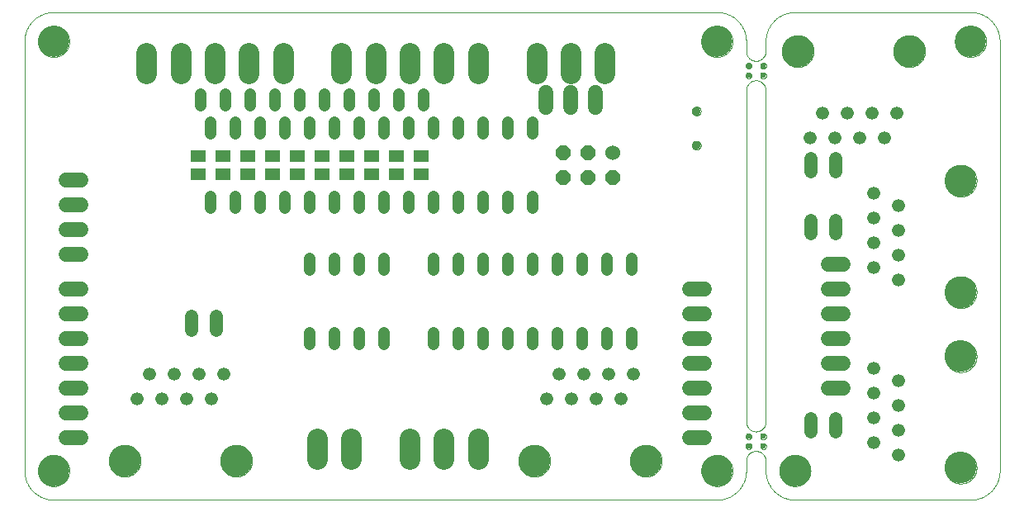
<source format=gbs>
G75*
%MOIN*%
%OFA0B0*%
%FSLAX25Y25*%
%IPPOS*%
%LPD*%
%AMOC8*
5,1,8,0,0,1.08239X$1,22.5*
%
%ADD10C,0.00000*%
%ADD11C,0.12598*%
%ADD12C,0.02362*%
%ADD13C,0.04800*%
%ADD14C,0.05250*%
%ADD15C,0.12800*%
%ADD16C,0.05400*%
%ADD17C,0.06000*%
%ADD18OC8,0.06000*%
%ADD19C,0.06000*%
%ADD20C,0.08400*%
%ADD21R,0.05906X0.05118*%
%ADD22C,0.03543*%
D10*
X0013611Y0020494D02*
X0281328Y0020494D01*
X0281328Y0020495D02*
X0281613Y0020498D01*
X0281899Y0020509D01*
X0282184Y0020526D01*
X0282468Y0020550D01*
X0282752Y0020581D01*
X0283035Y0020619D01*
X0283316Y0020664D01*
X0283597Y0020715D01*
X0283877Y0020773D01*
X0284155Y0020838D01*
X0284431Y0020910D01*
X0284705Y0020988D01*
X0284978Y0021073D01*
X0285248Y0021165D01*
X0285516Y0021263D01*
X0285782Y0021367D01*
X0286045Y0021478D01*
X0286305Y0021595D01*
X0286563Y0021718D01*
X0286817Y0021848D01*
X0287068Y0021984D01*
X0287316Y0022125D01*
X0287560Y0022273D01*
X0287801Y0022426D01*
X0288037Y0022586D01*
X0288270Y0022751D01*
X0288499Y0022921D01*
X0288724Y0023097D01*
X0288944Y0023279D01*
X0289160Y0023465D01*
X0289371Y0023657D01*
X0289578Y0023854D01*
X0289780Y0024056D01*
X0289977Y0024263D01*
X0290169Y0024474D01*
X0290355Y0024690D01*
X0290537Y0024910D01*
X0290713Y0025135D01*
X0290883Y0025364D01*
X0291048Y0025597D01*
X0291208Y0025833D01*
X0291361Y0026074D01*
X0291509Y0026318D01*
X0291650Y0026566D01*
X0291786Y0026817D01*
X0291916Y0027071D01*
X0292039Y0027329D01*
X0292156Y0027589D01*
X0292267Y0027852D01*
X0292371Y0028118D01*
X0292469Y0028386D01*
X0292561Y0028656D01*
X0292646Y0028929D01*
X0292724Y0029203D01*
X0292796Y0029479D01*
X0292861Y0029757D01*
X0292919Y0030037D01*
X0292970Y0030318D01*
X0293015Y0030599D01*
X0293053Y0030882D01*
X0293084Y0031166D01*
X0293108Y0031450D01*
X0293125Y0031735D01*
X0293136Y0032021D01*
X0293139Y0032306D01*
X0293139Y0036243D01*
X0297076Y0040180D02*
X0297200Y0040178D01*
X0297323Y0040172D01*
X0297447Y0040163D01*
X0297569Y0040149D01*
X0297692Y0040132D01*
X0297814Y0040110D01*
X0297935Y0040085D01*
X0298055Y0040056D01*
X0298174Y0040024D01*
X0298293Y0039987D01*
X0298410Y0039947D01*
X0298525Y0039904D01*
X0298640Y0039856D01*
X0298752Y0039805D01*
X0298863Y0039751D01*
X0298973Y0039693D01*
X0299080Y0039632D01*
X0299186Y0039567D01*
X0299289Y0039499D01*
X0299390Y0039428D01*
X0299489Y0039354D01*
X0299586Y0039277D01*
X0299680Y0039196D01*
X0299771Y0039113D01*
X0299860Y0039027D01*
X0299946Y0038938D01*
X0300029Y0038847D01*
X0300110Y0038753D01*
X0300187Y0038656D01*
X0300261Y0038557D01*
X0300332Y0038456D01*
X0300400Y0038353D01*
X0300465Y0038247D01*
X0300526Y0038140D01*
X0300584Y0038030D01*
X0300638Y0037919D01*
X0300689Y0037807D01*
X0300737Y0037692D01*
X0300780Y0037577D01*
X0300820Y0037460D01*
X0300857Y0037341D01*
X0300889Y0037222D01*
X0300918Y0037102D01*
X0300943Y0036981D01*
X0300965Y0036859D01*
X0300982Y0036736D01*
X0300996Y0036614D01*
X0301005Y0036490D01*
X0301011Y0036367D01*
X0301013Y0036243D01*
X0301013Y0032306D01*
X0297076Y0040180D02*
X0296952Y0040178D01*
X0296829Y0040172D01*
X0296705Y0040163D01*
X0296583Y0040149D01*
X0296460Y0040132D01*
X0296338Y0040110D01*
X0296217Y0040085D01*
X0296097Y0040056D01*
X0295978Y0040024D01*
X0295859Y0039987D01*
X0295742Y0039947D01*
X0295627Y0039904D01*
X0295512Y0039856D01*
X0295400Y0039805D01*
X0295289Y0039751D01*
X0295179Y0039693D01*
X0295072Y0039632D01*
X0294966Y0039567D01*
X0294863Y0039499D01*
X0294762Y0039428D01*
X0294663Y0039354D01*
X0294566Y0039277D01*
X0294472Y0039196D01*
X0294381Y0039113D01*
X0294292Y0039027D01*
X0294206Y0038938D01*
X0294123Y0038847D01*
X0294042Y0038753D01*
X0293965Y0038656D01*
X0293891Y0038557D01*
X0293820Y0038456D01*
X0293752Y0038353D01*
X0293687Y0038247D01*
X0293626Y0038140D01*
X0293568Y0038030D01*
X0293514Y0037919D01*
X0293463Y0037807D01*
X0293415Y0037692D01*
X0293372Y0037577D01*
X0293332Y0037460D01*
X0293295Y0037341D01*
X0293263Y0037222D01*
X0293234Y0037102D01*
X0293209Y0036981D01*
X0293187Y0036859D01*
X0293170Y0036736D01*
X0293156Y0036614D01*
X0293147Y0036490D01*
X0293141Y0036367D01*
X0293139Y0036243D01*
X0292942Y0042148D02*
X0292944Y0042217D01*
X0292950Y0042285D01*
X0292960Y0042353D01*
X0292974Y0042420D01*
X0292992Y0042487D01*
X0293013Y0042552D01*
X0293039Y0042616D01*
X0293068Y0042678D01*
X0293100Y0042738D01*
X0293136Y0042797D01*
X0293176Y0042853D01*
X0293218Y0042907D01*
X0293264Y0042958D01*
X0293313Y0043007D01*
X0293364Y0043053D01*
X0293418Y0043095D01*
X0293474Y0043135D01*
X0293532Y0043171D01*
X0293593Y0043203D01*
X0293655Y0043232D01*
X0293719Y0043258D01*
X0293784Y0043279D01*
X0293851Y0043297D01*
X0293918Y0043311D01*
X0293986Y0043321D01*
X0294054Y0043327D01*
X0294123Y0043329D01*
X0294192Y0043327D01*
X0294260Y0043321D01*
X0294328Y0043311D01*
X0294395Y0043297D01*
X0294462Y0043279D01*
X0294527Y0043258D01*
X0294591Y0043232D01*
X0294653Y0043203D01*
X0294713Y0043171D01*
X0294772Y0043135D01*
X0294828Y0043095D01*
X0294882Y0043053D01*
X0294933Y0043007D01*
X0294982Y0042958D01*
X0295028Y0042907D01*
X0295070Y0042853D01*
X0295110Y0042797D01*
X0295146Y0042738D01*
X0295178Y0042678D01*
X0295207Y0042616D01*
X0295233Y0042552D01*
X0295254Y0042487D01*
X0295272Y0042420D01*
X0295286Y0042353D01*
X0295296Y0042285D01*
X0295302Y0042217D01*
X0295304Y0042148D01*
X0295302Y0042079D01*
X0295296Y0042011D01*
X0295286Y0041943D01*
X0295272Y0041876D01*
X0295254Y0041809D01*
X0295233Y0041744D01*
X0295207Y0041680D01*
X0295178Y0041618D01*
X0295146Y0041557D01*
X0295110Y0041499D01*
X0295070Y0041443D01*
X0295028Y0041389D01*
X0294982Y0041338D01*
X0294933Y0041289D01*
X0294882Y0041243D01*
X0294828Y0041201D01*
X0294772Y0041161D01*
X0294714Y0041125D01*
X0294653Y0041093D01*
X0294591Y0041064D01*
X0294527Y0041038D01*
X0294462Y0041017D01*
X0294395Y0040999D01*
X0294328Y0040985D01*
X0294260Y0040975D01*
X0294192Y0040969D01*
X0294123Y0040967D01*
X0294054Y0040969D01*
X0293986Y0040975D01*
X0293918Y0040985D01*
X0293851Y0040999D01*
X0293784Y0041017D01*
X0293719Y0041038D01*
X0293655Y0041064D01*
X0293593Y0041093D01*
X0293532Y0041125D01*
X0293474Y0041161D01*
X0293418Y0041201D01*
X0293364Y0041243D01*
X0293313Y0041289D01*
X0293264Y0041338D01*
X0293218Y0041389D01*
X0293176Y0041443D01*
X0293136Y0041499D01*
X0293100Y0041557D01*
X0293068Y0041618D01*
X0293039Y0041680D01*
X0293013Y0041744D01*
X0292992Y0041809D01*
X0292974Y0041876D01*
X0292960Y0041943D01*
X0292950Y0042011D01*
X0292944Y0042079D01*
X0292942Y0042148D01*
X0298847Y0042148D02*
X0298849Y0042217D01*
X0298855Y0042285D01*
X0298865Y0042353D01*
X0298879Y0042420D01*
X0298897Y0042487D01*
X0298918Y0042552D01*
X0298944Y0042616D01*
X0298973Y0042678D01*
X0299005Y0042738D01*
X0299041Y0042797D01*
X0299081Y0042853D01*
X0299123Y0042907D01*
X0299169Y0042958D01*
X0299218Y0043007D01*
X0299269Y0043053D01*
X0299323Y0043095D01*
X0299379Y0043135D01*
X0299437Y0043171D01*
X0299498Y0043203D01*
X0299560Y0043232D01*
X0299624Y0043258D01*
X0299689Y0043279D01*
X0299756Y0043297D01*
X0299823Y0043311D01*
X0299891Y0043321D01*
X0299959Y0043327D01*
X0300028Y0043329D01*
X0300097Y0043327D01*
X0300165Y0043321D01*
X0300233Y0043311D01*
X0300300Y0043297D01*
X0300367Y0043279D01*
X0300432Y0043258D01*
X0300496Y0043232D01*
X0300558Y0043203D01*
X0300618Y0043171D01*
X0300677Y0043135D01*
X0300733Y0043095D01*
X0300787Y0043053D01*
X0300838Y0043007D01*
X0300887Y0042958D01*
X0300933Y0042907D01*
X0300975Y0042853D01*
X0301015Y0042797D01*
X0301051Y0042738D01*
X0301083Y0042678D01*
X0301112Y0042616D01*
X0301138Y0042552D01*
X0301159Y0042487D01*
X0301177Y0042420D01*
X0301191Y0042353D01*
X0301201Y0042285D01*
X0301207Y0042217D01*
X0301209Y0042148D01*
X0301207Y0042079D01*
X0301201Y0042011D01*
X0301191Y0041943D01*
X0301177Y0041876D01*
X0301159Y0041809D01*
X0301138Y0041744D01*
X0301112Y0041680D01*
X0301083Y0041618D01*
X0301051Y0041557D01*
X0301015Y0041499D01*
X0300975Y0041443D01*
X0300933Y0041389D01*
X0300887Y0041338D01*
X0300838Y0041289D01*
X0300787Y0041243D01*
X0300733Y0041201D01*
X0300677Y0041161D01*
X0300619Y0041125D01*
X0300558Y0041093D01*
X0300496Y0041064D01*
X0300432Y0041038D01*
X0300367Y0041017D01*
X0300300Y0040999D01*
X0300233Y0040985D01*
X0300165Y0040975D01*
X0300097Y0040969D01*
X0300028Y0040967D01*
X0299959Y0040969D01*
X0299891Y0040975D01*
X0299823Y0040985D01*
X0299756Y0040999D01*
X0299689Y0041017D01*
X0299624Y0041038D01*
X0299560Y0041064D01*
X0299498Y0041093D01*
X0299437Y0041125D01*
X0299379Y0041161D01*
X0299323Y0041201D01*
X0299269Y0041243D01*
X0299218Y0041289D01*
X0299169Y0041338D01*
X0299123Y0041389D01*
X0299081Y0041443D01*
X0299041Y0041499D01*
X0299005Y0041557D01*
X0298973Y0041618D01*
X0298944Y0041680D01*
X0298918Y0041744D01*
X0298897Y0041809D01*
X0298879Y0041876D01*
X0298865Y0041943D01*
X0298855Y0042011D01*
X0298849Y0042079D01*
X0298847Y0042148D01*
X0298847Y0046085D02*
X0298849Y0046154D01*
X0298855Y0046222D01*
X0298865Y0046290D01*
X0298879Y0046357D01*
X0298897Y0046424D01*
X0298918Y0046489D01*
X0298944Y0046553D01*
X0298973Y0046615D01*
X0299005Y0046675D01*
X0299041Y0046734D01*
X0299081Y0046790D01*
X0299123Y0046844D01*
X0299169Y0046895D01*
X0299218Y0046944D01*
X0299269Y0046990D01*
X0299323Y0047032D01*
X0299379Y0047072D01*
X0299437Y0047108D01*
X0299498Y0047140D01*
X0299560Y0047169D01*
X0299624Y0047195D01*
X0299689Y0047216D01*
X0299756Y0047234D01*
X0299823Y0047248D01*
X0299891Y0047258D01*
X0299959Y0047264D01*
X0300028Y0047266D01*
X0300097Y0047264D01*
X0300165Y0047258D01*
X0300233Y0047248D01*
X0300300Y0047234D01*
X0300367Y0047216D01*
X0300432Y0047195D01*
X0300496Y0047169D01*
X0300558Y0047140D01*
X0300618Y0047108D01*
X0300677Y0047072D01*
X0300733Y0047032D01*
X0300787Y0046990D01*
X0300838Y0046944D01*
X0300887Y0046895D01*
X0300933Y0046844D01*
X0300975Y0046790D01*
X0301015Y0046734D01*
X0301051Y0046675D01*
X0301083Y0046615D01*
X0301112Y0046553D01*
X0301138Y0046489D01*
X0301159Y0046424D01*
X0301177Y0046357D01*
X0301191Y0046290D01*
X0301201Y0046222D01*
X0301207Y0046154D01*
X0301209Y0046085D01*
X0301207Y0046016D01*
X0301201Y0045948D01*
X0301191Y0045880D01*
X0301177Y0045813D01*
X0301159Y0045746D01*
X0301138Y0045681D01*
X0301112Y0045617D01*
X0301083Y0045555D01*
X0301051Y0045494D01*
X0301015Y0045436D01*
X0300975Y0045380D01*
X0300933Y0045326D01*
X0300887Y0045275D01*
X0300838Y0045226D01*
X0300787Y0045180D01*
X0300733Y0045138D01*
X0300677Y0045098D01*
X0300619Y0045062D01*
X0300558Y0045030D01*
X0300496Y0045001D01*
X0300432Y0044975D01*
X0300367Y0044954D01*
X0300300Y0044936D01*
X0300233Y0044922D01*
X0300165Y0044912D01*
X0300097Y0044906D01*
X0300028Y0044904D01*
X0299959Y0044906D01*
X0299891Y0044912D01*
X0299823Y0044922D01*
X0299756Y0044936D01*
X0299689Y0044954D01*
X0299624Y0044975D01*
X0299560Y0045001D01*
X0299498Y0045030D01*
X0299437Y0045062D01*
X0299379Y0045098D01*
X0299323Y0045138D01*
X0299269Y0045180D01*
X0299218Y0045226D01*
X0299169Y0045275D01*
X0299123Y0045326D01*
X0299081Y0045380D01*
X0299041Y0045436D01*
X0299005Y0045494D01*
X0298973Y0045555D01*
X0298944Y0045617D01*
X0298918Y0045681D01*
X0298897Y0045746D01*
X0298879Y0045813D01*
X0298865Y0045880D01*
X0298855Y0045948D01*
X0298849Y0046016D01*
X0298847Y0046085D01*
X0292942Y0046085D02*
X0292944Y0046154D01*
X0292950Y0046222D01*
X0292960Y0046290D01*
X0292974Y0046357D01*
X0292992Y0046424D01*
X0293013Y0046489D01*
X0293039Y0046553D01*
X0293068Y0046615D01*
X0293100Y0046675D01*
X0293136Y0046734D01*
X0293176Y0046790D01*
X0293218Y0046844D01*
X0293264Y0046895D01*
X0293313Y0046944D01*
X0293364Y0046990D01*
X0293418Y0047032D01*
X0293474Y0047072D01*
X0293532Y0047108D01*
X0293593Y0047140D01*
X0293655Y0047169D01*
X0293719Y0047195D01*
X0293784Y0047216D01*
X0293851Y0047234D01*
X0293918Y0047248D01*
X0293986Y0047258D01*
X0294054Y0047264D01*
X0294123Y0047266D01*
X0294192Y0047264D01*
X0294260Y0047258D01*
X0294328Y0047248D01*
X0294395Y0047234D01*
X0294462Y0047216D01*
X0294527Y0047195D01*
X0294591Y0047169D01*
X0294653Y0047140D01*
X0294713Y0047108D01*
X0294772Y0047072D01*
X0294828Y0047032D01*
X0294882Y0046990D01*
X0294933Y0046944D01*
X0294982Y0046895D01*
X0295028Y0046844D01*
X0295070Y0046790D01*
X0295110Y0046734D01*
X0295146Y0046675D01*
X0295178Y0046615D01*
X0295207Y0046553D01*
X0295233Y0046489D01*
X0295254Y0046424D01*
X0295272Y0046357D01*
X0295286Y0046290D01*
X0295296Y0046222D01*
X0295302Y0046154D01*
X0295304Y0046085D01*
X0295302Y0046016D01*
X0295296Y0045948D01*
X0295286Y0045880D01*
X0295272Y0045813D01*
X0295254Y0045746D01*
X0295233Y0045681D01*
X0295207Y0045617D01*
X0295178Y0045555D01*
X0295146Y0045494D01*
X0295110Y0045436D01*
X0295070Y0045380D01*
X0295028Y0045326D01*
X0294982Y0045275D01*
X0294933Y0045226D01*
X0294882Y0045180D01*
X0294828Y0045138D01*
X0294772Y0045098D01*
X0294714Y0045062D01*
X0294653Y0045030D01*
X0294591Y0045001D01*
X0294527Y0044975D01*
X0294462Y0044954D01*
X0294395Y0044936D01*
X0294328Y0044922D01*
X0294260Y0044912D01*
X0294192Y0044906D01*
X0294123Y0044904D01*
X0294054Y0044906D01*
X0293986Y0044912D01*
X0293918Y0044922D01*
X0293851Y0044936D01*
X0293784Y0044954D01*
X0293719Y0044975D01*
X0293655Y0045001D01*
X0293593Y0045030D01*
X0293532Y0045062D01*
X0293474Y0045098D01*
X0293418Y0045138D01*
X0293364Y0045180D01*
X0293313Y0045226D01*
X0293264Y0045275D01*
X0293218Y0045326D01*
X0293176Y0045380D01*
X0293136Y0045436D01*
X0293100Y0045494D01*
X0293068Y0045555D01*
X0293039Y0045617D01*
X0293013Y0045681D01*
X0292992Y0045746D01*
X0292974Y0045813D01*
X0292960Y0045880D01*
X0292950Y0045948D01*
X0292944Y0046016D01*
X0292942Y0046085D01*
X0293139Y0051991D02*
X0293139Y0185849D01*
X0293141Y0185973D01*
X0293147Y0186096D01*
X0293156Y0186220D01*
X0293170Y0186342D01*
X0293187Y0186465D01*
X0293209Y0186587D01*
X0293234Y0186708D01*
X0293263Y0186828D01*
X0293295Y0186947D01*
X0293332Y0187066D01*
X0293372Y0187183D01*
X0293415Y0187298D01*
X0293463Y0187413D01*
X0293514Y0187525D01*
X0293568Y0187636D01*
X0293626Y0187746D01*
X0293687Y0187853D01*
X0293752Y0187959D01*
X0293820Y0188062D01*
X0293891Y0188163D01*
X0293965Y0188262D01*
X0294042Y0188359D01*
X0294123Y0188453D01*
X0294206Y0188544D01*
X0294292Y0188633D01*
X0294381Y0188719D01*
X0294472Y0188802D01*
X0294566Y0188883D01*
X0294663Y0188960D01*
X0294762Y0189034D01*
X0294863Y0189105D01*
X0294966Y0189173D01*
X0295072Y0189238D01*
X0295179Y0189299D01*
X0295289Y0189357D01*
X0295400Y0189411D01*
X0295512Y0189462D01*
X0295627Y0189510D01*
X0295742Y0189553D01*
X0295859Y0189593D01*
X0295978Y0189630D01*
X0296097Y0189662D01*
X0296217Y0189691D01*
X0296338Y0189716D01*
X0296460Y0189738D01*
X0296583Y0189755D01*
X0296705Y0189769D01*
X0296829Y0189778D01*
X0296952Y0189784D01*
X0297076Y0189786D01*
X0298847Y0191754D02*
X0298849Y0191823D01*
X0298855Y0191891D01*
X0298865Y0191959D01*
X0298879Y0192026D01*
X0298897Y0192093D01*
X0298918Y0192158D01*
X0298944Y0192222D01*
X0298973Y0192284D01*
X0299005Y0192344D01*
X0299041Y0192403D01*
X0299081Y0192459D01*
X0299123Y0192513D01*
X0299169Y0192564D01*
X0299218Y0192613D01*
X0299269Y0192659D01*
X0299323Y0192701D01*
X0299379Y0192741D01*
X0299437Y0192777D01*
X0299498Y0192809D01*
X0299560Y0192838D01*
X0299624Y0192864D01*
X0299689Y0192885D01*
X0299756Y0192903D01*
X0299823Y0192917D01*
X0299891Y0192927D01*
X0299959Y0192933D01*
X0300028Y0192935D01*
X0300097Y0192933D01*
X0300165Y0192927D01*
X0300233Y0192917D01*
X0300300Y0192903D01*
X0300367Y0192885D01*
X0300432Y0192864D01*
X0300496Y0192838D01*
X0300558Y0192809D01*
X0300618Y0192777D01*
X0300677Y0192741D01*
X0300733Y0192701D01*
X0300787Y0192659D01*
X0300838Y0192613D01*
X0300887Y0192564D01*
X0300933Y0192513D01*
X0300975Y0192459D01*
X0301015Y0192403D01*
X0301051Y0192344D01*
X0301083Y0192284D01*
X0301112Y0192222D01*
X0301138Y0192158D01*
X0301159Y0192093D01*
X0301177Y0192026D01*
X0301191Y0191959D01*
X0301201Y0191891D01*
X0301207Y0191823D01*
X0301209Y0191754D01*
X0301207Y0191685D01*
X0301201Y0191617D01*
X0301191Y0191549D01*
X0301177Y0191482D01*
X0301159Y0191415D01*
X0301138Y0191350D01*
X0301112Y0191286D01*
X0301083Y0191224D01*
X0301051Y0191163D01*
X0301015Y0191105D01*
X0300975Y0191049D01*
X0300933Y0190995D01*
X0300887Y0190944D01*
X0300838Y0190895D01*
X0300787Y0190849D01*
X0300733Y0190807D01*
X0300677Y0190767D01*
X0300619Y0190731D01*
X0300558Y0190699D01*
X0300496Y0190670D01*
X0300432Y0190644D01*
X0300367Y0190623D01*
X0300300Y0190605D01*
X0300233Y0190591D01*
X0300165Y0190581D01*
X0300097Y0190575D01*
X0300028Y0190573D01*
X0299959Y0190575D01*
X0299891Y0190581D01*
X0299823Y0190591D01*
X0299756Y0190605D01*
X0299689Y0190623D01*
X0299624Y0190644D01*
X0299560Y0190670D01*
X0299498Y0190699D01*
X0299437Y0190731D01*
X0299379Y0190767D01*
X0299323Y0190807D01*
X0299269Y0190849D01*
X0299218Y0190895D01*
X0299169Y0190944D01*
X0299123Y0190995D01*
X0299081Y0191049D01*
X0299041Y0191105D01*
X0299005Y0191163D01*
X0298973Y0191224D01*
X0298944Y0191286D01*
X0298918Y0191350D01*
X0298897Y0191415D01*
X0298879Y0191482D01*
X0298865Y0191549D01*
X0298855Y0191617D01*
X0298849Y0191685D01*
X0298847Y0191754D01*
X0292942Y0191754D02*
X0292944Y0191823D01*
X0292950Y0191891D01*
X0292960Y0191959D01*
X0292974Y0192026D01*
X0292992Y0192093D01*
X0293013Y0192158D01*
X0293039Y0192222D01*
X0293068Y0192284D01*
X0293100Y0192344D01*
X0293136Y0192403D01*
X0293176Y0192459D01*
X0293218Y0192513D01*
X0293264Y0192564D01*
X0293313Y0192613D01*
X0293364Y0192659D01*
X0293418Y0192701D01*
X0293474Y0192741D01*
X0293532Y0192777D01*
X0293593Y0192809D01*
X0293655Y0192838D01*
X0293719Y0192864D01*
X0293784Y0192885D01*
X0293851Y0192903D01*
X0293918Y0192917D01*
X0293986Y0192927D01*
X0294054Y0192933D01*
X0294123Y0192935D01*
X0294192Y0192933D01*
X0294260Y0192927D01*
X0294328Y0192917D01*
X0294395Y0192903D01*
X0294462Y0192885D01*
X0294527Y0192864D01*
X0294591Y0192838D01*
X0294653Y0192809D01*
X0294713Y0192777D01*
X0294772Y0192741D01*
X0294828Y0192701D01*
X0294882Y0192659D01*
X0294933Y0192613D01*
X0294982Y0192564D01*
X0295028Y0192513D01*
X0295070Y0192459D01*
X0295110Y0192403D01*
X0295146Y0192344D01*
X0295178Y0192284D01*
X0295207Y0192222D01*
X0295233Y0192158D01*
X0295254Y0192093D01*
X0295272Y0192026D01*
X0295286Y0191959D01*
X0295296Y0191891D01*
X0295302Y0191823D01*
X0295304Y0191754D01*
X0295302Y0191685D01*
X0295296Y0191617D01*
X0295286Y0191549D01*
X0295272Y0191482D01*
X0295254Y0191415D01*
X0295233Y0191350D01*
X0295207Y0191286D01*
X0295178Y0191224D01*
X0295146Y0191163D01*
X0295110Y0191105D01*
X0295070Y0191049D01*
X0295028Y0190995D01*
X0294982Y0190944D01*
X0294933Y0190895D01*
X0294882Y0190849D01*
X0294828Y0190807D01*
X0294772Y0190767D01*
X0294714Y0190731D01*
X0294653Y0190699D01*
X0294591Y0190670D01*
X0294527Y0190644D01*
X0294462Y0190623D01*
X0294395Y0190605D01*
X0294328Y0190591D01*
X0294260Y0190581D01*
X0294192Y0190575D01*
X0294123Y0190573D01*
X0294054Y0190575D01*
X0293986Y0190581D01*
X0293918Y0190591D01*
X0293851Y0190605D01*
X0293784Y0190623D01*
X0293719Y0190644D01*
X0293655Y0190670D01*
X0293593Y0190699D01*
X0293532Y0190731D01*
X0293474Y0190767D01*
X0293418Y0190807D01*
X0293364Y0190849D01*
X0293313Y0190895D01*
X0293264Y0190944D01*
X0293218Y0190995D01*
X0293176Y0191049D01*
X0293136Y0191105D01*
X0293100Y0191163D01*
X0293068Y0191224D01*
X0293039Y0191286D01*
X0293013Y0191350D01*
X0292992Y0191415D01*
X0292974Y0191482D01*
X0292960Y0191549D01*
X0292950Y0191617D01*
X0292944Y0191685D01*
X0292942Y0191754D01*
X0292942Y0195691D02*
X0292944Y0195760D01*
X0292950Y0195828D01*
X0292960Y0195896D01*
X0292974Y0195963D01*
X0292992Y0196030D01*
X0293013Y0196095D01*
X0293039Y0196159D01*
X0293068Y0196221D01*
X0293100Y0196281D01*
X0293136Y0196340D01*
X0293176Y0196396D01*
X0293218Y0196450D01*
X0293264Y0196501D01*
X0293313Y0196550D01*
X0293364Y0196596D01*
X0293418Y0196638D01*
X0293474Y0196678D01*
X0293532Y0196714D01*
X0293593Y0196746D01*
X0293655Y0196775D01*
X0293719Y0196801D01*
X0293784Y0196822D01*
X0293851Y0196840D01*
X0293918Y0196854D01*
X0293986Y0196864D01*
X0294054Y0196870D01*
X0294123Y0196872D01*
X0294192Y0196870D01*
X0294260Y0196864D01*
X0294328Y0196854D01*
X0294395Y0196840D01*
X0294462Y0196822D01*
X0294527Y0196801D01*
X0294591Y0196775D01*
X0294653Y0196746D01*
X0294713Y0196714D01*
X0294772Y0196678D01*
X0294828Y0196638D01*
X0294882Y0196596D01*
X0294933Y0196550D01*
X0294982Y0196501D01*
X0295028Y0196450D01*
X0295070Y0196396D01*
X0295110Y0196340D01*
X0295146Y0196281D01*
X0295178Y0196221D01*
X0295207Y0196159D01*
X0295233Y0196095D01*
X0295254Y0196030D01*
X0295272Y0195963D01*
X0295286Y0195896D01*
X0295296Y0195828D01*
X0295302Y0195760D01*
X0295304Y0195691D01*
X0295302Y0195622D01*
X0295296Y0195554D01*
X0295286Y0195486D01*
X0295272Y0195419D01*
X0295254Y0195352D01*
X0295233Y0195287D01*
X0295207Y0195223D01*
X0295178Y0195161D01*
X0295146Y0195100D01*
X0295110Y0195042D01*
X0295070Y0194986D01*
X0295028Y0194932D01*
X0294982Y0194881D01*
X0294933Y0194832D01*
X0294882Y0194786D01*
X0294828Y0194744D01*
X0294772Y0194704D01*
X0294714Y0194668D01*
X0294653Y0194636D01*
X0294591Y0194607D01*
X0294527Y0194581D01*
X0294462Y0194560D01*
X0294395Y0194542D01*
X0294328Y0194528D01*
X0294260Y0194518D01*
X0294192Y0194512D01*
X0294123Y0194510D01*
X0294054Y0194512D01*
X0293986Y0194518D01*
X0293918Y0194528D01*
X0293851Y0194542D01*
X0293784Y0194560D01*
X0293719Y0194581D01*
X0293655Y0194607D01*
X0293593Y0194636D01*
X0293532Y0194668D01*
X0293474Y0194704D01*
X0293418Y0194744D01*
X0293364Y0194786D01*
X0293313Y0194832D01*
X0293264Y0194881D01*
X0293218Y0194932D01*
X0293176Y0194986D01*
X0293136Y0195042D01*
X0293100Y0195100D01*
X0293068Y0195161D01*
X0293039Y0195223D01*
X0293013Y0195287D01*
X0292992Y0195352D01*
X0292974Y0195419D01*
X0292960Y0195486D01*
X0292950Y0195554D01*
X0292944Y0195622D01*
X0292942Y0195691D01*
X0298847Y0195691D02*
X0298849Y0195760D01*
X0298855Y0195828D01*
X0298865Y0195896D01*
X0298879Y0195963D01*
X0298897Y0196030D01*
X0298918Y0196095D01*
X0298944Y0196159D01*
X0298973Y0196221D01*
X0299005Y0196281D01*
X0299041Y0196340D01*
X0299081Y0196396D01*
X0299123Y0196450D01*
X0299169Y0196501D01*
X0299218Y0196550D01*
X0299269Y0196596D01*
X0299323Y0196638D01*
X0299379Y0196678D01*
X0299437Y0196714D01*
X0299498Y0196746D01*
X0299560Y0196775D01*
X0299624Y0196801D01*
X0299689Y0196822D01*
X0299756Y0196840D01*
X0299823Y0196854D01*
X0299891Y0196864D01*
X0299959Y0196870D01*
X0300028Y0196872D01*
X0300097Y0196870D01*
X0300165Y0196864D01*
X0300233Y0196854D01*
X0300300Y0196840D01*
X0300367Y0196822D01*
X0300432Y0196801D01*
X0300496Y0196775D01*
X0300558Y0196746D01*
X0300618Y0196714D01*
X0300677Y0196678D01*
X0300733Y0196638D01*
X0300787Y0196596D01*
X0300838Y0196550D01*
X0300887Y0196501D01*
X0300933Y0196450D01*
X0300975Y0196396D01*
X0301015Y0196340D01*
X0301051Y0196281D01*
X0301083Y0196221D01*
X0301112Y0196159D01*
X0301138Y0196095D01*
X0301159Y0196030D01*
X0301177Y0195963D01*
X0301191Y0195896D01*
X0301201Y0195828D01*
X0301207Y0195760D01*
X0301209Y0195691D01*
X0301207Y0195622D01*
X0301201Y0195554D01*
X0301191Y0195486D01*
X0301177Y0195419D01*
X0301159Y0195352D01*
X0301138Y0195287D01*
X0301112Y0195223D01*
X0301083Y0195161D01*
X0301051Y0195100D01*
X0301015Y0195042D01*
X0300975Y0194986D01*
X0300933Y0194932D01*
X0300887Y0194881D01*
X0300838Y0194832D01*
X0300787Y0194786D01*
X0300733Y0194744D01*
X0300677Y0194704D01*
X0300619Y0194668D01*
X0300558Y0194636D01*
X0300496Y0194607D01*
X0300432Y0194581D01*
X0300367Y0194560D01*
X0300300Y0194542D01*
X0300233Y0194528D01*
X0300165Y0194518D01*
X0300097Y0194512D01*
X0300028Y0194510D01*
X0299959Y0194512D01*
X0299891Y0194518D01*
X0299823Y0194528D01*
X0299756Y0194542D01*
X0299689Y0194560D01*
X0299624Y0194581D01*
X0299560Y0194607D01*
X0299498Y0194636D01*
X0299437Y0194668D01*
X0299379Y0194704D01*
X0299323Y0194744D01*
X0299269Y0194786D01*
X0299218Y0194832D01*
X0299169Y0194881D01*
X0299123Y0194932D01*
X0299081Y0194986D01*
X0299041Y0195042D01*
X0299005Y0195100D01*
X0298973Y0195161D01*
X0298944Y0195223D01*
X0298918Y0195287D01*
X0298897Y0195352D01*
X0298879Y0195419D01*
X0298865Y0195486D01*
X0298855Y0195554D01*
X0298849Y0195622D01*
X0298847Y0195691D01*
X0297076Y0197660D02*
X0297200Y0197662D01*
X0297323Y0197668D01*
X0297447Y0197677D01*
X0297569Y0197691D01*
X0297692Y0197708D01*
X0297814Y0197730D01*
X0297935Y0197755D01*
X0298055Y0197784D01*
X0298174Y0197816D01*
X0298293Y0197853D01*
X0298410Y0197893D01*
X0298525Y0197936D01*
X0298640Y0197984D01*
X0298752Y0198035D01*
X0298863Y0198089D01*
X0298973Y0198147D01*
X0299080Y0198208D01*
X0299186Y0198273D01*
X0299289Y0198341D01*
X0299390Y0198412D01*
X0299489Y0198486D01*
X0299586Y0198563D01*
X0299680Y0198644D01*
X0299771Y0198727D01*
X0299860Y0198813D01*
X0299946Y0198902D01*
X0300029Y0198993D01*
X0300110Y0199087D01*
X0300187Y0199184D01*
X0300261Y0199283D01*
X0300332Y0199384D01*
X0300400Y0199487D01*
X0300465Y0199593D01*
X0300526Y0199700D01*
X0300584Y0199810D01*
X0300638Y0199921D01*
X0300689Y0200033D01*
X0300737Y0200148D01*
X0300780Y0200263D01*
X0300820Y0200380D01*
X0300857Y0200499D01*
X0300889Y0200618D01*
X0300918Y0200738D01*
X0300943Y0200859D01*
X0300965Y0200981D01*
X0300982Y0201104D01*
X0300996Y0201226D01*
X0301005Y0201350D01*
X0301011Y0201473D01*
X0301013Y0201597D01*
X0301013Y0205534D01*
X0293139Y0201597D02*
X0293141Y0201473D01*
X0293147Y0201350D01*
X0293156Y0201226D01*
X0293170Y0201104D01*
X0293187Y0200981D01*
X0293209Y0200859D01*
X0293234Y0200738D01*
X0293263Y0200618D01*
X0293295Y0200499D01*
X0293332Y0200380D01*
X0293372Y0200263D01*
X0293415Y0200148D01*
X0293463Y0200033D01*
X0293514Y0199921D01*
X0293568Y0199810D01*
X0293626Y0199700D01*
X0293687Y0199593D01*
X0293752Y0199487D01*
X0293820Y0199384D01*
X0293891Y0199283D01*
X0293965Y0199184D01*
X0294042Y0199087D01*
X0294123Y0198993D01*
X0294206Y0198902D01*
X0294292Y0198813D01*
X0294381Y0198727D01*
X0294472Y0198644D01*
X0294566Y0198563D01*
X0294663Y0198486D01*
X0294762Y0198412D01*
X0294863Y0198341D01*
X0294966Y0198273D01*
X0295072Y0198208D01*
X0295179Y0198147D01*
X0295289Y0198089D01*
X0295400Y0198035D01*
X0295512Y0197984D01*
X0295627Y0197936D01*
X0295742Y0197893D01*
X0295859Y0197853D01*
X0295978Y0197816D01*
X0296097Y0197784D01*
X0296217Y0197755D01*
X0296338Y0197730D01*
X0296460Y0197708D01*
X0296583Y0197691D01*
X0296705Y0197677D01*
X0296829Y0197668D01*
X0296952Y0197662D01*
X0297076Y0197660D01*
X0293139Y0201597D02*
X0293139Y0205534D01*
X0293136Y0205819D01*
X0293125Y0206105D01*
X0293108Y0206390D01*
X0293084Y0206674D01*
X0293053Y0206958D01*
X0293015Y0207241D01*
X0292970Y0207522D01*
X0292919Y0207803D01*
X0292861Y0208083D01*
X0292796Y0208361D01*
X0292724Y0208637D01*
X0292646Y0208911D01*
X0292561Y0209184D01*
X0292469Y0209454D01*
X0292371Y0209722D01*
X0292267Y0209988D01*
X0292156Y0210251D01*
X0292039Y0210511D01*
X0291916Y0210769D01*
X0291786Y0211023D01*
X0291650Y0211274D01*
X0291509Y0211522D01*
X0291361Y0211766D01*
X0291208Y0212007D01*
X0291048Y0212243D01*
X0290883Y0212476D01*
X0290713Y0212705D01*
X0290537Y0212930D01*
X0290355Y0213150D01*
X0290169Y0213366D01*
X0289977Y0213577D01*
X0289780Y0213784D01*
X0289578Y0213986D01*
X0289371Y0214183D01*
X0289160Y0214375D01*
X0288944Y0214561D01*
X0288724Y0214743D01*
X0288499Y0214919D01*
X0288270Y0215089D01*
X0288037Y0215254D01*
X0287801Y0215414D01*
X0287560Y0215567D01*
X0287316Y0215715D01*
X0287068Y0215856D01*
X0286817Y0215992D01*
X0286563Y0216122D01*
X0286305Y0216245D01*
X0286045Y0216362D01*
X0285782Y0216473D01*
X0285516Y0216577D01*
X0285248Y0216675D01*
X0284978Y0216767D01*
X0284705Y0216852D01*
X0284431Y0216930D01*
X0284155Y0217002D01*
X0283877Y0217067D01*
X0283597Y0217125D01*
X0283316Y0217176D01*
X0283035Y0217221D01*
X0282752Y0217259D01*
X0282468Y0217290D01*
X0282184Y0217314D01*
X0281899Y0217331D01*
X0281613Y0217342D01*
X0281328Y0217345D01*
X0013611Y0217345D01*
X0013326Y0217342D01*
X0013040Y0217331D01*
X0012755Y0217314D01*
X0012471Y0217290D01*
X0012187Y0217259D01*
X0011904Y0217221D01*
X0011623Y0217176D01*
X0011342Y0217125D01*
X0011062Y0217067D01*
X0010784Y0217002D01*
X0010508Y0216930D01*
X0010234Y0216852D01*
X0009961Y0216767D01*
X0009691Y0216675D01*
X0009423Y0216577D01*
X0009157Y0216473D01*
X0008894Y0216362D01*
X0008634Y0216245D01*
X0008376Y0216122D01*
X0008122Y0215992D01*
X0007871Y0215856D01*
X0007623Y0215715D01*
X0007379Y0215567D01*
X0007138Y0215414D01*
X0006902Y0215254D01*
X0006669Y0215089D01*
X0006440Y0214919D01*
X0006215Y0214743D01*
X0005995Y0214561D01*
X0005779Y0214375D01*
X0005568Y0214183D01*
X0005361Y0213986D01*
X0005159Y0213784D01*
X0004962Y0213577D01*
X0004770Y0213366D01*
X0004584Y0213150D01*
X0004402Y0212930D01*
X0004226Y0212705D01*
X0004056Y0212476D01*
X0003891Y0212243D01*
X0003731Y0212007D01*
X0003578Y0211766D01*
X0003430Y0211522D01*
X0003289Y0211274D01*
X0003153Y0211023D01*
X0003023Y0210769D01*
X0002900Y0210511D01*
X0002783Y0210251D01*
X0002672Y0209988D01*
X0002568Y0209722D01*
X0002470Y0209454D01*
X0002378Y0209184D01*
X0002293Y0208911D01*
X0002215Y0208637D01*
X0002143Y0208361D01*
X0002078Y0208083D01*
X0002020Y0207803D01*
X0001969Y0207522D01*
X0001924Y0207241D01*
X0001886Y0206958D01*
X0001855Y0206674D01*
X0001831Y0206390D01*
X0001814Y0206105D01*
X0001803Y0205819D01*
X0001800Y0205534D01*
X0001800Y0032306D01*
X0001803Y0032021D01*
X0001814Y0031735D01*
X0001831Y0031450D01*
X0001855Y0031166D01*
X0001886Y0030882D01*
X0001924Y0030599D01*
X0001969Y0030318D01*
X0002020Y0030037D01*
X0002078Y0029757D01*
X0002143Y0029479D01*
X0002215Y0029203D01*
X0002293Y0028929D01*
X0002378Y0028656D01*
X0002470Y0028386D01*
X0002568Y0028118D01*
X0002672Y0027852D01*
X0002783Y0027589D01*
X0002900Y0027329D01*
X0003023Y0027071D01*
X0003153Y0026817D01*
X0003289Y0026566D01*
X0003430Y0026318D01*
X0003578Y0026074D01*
X0003731Y0025833D01*
X0003891Y0025597D01*
X0004056Y0025364D01*
X0004226Y0025135D01*
X0004402Y0024910D01*
X0004584Y0024690D01*
X0004770Y0024474D01*
X0004962Y0024263D01*
X0005159Y0024056D01*
X0005361Y0023854D01*
X0005568Y0023657D01*
X0005779Y0023465D01*
X0005995Y0023279D01*
X0006215Y0023097D01*
X0006440Y0022921D01*
X0006669Y0022751D01*
X0006902Y0022586D01*
X0007138Y0022426D01*
X0007379Y0022273D01*
X0007623Y0022125D01*
X0007871Y0021984D01*
X0008122Y0021848D01*
X0008376Y0021718D01*
X0008634Y0021595D01*
X0008894Y0021478D01*
X0009157Y0021367D01*
X0009423Y0021263D01*
X0009691Y0021165D01*
X0009961Y0021073D01*
X0010234Y0020988D01*
X0010508Y0020910D01*
X0010784Y0020838D01*
X0011062Y0020773D01*
X0011342Y0020715D01*
X0011623Y0020664D01*
X0011904Y0020619D01*
X0012187Y0020581D01*
X0012471Y0020550D01*
X0012755Y0020526D01*
X0013040Y0020509D01*
X0013326Y0020498D01*
X0013611Y0020495D01*
X0007312Y0032306D02*
X0007314Y0032464D01*
X0007320Y0032622D01*
X0007330Y0032780D01*
X0007344Y0032938D01*
X0007362Y0033095D01*
X0007383Y0033252D01*
X0007409Y0033408D01*
X0007439Y0033564D01*
X0007472Y0033719D01*
X0007510Y0033872D01*
X0007551Y0034025D01*
X0007596Y0034177D01*
X0007645Y0034328D01*
X0007698Y0034477D01*
X0007754Y0034625D01*
X0007814Y0034771D01*
X0007878Y0034916D01*
X0007946Y0035059D01*
X0008017Y0035201D01*
X0008091Y0035341D01*
X0008169Y0035478D01*
X0008251Y0035614D01*
X0008335Y0035748D01*
X0008424Y0035879D01*
X0008515Y0036008D01*
X0008610Y0036135D01*
X0008707Y0036260D01*
X0008808Y0036382D01*
X0008912Y0036501D01*
X0009019Y0036618D01*
X0009129Y0036732D01*
X0009242Y0036843D01*
X0009357Y0036952D01*
X0009475Y0037057D01*
X0009596Y0037159D01*
X0009719Y0037259D01*
X0009845Y0037355D01*
X0009973Y0037448D01*
X0010103Y0037538D01*
X0010236Y0037624D01*
X0010371Y0037708D01*
X0010507Y0037787D01*
X0010646Y0037864D01*
X0010787Y0037936D01*
X0010929Y0038006D01*
X0011073Y0038071D01*
X0011219Y0038133D01*
X0011366Y0038191D01*
X0011515Y0038246D01*
X0011665Y0038297D01*
X0011816Y0038344D01*
X0011968Y0038387D01*
X0012121Y0038426D01*
X0012276Y0038462D01*
X0012431Y0038493D01*
X0012587Y0038521D01*
X0012743Y0038545D01*
X0012900Y0038565D01*
X0013058Y0038581D01*
X0013215Y0038593D01*
X0013374Y0038601D01*
X0013532Y0038605D01*
X0013690Y0038605D01*
X0013848Y0038601D01*
X0014007Y0038593D01*
X0014164Y0038581D01*
X0014322Y0038565D01*
X0014479Y0038545D01*
X0014635Y0038521D01*
X0014791Y0038493D01*
X0014946Y0038462D01*
X0015101Y0038426D01*
X0015254Y0038387D01*
X0015406Y0038344D01*
X0015557Y0038297D01*
X0015707Y0038246D01*
X0015856Y0038191D01*
X0016003Y0038133D01*
X0016149Y0038071D01*
X0016293Y0038006D01*
X0016435Y0037936D01*
X0016576Y0037864D01*
X0016715Y0037787D01*
X0016851Y0037708D01*
X0016986Y0037624D01*
X0017119Y0037538D01*
X0017249Y0037448D01*
X0017377Y0037355D01*
X0017503Y0037259D01*
X0017626Y0037159D01*
X0017747Y0037057D01*
X0017865Y0036952D01*
X0017980Y0036843D01*
X0018093Y0036732D01*
X0018203Y0036618D01*
X0018310Y0036501D01*
X0018414Y0036382D01*
X0018515Y0036260D01*
X0018612Y0036135D01*
X0018707Y0036008D01*
X0018798Y0035879D01*
X0018887Y0035748D01*
X0018971Y0035614D01*
X0019053Y0035478D01*
X0019131Y0035341D01*
X0019205Y0035201D01*
X0019276Y0035059D01*
X0019344Y0034916D01*
X0019408Y0034771D01*
X0019468Y0034625D01*
X0019524Y0034477D01*
X0019577Y0034328D01*
X0019626Y0034177D01*
X0019671Y0034025D01*
X0019712Y0033872D01*
X0019750Y0033719D01*
X0019783Y0033564D01*
X0019813Y0033408D01*
X0019839Y0033252D01*
X0019860Y0033095D01*
X0019878Y0032938D01*
X0019892Y0032780D01*
X0019902Y0032622D01*
X0019908Y0032464D01*
X0019910Y0032306D01*
X0019908Y0032148D01*
X0019902Y0031990D01*
X0019892Y0031832D01*
X0019878Y0031674D01*
X0019860Y0031517D01*
X0019839Y0031360D01*
X0019813Y0031204D01*
X0019783Y0031048D01*
X0019750Y0030893D01*
X0019712Y0030740D01*
X0019671Y0030587D01*
X0019626Y0030435D01*
X0019577Y0030284D01*
X0019524Y0030135D01*
X0019468Y0029987D01*
X0019408Y0029841D01*
X0019344Y0029696D01*
X0019276Y0029553D01*
X0019205Y0029411D01*
X0019131Y0029271D01*
X0019053Y0029134D01*
X0018971Y0028998D01*
X0018887Y0028864D01*
X0018798Y0028733D01*
X0018707Y0028604D01*
X0018612Y0028477D01*
X0018515Y0028352D01*
X0018414Y0028230D01*
X0018310Y0028111D01*
X0018203Y0027994D01*
X0018093Y0027880D01*
X0017980Y0027769D01*
X0017865Y0027660D01*
X0017747Y0027555D01*
X0017626Y0027453D01*
X0017503Y0027353D01*
X0017377Y0027257D01*
X0017249Y0027164D01*
X0017119Y0027074D01*
X0016986Y0026988D01*
X0016851Y0026904D01*
X0016715Y0026825D01*
X0016576Y0026748D01*
X0016435Y0026676D01*
X0016293Y0026606D01*
X0016149Y0026541D01*
X0016003Y0026479D01*
X0015856Y0026421D01*
X0015707Y0026366D01*
X0015557Y0026315D01*
X0015406Y0026268D01*
X0015254Y0026225D01*
X0015101Y0026186D01*
X0014946Y0026150D01*
X0014791Y0026119D01*
X0014635Y0026091D01*
X0014479Y0026067D01*
X0014322Y0026047D01*
X0014164Y0026031D01*
X0014007Y0026019D01*
X0013848Y0026011D01*
X0013690Y0026007D01*
X0013532Y0026007D01*
X0013374Y0026011D01*
X0013215Y0026019D01*
X0013058Y0026031D01*
X0012900Y0026047D01*
X0012743Y0026067D01*
X0012587Y0026091D01*
X0012431Y0026119D01*
X0012276Y0026150D01*
X0012121Y0026186D01*
X0011968Y0026225D01*
X0011816Y0026268D01*
X0011665Y0026315D01*
X0011515Y0026366D01*
X0011366Y0026421D01*
X0011219Y0026479D01*
X0011073Y0026541D01*
X0010929Y0026606D01*
X0010787Y0026676D01*
X0010646Y0026748D01*
X0010507Y0026825D01*
X0010371Y0026904D01*
X0010236Y0026988D01*
X0010103Y0027074D01*
X0009973Y0027164D01*
X0009845Y0027257D01*
X0009719Y0027353D01*
X0009596Y0027453D01*
X0009475Y0027555D01*
X0009357Y0027660D01*
X0009242Y0027769D01*
X0009129Y0027880D01*
X0009019Y0027994D01*
X0008912Y0028111D01*
X0008808Y0028230D01*
X0008707Y0028352D01*
X0008610Y0028477D01*
X0008515Y0028604D01*
X0008424Y0028733D01*
X0008335Y0028864D01*
X0008251Y0028998D01*
X0008169Y0029134D01*
X0008091Y0029271D01*
X0008017Y0029411D01*
X0007946Y0029553D01*
X0007878Y0029696D01*
X0007814Y0029841D01*
X0007754Y0029987D01*
X0007698Y0030135D01*
X0007645Y0030284D01*
X0007596Y0030435D01*
X0007551Y0030587D01*
X0007510Y0030740D01*
X0007472Y0030893D01*
X0007439Y0031048D01*
X0007409Y0031204D01*
X0007383Y0031360D01*
X0007362Y0031517D01*
X0007344Y0031674D01*
X0007330Y0031832D01*
X0007320Y0031990D01*
X0007314Y0032148D01*
X0007312Y0032306D01*
X0035892Y0036243D02*
X0035894Y0036403D01*
X0035900Y0036562D01*
X0035910Y0036721D01*
X0035924Y0036880D01*
X0035942Y0037039D01*
X0035963Y0037197D01*
X0035989Y0037354D01*
X0036019Y0037511D01*
X0036052Y0037667D01*
X0036090Y0037822D01*
X0036131Y0037976D01*
X0036176Y0038129D01*
X0036225Y0038281D01*
X0036278Y0038432D01*
X0036334Y0038581D01*
X0036395Y0038729D01*
X0036458Y0038875D01*
X0036526Y0039020D01*
X0036597Y0039163D01*
X0036671Y0039304D01*
X0036749Y0039443D01*
X0036831Y0039580D01*
X0036916Y0039715D01*
X0037004Y0039848D01*
X0037096Y0039979D01*
X0037190Y0040107D01*
X0037288Y0040233D01*
X0037389Y0040357D01*
X0037493Y0040478D01*
X0037600Y0040596D01*
X0037710Y0040712D01*
X0037823Y0040825D01*
X0037939Y0040935D01*
X0038057Y0041042D01*
X0038178Y0041146D01*
X0038302Y0041247D01*
X0038428Y0041345D01*
X0038556Y0041439D01*
X0038687Y0041531D01*
X0038820Y0041619D01*
X0038955Y0041704D01*
X0039092Y0041786D01*
X0039231Y0041864D01*
X0039372Y0041938D01*
X0039515Y0042009D01*
X0039660Y0042077D01*
X0039806Y0042140D01*
X0039954Y0042201D01*
X0040103Y0042257D01*
X0040254Y0042310D01*
X0040406Y0042359D01*
X0040559Y0042404D01*
X0040713Y0042445D01*
X0040868Y0042483D01*
X0041024Y0042516D01*
X0041181Y0042546D01*
X0041338Y0042572D01*
X0041496Y0042593D01*
X0041655Y0042611D01*
X0041814Y0042625D01*
X0041973Y0042635D01*
X0042132Y0042641D01*
X0042292Y0042643D01*
X0042452Y0042641D01*
X0042611Y0042635D01*
X0042770Y0042625D01*
X0042929Y0042611D01*
X0043088Y0042593D01*
X0043246Y0042572D01*
X0043403Y0042546D01*
X0043560Y0042516D01*
X0043716Y0042483D01*
X0043871Y0042445D01*
X0044025Y0042404D01*
X0044178Y0042359D01*
X0044330Y0042310D01*
X0044481Y0042257D01*
X0044630Y0042201D01*
X0044778Y0042140D01*
X0044924Y0042077D01*
X0045069Y0042009D01*
X0045212Y0041938D01*
X0045353Y0041864D01*
X0045492Y0041786D01*
X0045629Y0041704D01*
X0045764Y0041619D01*
X0045897Y0041531D01*
X0046028Y0041439D01*
X0046156Y0041345D01*
X0046282Y0041247D01*
X0046406Y0041146D01*
X0046527Y0041042D01*
X0046645Y0040935D01*
X0046761Y0040825D01*
X0046874Y0040712D01*
X0046984Y0040596D01*
X0047091Y0040478D01*
X0047195Y0040357D01*
X0047296Y0040233D01*
X0047394Y0040107D01*
X0047488Y0039979D01*
X0047580Y0039848D01*
X0047668Y0039715D01*
X0047753Y0039580D01*
X0047835Y0039443D01*
X0047913Y0039304D01*
X0047987Y0039163D01*
X0048058Y0039020D01*
X0048126Y0038875D01*
X0048189Y0038729D01*
X0048250Y0038581D01*
X0048306Y0038432D01*
X0048359Y0038281D01*
X0048408Y0038129D01*
X0048453Y0037976D01*
X0048494Y0037822D01*
X0048532Y0037667D01*
X0048565Y0037511D01*
X0048595Y0037354D01*
X0048621Y0037197D01*
X0048642Y0037039D01*
X0048660Y0036880D01*
X0048674Y0036721D01*
X0048684Y0036562D01*
X0048690Y0036403D01*
X0048692Y0036243D01*
X0048690Y0036083D01*
X0048684Y0035924D01*
X0048674Y0035765D01*
X0048660Y0035606D01*
X0048642Y0035447D01*
X0048621Y0035289D01*
X0048595Y0035132D01*
X0048565Y0034975D01*
X0048532Y0034819D01*
X0048494Y0034664D01*
X0048453Y0034510D01*
X0048408Y0034357D01*
X0048359Y0034205D01*
X0048306Y0034054D01*
X0048250Y0033905D01*
X0048189Y0033757D01*
X0048126Y0033611D01*
X0048058Y0033466D01*
X0047987Y0033323D01*
X0047913Y0033182D01*
X0047835Y0033043D01*
X0047753Y0032906D01*
X0047668Y0032771D01*
X0047580Y0032638D01*
X0047488Y0032507D01*
X0047394Y0032379D01*
X0047296Y0032253D01*
X0047195Y0032129D01*
X0047091Y0032008D01*
X0046984Y0031890D01*
X0046874Y0031774D01*
X0046761Y0031661D01*
X0046645Y0031551D01*
X0046527Y0031444D01*
X0046406Y0031340D01*
X0046282Y0031239D01*
X0046156Y0031141D01*
X0046028Y0031047D01*
X0045897Y0030955D01*
X0045764Y0030867D01*
X0045629Y0030782D01*
X0045492Y0030700D01*
X0045353Y0030622D01*
X0045212Y0030548D01*
X0045069Y0030477D01*
X0044924Y0030409D01*
X0044778Y0030346D01*
X0044630Y0030285D01*
X0044481Y0030229D01*
X0044330Y0030176D01*
X0044178Y0030127D01*
X0044025Y0030082D01*
X0043871Y0030041D01*
X0043716Y0030003D01*
X0043560Y0029970D01*
X0043403Y0029940D01*
X0043246Y0029914D01*
X0043088Y0029893D01*
X0042929Y0029875D01*
X0042770Y0029861D01*
X0042611Y0029851D01*
X0042452Y0029845D01*
X0042292Y0029843D01*
X0042132Y0029845D01*
X0041973Y0029851D01*
X0041814Y0029861D01*
X0041655Y0029875D01*
X0041496Y0029893D01*
X0041338Y0029914D01*
X0041181Y0029940D01*
X0041024Y0029970D01*
X0040868Y0030003D01*
X0040713Y0030041D01*
X0040559Y0030082D01*
X0040406Y0030127D01*
X0040254Y0030176D01*
X0040103Y0030229D01*
X0039954Y0030285D01*
X0039806Y0030346D01*
X0039660Y0030409D01*
X0039515Y0030477D01*
X0039372Y0030548D01*
X0039231Y0030622D01*
X0039092Y0030700D01*
X0038955Y0030782D01*
X0038820Y0030867D01*
X0038687Y0030955D01*
X0038556Y0031047D01*
X0038428Y0031141D01*
X0038302Y0031239D01*
X0038178Y0031340D01*
X0038057Y0031444D01*
X0037939Y0031551D01*
X0037823Y0031661D01*
X0037710Y0031774D01*
X0037600Y0031890D01*
X0037493Y0032008D01*
X0037389Y0032129D01*
X0037288Y0032253D01*
X0037190Y0032379D01*
X0037096Y0032507D01*
X0037004Y0032638D01*
X0036916Y0032771D01*
X0036831Y0032906D01*
X0036749Y0033043D01*
X0036671Y0033182D01*
X0036597Y0033323D01*
X0036526Y0033466D01*
X0036458Y0033611D01*
X0036395Y0033757D01*
X0036334Y0033905D01*
X0036278Y0034054D01*
X0036225Y0034205D01*
X0036176Y0034357D01*
X0036131Y0034510D01*
X0036090Y0034664D01*
X0036052Y0034819D01*
X0036019Y0034975D01*
X0035989Y0035132D01*
X0035963Y0035289D01*
X0035942Y0035447D01*
X0035924Y0035606D01*
X0035910Y0035765D01*
X0035900Y0035924D01*
X0035894Y0036083D01*
X0035892Y0036243D01*
X0080892Y0036243D02*
X0080894Y0036403D01*
X0080900Y0036562D01*
X0080910Y0036721D01*
X0080924Y0036880D01*
X0080942Y0037039D01*
X0080963Y0037197D01*
X0080989Y0037354D01*
X0081019Y0037511D01*
X0081052Y0037667D01*
X0081090Y0037822D01*
X0081131Y0037976D01*
X0081176Y0038129D01*
X0081225Y0038281D01*
X0081278Y0038432D01*
X0081334Y0038581D01*
X0081395Y0038729D01*
X0081458Y0038875D01*
X0081526Y0039020D01*
X0081597Y0039163D01*
X0081671Y0039304D01*
X0081749Y0039443D01*
X0081831Y0039580D01*
X0081916Y0039715D01*
X0082004Y0039848D01*
X0082096Y0039979D01*
X0082190Y0040107D01*
X0082288Y0040233D01*
X0082389Y0040357D01*
X0082493Y0040478D01*
X0082600Y0040596D01*
X0082710Y0040712D01*
X0082823Y0040825D01*
X0082939Y0040935D01*
X0083057Y0041042D01*
X0083178Y0041146D01*
X0083302Y0041247D01*
X0083428Y0041345D01*
X0083556Y0041439D01*
X0083687Y0041531D01*
X0083820Y0041619D01*
X0083955Y0041704D01*
X0084092Y0041786D01*
X0084231Y0041864D01*
X0084372Y0041938D01*
X0084515Y0042009D01*
X0084660Y0042077D01*
X0084806Y0042140D01*
X0084954Y0042201D01*
X0085103Y0042257D01*
X0085254Y0042310D01*
X0085406Y0042359D01*
X0085559Y0042404D01*
X0085713Y0042445D01*
X0085868Y0042483D01*
X0086024Y0042516D01*
X0086181Y0042546D01*
X0086338Y0042572D01*
X0086496Y0042593D01*
X0086655Y0042611D01*
X0086814Y0042625D01*
X0086973Y0042635D01*
X0087132Y0042641D01*
X0087292Y0042643D01*
X0087452Y0042641D01*
X0087611Y0042635D01*
X0087770Y0042625D01*
X0087929Y0042611D01*
X0088088Y0042593D01*
X0088246Y0042572D01*
X0088403Y0042546D01*
X0088560Y0042516D01*
X0088716Y0042483D01*
X0088871Y0042445D01*
X0089025Y0042404D01*
X0089178Y0042359D01*
X0089330Y0042310D01*
X0089481Y0042257D01*
X0089630Y0042201D01*
X0089778Y0042140D01*
X0089924Y0042077D01*
X0090069Y0042009D01*
X0090212Y0041938D01*
X0090353Y0041864D01*
X0090492Y0041786D01*
X0090629Y0041704D01*
X0090764Y0041619D01*
X0090897Y0041531D01*
X0091028Y0041439D01*
X0091156Y0041345D01*
X0091282Y0041247D01*
X0091406Y0041146D01*
X0091527Y0041042D01*
X0091645Y0040935D01*
X0091761Y0040825D01*
X0091874Y0040712D01*
X0091984Y0040596D01*
X0092091Y0040478D01*
X0092195Y0040357D01*
X0092296Y0040233D01*
X0092394Y0040107D01*
X0092488Y0039979D01*
X0092580Y0039848D01*
X0092668Y0039715D01*
X0092753Y0039580D01*
X0092835Y0039443D01*
X0092913Y0039304D01*
X0092987Y0039163D01*
X0093058Y0039020D01*
X0093126Y0038875D01*
X0093189Y0038729D01*
X0093250Y0038581D01*
X0093306Y0038432D01*
X0093359Y0038281D01*
X0093408Y0038129D01*
X0093453Y0037976D01*
X0093494Y0037822D01*
X0093532Y0037667D01*
X0093565Y0037511D01*
X0093595Y0037354D01*
X0093621Y0037197D01*
X0093642Y0037039D01*
X0093660Y0036880D01*
X0093674Y0036721D01*
X0093684Y0036562D01*
X0093690Y0036403D01*
X0093692Y0036243D01*
X0093690Y0036083D01*
X0093684Y0035924D01*
X0093674Y0035765D01*
X0093660Y0035606D01*
X0093642Y0035447D01*
X0093621Y0035289D01*
X0093595Y0035132D01*
X0093565Y0034975D01*
X0093532Y0034819D01*
X0093494Y0034664D01*
X0093453Y0034510D01*
X0093408Y0034357D01*
X0093359Y0034205D01*
X0093306Y0034054D01*
X0093250Y0033905D01*
X0093189Y0033757D01*
X0093126Y0033611D01*
X0093058Y0033466D01*
X0092987Y0033323D01*
X0092913Y0033182D01*
X0092835Y0033043D01*
X0092753Y0032906D01*
X0092668Y0032771D01*
X0092580Y0032638D01*
X0092488Y0032507D01*
X0092394Y0032379D01*
X0092296Y0032253D01*
X0092195Y0032129D01*
X0092091Y0032008D01*
X0091984Y0031890D01*
X0091874Y0031774D01*
X0091761Y0031661D01*
X0091645Y0031551D01*
X0091527Y0031444D01*
X0091406Y0031340D01*
X0091282Y0031239D01*
X0091156Y0031141D01*
X0091028Y0031047D01*
X0090897Y0030955D01*
X0090764Y0030867D01*
X0090629Y0030782D01*
X0090492Y0030700D01*
X0090353Y0030622D01*
X0090212Y0030548D01*
X0090069Y0030477D01*
X0089924Y0030409D01*
X0089778Y0030346D01*
X0089630Y0030285D01*
X0089481Y0030229D01*
X0089330Y0030176D01*
X0089178Y0030127D01*
X0089025Y0030082D01*
X0088871Y0030041D01*
X0088716Y0030003D01*
X0088560Y0029970D01*
X0088403Y0029940D01*
X0088246Y0029914D01*
X0088088Y0029893D01*
X0087929Y0029875D01*
X0087770Y0029861D01*
X0087611Y0029851D01*
X0087452Y0029845D01*
X0087292Y0029843D01*
X0087132Y0029845D01*
X0086973Y0029851D01*
X0086814Y0029861D01*
X0086655Y0029875D01*
X0086496Y0029893D01*
X0086338Y0029914D01*
X0086181Y0029940D01*
X0086024Y0029970D01*
X0085868Y0030003D01*
X0085713Y0030041D01*
X0085559Y0030082D01*
X0085406Y0030127D01*
X0085254Y0030176D01*
X0085103Y0030229D01*
X0084954Y0030285D01*
X0084806Y0030346D01*
X0084660Y0030409D01*
X0084515Y0030477D01*
X0084372Y0030548D01*
X0084231Y0030622D01*
X0084092Y0030700D01*
X0083955Y0030782D01*
X0083820Y0030867D01*
X0083687Y0030955D01*
X0083556Y0031047D01*
X0083428Y0031141D01*
X0083302Y0031239D01*
X0083178Y0031340D01*
X0083057Y0031444D01*
X0082939Y0031551D01*
X0082823Y0031661D01*
X0082710Y0031774D01*
X0082600Y0031890D01*
X0082493Y0032008D01*
X0082389Y0032129D01*
X0082288Y0032253D01*
X0082190Y0032379D01*
X0082096Y0032507D01*
X0082004Y0032638D01*
X0081916Y0032771D01*
X0081831Y0032906D01*
X0081749Y0033043D01*
X0081671Y0033182D01*
X0081597Y0033323D01*
X0081526Y0033466D01*
X0081458Y0033611D01*
X0081395Y0033757D01*
X0081334Y0033905D01*
X0081278Y0034054D01*
X0081225Y0034205D01*
X0081176Y0034357D01*
X0081131Y0034510D01*
X0081090Y0034664D01*
X0081052Y0034819D01*
X0081019Y0034975D01*
X0080989Y0035132D01*
X0080963Y0035289D01*
X0080942Y0035447D01*
X0080924Y0035606D01*
X0080910Y0035765D01*
X0080900Y0035924D01*
X0080894Y0036083D01*
X0080892Y0036243D01*
X0201246Y0036243D02*
X0201248Y0036403D01*
X0201254Y0036562D01*
X0201264Y0036721D01*
X0201278Y0036880D01*
X0201296Y0037039D01*
X0201317Y0037197D01*
X0201343Y0037354D01*
X0201373Y0037511D01*
X0201406Y0037667D01*
X0201444Y0037822D01*
X0201485Y0037976D01*
X0201530Y0038129D01*
X0201579Y0038281D01*
X0201632Y0038432D01*
X0201688Y0038581D01*
X0201749Y0038729D01*
X0201812Y0038875D01*
X0201880Y0039020D01*
X0201951Y0039163D01*
X0202025Y0039304D01*
X0202103Y0039443D01*
X0202185Y0039580D01*
X0202270Y0039715D01*
X0202358Y0039848D01*
X0202450Y0039979D01*
X0202544Y0040107D01*
X0202642Y0040233D01*
X0202743Y0040357D01*
X0202847Y0040478D01*
X0202954Y0040596D01*
X0203064Y0040712D01*
X0203177Y0040825D01*
X0203293Y0040935D01*
X0203411Y0041042D01*
X0203532Y0041146D01*
X0203656Y0041247D01*
X0203782Y0041345D01*
X0203910Y0041439D01*
X0204041Y0041531D01*
X0204174Y0041619D01*
X0204309Y0041704D01*
X0204446Y0041786D01*
X0204585Y0041864D01*
X0204726Y0041938D01*
X0204869Y0042009D01*
X0205014Y0042077D01*
X0205160Y0042140D01*
X0205308Y0042201D01*
X0205457Y0042257D01*
X0205608Y0042310D01*
X0205760Y0042359D01*
X0205913Y0042404D01*
X0206067Y0042445D01*
X0206222Y0042483D01*
X0206378Y0042516D01*
X0206535Y0042546D01*
X0206692Y0042572D01*
X0206850Y0042593D01*
X0207009Y0042611D01*
X0207168Y0042625D01*
X0207327Y0042635D01*
X0207486Y0042641D01*
X0207646Y0042643D01*
X0207806Y0042641D01*
X0207965Y0042635D01*
X0208124Y0042625D01*
X0208283Y0042611D01*
X0208442Y0042593D01*
X0208600Y0042572D01*
X0208757Y0042546D01*
X0208914Y0042516D01*
X0209070Y0042483D01*
X0209225Y0042445D01*
X0209379Y0042404D01*
X0209532Y0042359D01*
X0209684Y0042310D01*
X0209835Y0042257D01*
X0209984Y0042201D01*
X0210132Y0042140D01*
X0210278Y0042077D01*
X0210423Y0042009D01*
X0210566Y0041938D01*
X0210707Y0041864D01*
X0210846Y0041786D01*
X0210983Y0041704D01*
X0211118Y0041619D01*
X0211251Y0041531D01*
X0211382Y0041439D01*
X0211510Y0041345D01*
X0211636Y0041247D01*
X0211760Y0041146D01*
X0211881Y0041042D01*
X0211999Y0040935D01*
X0212115Y0040825D01*
X0212228Y0040712D01*
X0212338Y0040596D01*
X0212445Y0040478D01*
X0212549Y0040357D01*
X0212650Y0040233D01*
X0212748Y0040107D01*
X0212842Y0039979D01*
X0212934Y0039848D01*
X0213022Y0039715D01*
X0213107Y0039580D01*
X0213189Y0039443D01*
X0213267Y0039304D01*
X0213341Y0039163D01*
X0213412Y0039020D01*
X0213480Y0038875D01*
X0213543Y0038729D01*
X0213604Y0038581D01*
X0213660Y0038432D01*
X0213713Y0038281D01*
X0213762Y0038129D01*
X0213807Y0037976D01*
X0213848Y0037822D01*
X0213886Y0037667D01*
X0213919Y0037511D01*
X0213949Y0037354D01*
X0213975Y0037197D01*
X0213996Y0037039D01*
X0214014Y0036880D01*
X0214028Y0036721D01*
X0214038Y0036562D01*
X0214044Y0036403D01*
X0214046Y0036243D01*
X0214044Y0036083D01*
X0214038Y0035924D01*
X0214028Y0035765D01*
X0214014Y0035606D01*
X0213996Y0035447D01*
X0213975Y0035289D01*
X0213949Y0035132D01*
X0213919Y0034975D01*
X0213886Y0034819D01*
X0213848Y0034664D01*
X0213807Y0034510D01*
X0213762Y0034357D01*
X0213713Y0034205D01*
X0213660Y0034054D01*
X0213604Y0033905D01*
X0213543Y0033757D01*
X0213480Y0033611D01*
X0213412Y0033466D01*
X0213341Y0033323D01*
X0213267Y0033182D01*
X0213189Y0033043D01*
X0213107Y0032906D01*
X0213022Y0032771D01*
X0212934Y0032638D01*
X0212842Y0032507D01*
X0212748Y0032379D01*
X0212650Y0032253D01*
X0212549Y0032129D01*
X0212445Y0032008D01*
X0212338Y0031890D01*
X0212228Y0031774D01*
X0212115Y0031661D01*
X0211999Y0031551D01*
X0211881Y0031444D01*
X0211760Y0031340D01*
X0211636Y0031239D01*
X0211510Y0031141D01*
X0211382Y0031047D01*
X0211251Y0030955D01*
X0211118Y0030867D01*
X0210983Y0030782D01*
X0210846Y0030700D01*
X0210707Y0030622D01*
X0210566Y0030548D01*
X0210423Y0030477D01*
X0210278Y0030409D01*
X0210132Y0030346D01*
X0209984Y0030285D01*
X0209835Y0030229D01*
X0209684Y0030176D01*
X0209532Y0030127D01*
X0209379Y0030082D01*
X0209225Y0030041D01*
X0209070Y0030003D01*
X0208914Y0029970D01*
X0208757Y0029940D01*
X0208600Y0029914D01*
X0208442Y0029893D01*
X0208283Y0029875D01*
X0208124Y0029861D01*
X0207965Y0029851D01*
X0207806Y0029845D01*
X0207646Y0029843D01*
X0207486Y0029845D01*
X0207327Y0029851D01*
X0207168Y0029861D01*
X0207009Y0029875D01*
X0206850Y0029893D01*
X0206692Y0029914D01*
X0206535Y0029940D01*
X0206378Y0029970D01*
X0206222Y0030003D01*
X0206067Y0030041D01*
X0205913Y0030082D01*
X0205760Y0030127D01*
X0205608Y0030176D01*
X0205457Y0030229D01*
X0205308Y0030285D01*
X0205160Y0030346D01*
X0205014Y0030409D01*
X0204869Y0030477D01*
X0204726Y0030548D01*
X0204585Y0030622D01*
X0204446Y0030700D01*
X0204309Y0030782D01*
X0204174Y0030867D01*
X0204041Y0030955D01*
X0203910Y0031047D01*
X0203782Y0031141D01*
X0203656Y0031239D01*
X0203532Y0031340D01*
X0203411Y0031444D01*
X0203293Y0031551D01*
X0203177Y0031661D01*
X0203064Y0031774D01*
X0202954Y0031890D01*
X0202847Y0032008D01*
X0202743Y0032129D01*
X0202642Y0032253D01*
X0202544Y0032379D01*
X0202450Y0032507D01*
X0202358Y0032638D01*
X0202270Y0032771D01*
X0202185Y0032906D01*
X0202103Y0033043D01*
X0202025Y0033182D01*
X0201951Y0033323D01*
X0201880Y0033466D01*
X0201812Y0033611D01*
X0201749Y0033757D01*
X0201688Y0033905D01*
X0201632Y0034054D01*
X0201579Y0034205D01*
X0201530Y0034357D01*
X0201485Y0034510D01*
X0201444Y0034664D01*
X0201406Y0034819D01*
X0201373Y0034975D01*
X0201343Y0035132D01*
X0201317Y0035289D01*
X0201296Y0035447D01*
X0201278Y0035606D01*
X0201264Y0035765D01*
X0201254Y0035924D01*
X0201248Y0036083D01*
X0201246Y0036243D01*
X0246246Y0036243D02*
X0246248Y0036403D01*
X0246254Y0036562D01*
X0246264Y0036721D01*
X0246278Y0036880D01*
X0246296Y0037039D01*
X0246317Y0037197D01*
X0246343Y0037354D01*
X0246373Y0037511D01*
X0246406Y0037667D01*
X0246444Y0037822D01*
X0246485Y0037976D01*
X0246530Y0038129D01*
X0246579Y0038281D01*
X0246632Y0038432D01*
X0246688Y0038581D01*
X0246749Y0038729D01*
X0246812Y0038875D01*
X0246880Y0039020D01*
X0246951Y0039163D01*
X0247025Y0039304D01*
X0247103Y0039443D01*
X0247185Y0039580D01*
X0247270Y0039715D01*
X0247358Y0039848D01*
X0247450Y0039979D01*
X0247544Y0040107D01*
X0247642Y0040233D01*
X0247743Y0040357D01*
X0247847Y0040478D01*
X0247954Y0040596D01*
X0248064Y0040712D01*
X0248177Y0040825D01*
X0248293Y0040935D01*
X0248411Y0041042D01*
X0248532Y0041146D01*
X0248656Y0041247D01*
X0248782Y0041345D01*
X0248910Y0041439D01*
X0249041Y0041531D01*
X0249174Y0041619D01*
X0249309Y0041704D01*
X0249446Y0041786D01*
X0249585Y0041864D01*
X0249726Y0041938D01*
X0249869Y0042009D01*
X0250014Y0042077D01*
X0250160Y0042140D01*
X0250308Y0042201D01*
X0250457Y0042257D01*
X0250608Y0042310D01*
X0250760Y0042359D01*
X0250913Y0042404D01*
X0251067Y0042445D01*
X0251222Y0042483D01*
X0251378Y0042516D01*
X0251535Y0042546D01*
X0251692Y0042572D01*
X0251850Y0042593D01*
X0252009Y0042611D01*
X0252168Y0042625D01*
X0252327Y0042635D01*
X0252486Y0042641D01*
X0252646Y0042643D01*
X0252806Y0042641D01*
X0252965Y0042635D01*
X0253124Y0042625D01*
X0253283Y0042611D01*
X0253442Y0042593D01*
X0253600Y0042572D01*
X0253757Y0042546D01*
X0253914Y0042516D01*
X0254070Y0042483D01*
X0254225Y0042445D01*
X0254379Y0042404D01*
X0254532Y0042359D01*
X0254684Y0042310D01*
X0254835Y0042257D01*
X0254984Y0042201D01*
X0255132Y0042140D01*
X0255278Y0042077D01*
X0255423Y0042009D01*
X0255566Y0041938D01*
X0255707Y0041864D01*
X0255846Y0041786D01*
X0255983Y0041704D01*
X0256118Y0041619D01*
X0256251Y0041531D01*
X0256382Y0041439D01*
X0256510Y0041345D01*
X0256636Y0041247D01*
X0256760Y0041146D01*
X0256881Y0041042D01*
X0256999Y0040935D01*
X0257115Y0040825D01*
X0257228Y0040712D01*
X0257338Y0040596D01*
X0257445Y0040478D01*
X0257549Y0040357D01*
X0257650Y0040233D01*
X0257748Y0040107D01*
X0257842Y0039979D01*
X0257934Y0039848D01*
X0258022Y0039715D01*
X0258107Y0039580D01*
X0258189Y0039443D01*
X0258267Y0039304D01*
X0258341Y0039163D01*
X0258412Y0039020D01*
X0258480Y0038875D01*
X0258543Y0038729D01*
X0258604Y0038581D01*
X0258660Y0038432D01*
X0258713Y0038281D01*
X0258762Y0038129D01*
X0258807Y0037976D01*
X0258848Y0037822D01*
X0258886Y0037667D01*
X0258919Y0037511D01*
X0258949Y0037354D01*
X0258975Y0037197D01*
X0258996Y0037039D01*
X0259014Y0036880D01*
X0259028Y0036721D01*
X0259038Y0036562D01*
X0259044Y0036403D01*
X0259046Y0036243D01*
X0259044Y0036083D01*
X0259038Y0035924D01*
X0259028Y0035765D01*
X0259014Y0035606D01*
X0258996Y0035447D01*
X0258975Y0035289D01*
X0258949Y0035132D01*
X0258919Y0034975D01*
X0258886Y0034819D01*
X0258848Y0034664D01*
X0258807Y0034510D01*
X0258762Y0034357D01*
X0258713Y0034205D01*
X0258660Y0034054D01*
X0258604Y0033905D01*
X0258543Y0033757D01*
X0258480Y0033611D01*
X0258412Y0033466D01*
X0258341Y0033323D01*
X0258267Y0033182D01*
X0258189Y0033043D01*
X0258107Y0032906D01*
X0258022Y0032771D01*
X0257934Y0032638D01*
X0257842Y0032507D01*
X0257748Y0032379D01*
X0257650Y0032253D01*
X0257549Y0032129D01*
X0257445Y0032008D01*
X0257338Y0031890D01*
X0257228Y0031774D01*
X0257115Y0031661D01*
X0256999Y0031551D01*
X0256881Y0031444D01*
X0256760Y0031340D01*
X0256636Y0031239D01*
X0256510Y0031141D01*
X0256382Y0031047D01*
X0256251Y0030955D01*
X0256118Y0030867D01*
X0255983Y0030782D01*
X0255846Y0030700D01*
X0255707Y0030622D01*
X0255566Y0030548D01*
X0255423Y0030477D01*
X0255278Y0030409D01*
X0255132Y0030346D01*
X0254984Y0030285D01*
X0254835Y0030229D01*
X0254684Y0030176D01*
X0254532Y0030127D01*
X0254379Y0030082D01*
X0254225Y0030041D01*
X0254070Y0030003D01*
X0253914Y0029970D01*
X0253757Y0029940D01*
X0253600Y0029914D01*
X0253442Y0029893D01*
X0253283Y0029875D01*
X0253124Y0029861D01*
X0252965Y0029851D01*
X0252806Y0029845D01*
X0252646Y0029843D01*
X0252486Y0029845D01*
X0252327Y0029851D01*
X0252168Y0029861D01*
X0252009Y0029875D01*
X0251850Y0029893D01*
X0251692Y0029914D01*
X0251535Y0029940D01*
X0251378Y0029970D01*
X0251222Y0030003D01*
X0251067Y0030041D01*
X0250913Y0030082D01*
X0250760Y0030127D01*
X0250608Y0030176D01*
X0250457Y0030229D01*
X0250308Y0030285D01*
X0250160Y0030346D01*
X0250014Y0030409D01*
X0249869Y0030477D01*
X0249726Y0030548D01*
X0249585Y0030622D01*
X0249446Y0030700D01*
X0249309Y0030782D01*
X0249174Y0030867D01*
X0249041Y0030955D01*
X0248910Y0031047D01*
X0248782Y0031141D01*
X0248656Y0031239D01*
X0248532Y0031340D01*
X0248411Y0031444D01*
X0248293Y0031551D01*
X0248177Y0031661D01*
X0248064Y0031774D01*
X0247954Y0031890D01*
X0247847Y0032008D01*
X0247743Y0032129D01*
X0247642Y0032253D01*
X0247544Y0032379D01*
X0247450Y0032507D01*
X0247358Y0032638D01*
X0247270Y0032771D01*
X0247185Y0032906D01*
X0247103Y0033043D01*
X0247025Y0033182D01*
X0246951Y0033323D01*
X0246880Y0033466D01*
X0246812Y0033611D01*
X0246749Y0033757D01*
X0246688Y0033905D01*
X0246632Y0034054D01*
X0246579Y0034205D01*
X0246530Y0034357D01*
X0246485Y0034510D01*
X0246444Y0034664D01*
X0246406Y0034819D01*
X0246373Y0034975D01*
X0246343Y0035132D01*
X0246317Y0035289D01*
X0246296Y0035447D01*
X0246278Y0035606D01*
X0246264Y0035765D01*
X0246254Y0035924D01*
X0246248Y0036083D01*
X0246246Y0036243D01*
X0275029Y0032306D02*
X0275031Y0032464D01*
X0275037Y0032622D01*
X0275047Y0032780D01*
X0275061Y0032938D01*
X0275079Y0033095D01*
X0275100Y0033252D01*
X0275126Y0033408D01*
X0275156Y0033564D01*
X0275189Y0033719D01*
X0275227Y0033872D01*
X0275268Y0034025D01*
X0275313Y0034177D01*
X0275362Y0034328D01*
X0275415Y0034477D01*
X0275471Y0034625D01*
X0275531Y0034771D01*
X0275595Y0034916D01*
X0275663Y0035059D01*
X0275734Y0035201D01*
X0275808Y0035341D01*
X0275886Y0035478D01*
X0275968Y0035614D01*
X0276052Y0035748D01*
X0276141Y0035879D01*
X0276232Y0036008D01*
X0276327Y0036135D01*
X0276424Y0036260D01*
X0276525Y0036382D01*
X0276629Y0036501D01*
X0276736Y0036618D01*
X0276846Y0036732D01*
X0276959Y0036843D01*
X0277074Y0036952D01*
X0277192Y0037057D01*
X0277313Y0037159D01*
X0277436Y0037259D01*
X0277562Y0037355D01*
X0277690Y0037448D01*
X0277820Y0037538D01*
X0277953Y0037624D01*
X0278088Y0037708D01*
X0278224Y0037787D01*
X0278363Y0037864D01*
X0278504Y0037936D01*
X0278646Y0038006D01*
X0278790Y0038071D01*
X0278936Y0038133D01*
X0279083Y0038191D01*
X0279232Y0038246D01*
X0279382Y0038297D01*
X0279533Y0038344D01*
X0279685Y0038387D01*
X0279838Y0038426D01*
X0279993Y0038462D01*
X0280148Y0038493D01*
X0280304Y0038521D01*
X0280460Y0038545D01*
X0280617Y0038565D01*
X0280775Y0038581D01*
X0280932Y0038593D01*
X0281091Y0038601D01*
X0281249Y0038605D01*
X0281407Y0038605D01*
X0281565Y0038601D01*
X0281724Y0038593D01*
X0281881Y0038581D01*
X0282039Y0038565D01*
X0282196Y0038545D01*
X0282352Y0038521D01*
X0282508Y0038493D01*
X0282663Y0038462D01*
X0282818Y0038426D01*
X0282971Y0038387D01*
X0283123Y0038344D01*
X0283274Y0038297D01*
X0283424Y0038246D01*
X0283573Y0038191D01*
X0283720Y0038133D01*
X0283866Y0038071D01*
X0284010Y0038006D01*
X0284152Y0037936D01*
X0284293Y0037864D01*
X0284432Y0037787D01*
X0284568Y0037708D01*
X0284703Y0037624D01*
X0284836Y0037538D01*
X0284966Y0037448D01*
X0285094Y0037355D01*
X0285220Y0037259D01*
X0285343Y0037159D01*
X0285464Y0037057D01*
X0285582Y0036952D01*
X0285697Y0036843D01*
X0285810Y0036732D01*
X0285920Y0036618D01*
X0286027Y0036501D01*
X0286131Y0036382D01*
X0286232Y0036260D01*
X0286329Y0036135D01*
X0286424Y0036008D01*
X0286515Y0035879D01*
X0286604Y0035748D01*
X0286688Y0035614D01*
X0286770Y0035478D01*
X0286848Y0035341D01*
X0286922Y0035201D01*
X0286993Y0035059D01*
X0287061Y0034916D01*
X0287125Y0034771D01*
X0287185Y0034625D01*
X0287241Y0034477D01*
X0287294Y0034328D01*
X0287343Y0034177D01*
X0287388Y0034025D01*
X0287429Y0033872D01*
X0287467Y0033719D01*
X0287500Y0033564D01*
X0287530Y0033408D01*
X0287556Y0033252D01*
X0287577Y0033095D01*
X0287595Y0032938D01*
X0287609Y0032780D01*
X0287619Y0032622D01*
X0287625Y0032464D01*
X0287627Y0032306D01*
X0287625Y0032148D01*
X0287619Y0031990D01*
X0287609Y0031832D01*
X0287595Y0031674D01*
X0287577Y0031517D01*
X0287556Y0031360D01*
X0287530Y0031204D01*
X0287500Y0031048D01*
X0287467Y0030893D01*
X0287429Y0030740D01*
X0287388Y0030587D01*
X0287343Y0030435D01*
X0287294Y0030284D01*
X0287241Y0030135D01*
X0287185Y0029987D01*
X0287125Y0029841D01*
X0287061Y0029696D01*
X0286993Y0029553D01*
X0286922Y0029411D01*
X0286848Y0029271D01*
X0286770Y0029134D01*
X0286688Y0028998D01*
X0286604Y0028864D01*
X0286515Y0028733D01*
X0286424Y0028604D01*
X0286329Y0028477D01*
X0286232Y0028352D01*
X0286131Y0028230D01*
X0286027Y0028111D01*
X0285920Y0027994D01*
X0285810Y0027880D01*
X0285697Y0027769D01*
X0285582Y0027660D01*
X0285464Y0027555D01*
X0285343Y0027453D01*
X0285220Y0027353D01*
X0285094Y0027257D01*
X0284966Y0027164D01*
X0284836Y0027074D01*
X0284703Y0026988D01*
X0284568Y0026904D01*
X0284432Y0026825D01*
X0284293Y0026748D01*
X0284152Y0026676D01*
X0284010Y0026606D01*
X0283866Y0026541D01*
X0283720Y0026479D01*
X0283573Y0026421D01*
X0283424Y0026366D01*
X0283274Y0026315D01*
X0283123Y0026268D01*
X0282971Y0026225D01*
X0282818Y0026186D01*
X0282663Y0026150D01*
X0282508Y0026119D01*
X0282352Y0026091D01*
X0282196Y0026067D01*
X0282039Y0026047D01*
X0281881Y0026031D01*
X0281724Y0026019D01*
X0281565Y0026011D01*
X0281407Y0026007D01*
X0281249Y0026007D01*
X0281091Y0026011D01*
X0280932Y0026019D01*
X0280775Y0026031D01*
X0280617Y0026047D01*
X0280460Y0026067D01*
X0280304Y0026091D01*
X0280148Y0026119D01*
X0279993Y0026150D01*
X0279838Y0026186D01*
X0279685Y0026225D01*
X0279533Y0026268D01*
X0279382Y0026315D01*
X0279232Y0026366D01*
X0279083Y0026421D01*
X0278936Y0026479D01*
X0278790Y0026541D01*
X0278646Y0026606D01*
X0278504Y0026676D01*
X0278363Y0026748D01*
X0278224Y0026825D01*
X0278088Y0026904D01*
X0277953Y0026988D01*
X0277820Y0027074D01*
X0277690Y0027164D01*
X0277562Y0027257D01*
X0277436Y0027353D01*
X0277313Y0027453D01*
X0277192Y0027555D01*
X0277074Y0027660D01*
X0276959Y0027769D01*
X0276846Y0027880D01*
X0276736Y0027994D01*
X0276629Y0028111D01*
X0276525Y0028230D01*
X0276424Y0028352D01*
X0276327Y0028477D01*
X0276232Y0028604D01*
X0276141Y0028733D01*
X0276052Y0028864D01*
X0275968Y0028998D01*
X0275886Y0029134D01*
X0275808Y0029271D01*
X0275734Y0029411D01*
X0275663Y0029553D01*
X0275595Y0029696D01*
X0275531Y0029841D01*
X0275471Y0029987D01*
X0275415Y0030135D01*
X0275362Y0030284D01*
X0275313Y0030435D01*
X0275268Y0030587D01*
X0275227Y0030740D01*
X0275189Y0030893D01*
X0275156Y0031048D01*
X0275126Y0031204D01*
X0275100Y0031360D01*
X0275079Y0031517D01*
X0275061Y0031674D01*
X0275047Y0031832D01*
X0275037Y0031990D01*
X0275031Y0032148D01*
X0275029Y0032306D01*
X0297076Y0048054D02*
X0297200Y0048056D01*
X0297323Y0048062D01*
X0297447Y0048071D01*
X0297569Y0048085D01*
X0297692Y0048102D01*
X0297814Y0048124D01*
X0297935Y0048149D01*
X0298055Y0048178D01*
X0298174Y0048210D01*
X0298293Y0048247D01*
X0298410Y0048287D01*
X0298525Y0048330D01*
X0298640Y0048378D01*
X0298752Y0048429D01*
X0298863Y0048483D01*
X0298973Y0048541D01*
X0299080Y0048602D01*
X0299186Y0048667D01*
X0299289Y0048735D01*
X0299390Y0048806D01*
X0299489Y0048880D01*
X0299586Y0048957D01*
X0299680Y0049038D01*
X0299771Y0049121D01*
X0299860Y0049207D01*
X0299946Y0049296D01*
X0300029Y0049387D01*
X0300110Y0049481D01*
X0300187Y0049578D01*
X0300261Y0049677D01*
X0300332Y0049778D01*
X0300400Y0049881D01*
X0300465Y0049987D01*
X0300526Y0050094D01*
X0300584Y0050204D01*
X0300638Y0050315D01*
X0300689Y0050427D01*
X0300737Y0050542D01*
X0300780Y0050657D01*
X0300820Y0050774D01*
X0300857Y0050893D01*
X0300889Y0051012D01*
X0300918Y0051132D01*
X0300943Y0051253D01*
X0300965Y0051375D01*
X0300982Y0051498D01*
X0300996Y0051620D01*
X0301005Y0051744D01*
X0301011Y0051867D01*
X0301013Y0051991D01*
X0301013Y0185849D01*
X0301011Y0185973D01*
X0301005Y0186096D01*
X0300996Y0186220D01*
X0300982Y0186342D01*
X0300965Y0186465D01*
X0300943Y0186587D01*
X0300918Y0186708D01*
X0300889Y0186828D01*
X0300857Y0186947D01*
X0300820Y0187066D01*
X0300780Y0187183D01*
X0300737Y0187298D01*
X0300689Y0187413D01*
X0300638Y0187525D01*
X0300584Y0187636D01*
X0300526Y0187746D01*
X0300465Y0187853D01*
X0300400Y0187959D01*
X0300332Y0188062D01*
X0300261Y0188163D01*
X0300187Y0188262D01*
X0300110Y0188359D01*
X0300029Y0188453D01*
X0299946Y0188544D01*
X0299860Y0188633D01*
X0299771Y0188719D01*
X0299680Y0188802D01*
X0299586Y0188883D01*
X0299489Y0188960D01*
X0299390Y0189034D01*
X0299289Y0189105D01*
X0299186Y0189173D01*
X0299080Y0189238D01*
X0298973Y0189299D01*
X0298863Y0189357D01*
X0298752Y0189411D01*
X0298640Y0189462D01*
X0298525Y0189510D01*
X0298410Y0189553D01*
X0298293Y0189593D01*
X0298174Y0189630D01*
X0298055Y0189662D01*
X0297935Y0189691D01*
X0297814Y0189716D01*
X0297692Y0189738D01*
X0297569Y0189755D01*
X0297447Y0189769D01*
X0297323Y0189778D01*
X0297200Y0189784D01*
X0297076Y0189786D01*
X0307546Y0201597D02*
X0307548Y0201757D01*
X0307554Y0201916D01*
X0307564Y0202075D01*
X0307578Y0202234D01*
X0307596Y0202393D01*
X0307617Y0202551D01*
X0307643Y0202708D01*
X0307673Y0202865D01*
X0307706Y0203021D01*
X0307744Y0203176D01*
X0307785Y0203330D01*
X0307830Y0203483D01*
X0307879Y0203635D01*
X0307932Y0203786D01*
X0307988Y0203935D01*
X0308049Y0204083D01*
X0308112Y0204229D01*
X0308180Y0204374D01*
X0308251Y0204517D01*
X0308325Y0204658D01*
X0308403Y0204797D01*
X0308485Y0204934D01*
X0308570Y0205069D01*
X0308658Y0205202D01*
X0308750Y0205333D01*
X0308844Y0205461D01*
X0308942Y0205587D01*
X0309043Y0205711D01*
X0309147Y0205832D01*
X0309254Y0205950D01*
X0309364Y0206066D01*
X0309477Y0206179D01*
X0309593Y0206289D01*
X0309711Y0206396D01*
X0309832Y0206500D01*
X0309956Y0206601D01*
X0310082Y0206699D01*
X0310210Y0206793D01*
X0310341Y0206885D01*
X0310474Y0206973D01*
X0310609Y0207058D01*
X0310746Y0207140D01*
X0310885Y0207218D01*
X0311026Y0207292D01*
X0311169Y0207363D01*
X0311314Y0207431D01*
X0311460Y0207494D01*
X0311608Y0207555D01*
X0311757Y0207611D01*
X0311908Y0207664D01*
X0312060Y0207713D01*
X0312213Y0207758D01*
X0312367Y0207799D01*
X0312522Y0207837D01*
X0312678Y0207870D01*
X0312835Y0207900D01*
X0312992Y0207926D01*
X0313150Y0207947D01*
X0313309Y0207965D01*
X0313468Y0207979D01*
X0313627Y0207989D01*
X0313786Y0207995D01*
X0313946Y0207997D01*
X0314106Y0207995D01*
X0314265Y0207989D01*
X0314424Y0207979D01*
X0314583Y0207965D01*
X0314742Y0207947D01*
X0314900Y0207926D01*
X0315057Y0207900D01*
X0315214Y0207870D01*
X0315370Y0207837D01*
X0315525Y0207799D01*
X0315679Y0207758D01*
X0315832Y0207713D01*
X0315984Y0207664D01*
X0316135Y0207611D01*
X0316284Y0207555D01*
X0316432Y0207494D01*
X0316578Y0207431D01*
X0316723Y0207363D01*
X0316866Y0207292D01*
X0317007Y0207218D01*
X0317146Y0207140D01*
X0317283Y0207058D01*
X0317418Y0206973D01*
X0317551Y0206885D01*
X0317682Y0206793D01*
X0317810Y0206699D01*
X0317936Y0206601D01*
X0318060Y0206500D01*
X0318181Y0206396D01*
X0318299Y0206289D01*
X0318415Y0206179D01*
X0318528Y0206066D01*
X0318638Y0205950D01*
X0318745Y0205832D01*
X0318849Y0205711D01*
X0318950Y0205587D01*
X0319048Y0205461D01*
X0319142Y0205333D01*
X0319234Y0205202D01*
X0319322Y0205069D01*
X0319407Y0204934D01*
X0319489Y0204797D01*
X0319567Y0204658D01*
X0319641Y0204517D01*
X0319712Y0204374D01*
X0319780Y0204229D01*
X0319843Y0204083D01*
X0319904Y0203935D01*
X0319960Y0203786D01*
X0320013Y0203635D01*
X0320062Y0203483D01*
X0320107Y0203330D01*
X0320148Y0203176D01*
X0320186Y0203021D01*
X0320219Y0202865D01*
X0320249Y0202708D01*
X0320275Y0202551D01*
X0320296Y0202393D01*
X0320314Y0202234D01*
X0320328Y0202075D01*
X0320338Y0201916D01*
X0320344Y0201757D01*
X0320346Y0201597D01*
X0320344Y0201437D01*
X0320338Y0201278D01*
X0320328Y0201119D01*
X0320314Y0200960D01*
X0320296Y0200801D01*
X0320275Y0200643D01*
X0320249Y0200486D01*
X0320219Y0200329D01*
X0320186Y0200173D01*
X0320148Y0200018D01*
X0320107Y0199864D01*
X0320062Y0199711D01*
X0320013Y0199559D01*
X0319960Y0199408D01*
X0319904Y0199259D01*
X0319843Y0199111D01*
X0319780Y0198965D01*
X0319712Y0198820D01*
X0319641Y0198677D01*
X0319567Y0198536D01*
X0319489Y0198397D01*
X0319407Y0198260D01*
X0319322Y0198125D01*
X0319234Y0197992D01*
X0319142Y0197861D01*
X0319048Y0197733D01*
X0318950Y0197607D01*
X0318849Y0197483D01*
X0318745Y0197362D01*
X0318638Y0197244D01*
X0318528Y0197128D01*
X0318415Y0197015D01*
X0318299Y0196905D01*
X0318181Y0196798D01*
X0318060Y0196694D01*
X0317936Y0196593D01*
X0317810Y0196495D01*
X0317682Y0196401D01*
X0317551Y0196309D01*
X0317418Y0196221D01*
X0317283Y0196136D01*
X0317146Y0196054D01*
X0317007Y0195976D01*
X0316866Y0195902D01*
X0316723Y0195831D01*
X0316578Y0195763D01*
X0316432Y0195700D01*
X0316284Y0195639D01*
X0316135Y0195583D01*
X0315984Y0195530D01*
X0315832Y0195481D01*
X0315679Y0195436D01*
X0315525Y0195395D01*
X0315370Y0195357D01*
X0315214Y0195324D01*
X0315057Y0195294D01*
X0314900Y0195268D01*
X0314742Y0195247D01*
X0314583Y0195229D01*
X0314424Y0195215D01*
X0314265Y0195205D01*
X0314106Y0195199D01*
X0313946Y0195197D01*
X0313786Y0195199D01*
X0313627Y0195205D01*
X0313468Y0195215D01*
X0313309Y0195229D01*
X0313150Y0195247D01*
X0312992Y0195268D01*
X0312835Y0195294D01*
X0312678Y0195324D01*
X0312522Y0195357D01*
X0312367Y0195395D01*
X0312213Y0195436D01*
X0312060Y0195481D01*
X0311908Y0195530D01*
X0311757Y0195583D01*
X0311608Y0195639D01*
X0311460Y0195700D01*
X0311314Y0195763D01*
X0311169Y0195831D01*
X0311026Y0195902D01*
X0310885Y0195976D01*
X0310746Y0196054D01*
X0310609Y0196136D01*
X0310474Y0196221D01*
X0310341Y0196309D01*
X0310210Y0196401D01*
X0310082Y0196495D01*
X0309956Y0196593D01*
X0309832Y0196694D01*
X0309711Y0196798D01*
X0309593Y0196905D01*
X0309477Y0197015D01*
X0309364Y0197128D01*
X0309254Y0197244D01*
X0309147Y0197362D01*
X0309043Y0197483D01*
X0308942Y0197607D01*
X0308844Y0197733D01*
X0308750Y0197861D01*
X0308658Y0197992D01*
X0308570Y0198125D01*
X0308485Y0198260D01*
X0308403Y0198397D01*
X0308325Y0198536D01*
X0308251Y0198677D01*
X0308180Y0198820D01*
X0308112Y0198965D01*
X0308049Y0199111D01*
X0307988Y0199259D01*
X0307932Y0199408D01*
X0307879Y0199559D01*
X0307830Y0199711D01*
X0307785Y0199864D01*
X0307744Y0200018D01*
X0307706Y0200173D01*
X0307673Y0200329D01*
X0307643Y0200486D01*
X0307617Y0200643D01*
X0307596Y0200801D01*
X0307578Y0200960D01*
X0307564Y0201119D01*
X0307554Y0201278D01*
X0307548Y0201437D01*
X0307546Y0201597D01*
X0301013Y0205534D02*
X0301016Y0205819D01*
X0301027Y0206105D01*
X0301044Y0206390D01*
X0301068Y0206674D01*
X0301099Y0206958D01*
X0301137Y0207241D01*
X0301182Y0207522D01*
X0301233Y0207803D01*
X0301291Y0208083D01*
X0301356Y0208361D01*
X0301428Y0208637D01*
X0301506Y0208911D01*
X0301591Y0209184D01*
X0301683Y0209454D01*
X0301781Y0209722D01*
X0301885Y0209988D01*
X0301996Y0210251D01*
X0302113Y0210511D01*
X0302236Y0210769D01*
X0302366Y0211023D01*
X0302502Y0211274D01*
X0302643Y0211522D01*
X0302791Y0211766D01*
X0302944Y0212007D01*
X0303104Y0212243D01*
X0303269Y0212476D01*
X0303439Y0212705D01*
X0303615Y0212930D01*
X0303797Y0213150D01*
X0303983Y0213366D01*
X0304175Y0213577D01*
X0304372Y0213784D01*
X0304574Y0213986D01*
X0304781Y0214183D01*
X0304992Y0214375D01*
X0305208Y0214561D01*
X0305428Y0214743D01*
X0305653Y0214919D01*
X0305882Y0215089D01*
X0306115Y0215254D01*
X0306351Y0215414D01*
X0306592Y0215567D01*
X0306836Y0215715D01*
X0307084Y0215856D01*
X0307335Y0215992D01*
X0307589Y0216122D01*
X0307847Y0216245D01*
X0308107Y0216362D01*
X0308370Y0216473D01*
X0308636Y0216577D01*
X0308904Y0216675D01*
X0309174Y0216767D01*
X0309447Y0216852D01*
X0309721Y0216930D01*
X0309997Y0217002D01*
X0310275Y0217067D01*
X0310555Y0217125D01*
X0310836Y0217176D01*
X0311117Y0217221D01*
X0311400Y0217259D01*
X0311684Y0217290D01*
X0311968Y0217314D01*
X0312253Y0217331D01*
X0312539Y0217342D01*
X0312824Y0217345D01*
X0383690Y0217345D01*
X0377391Y0205534D02*
X0377393Y0205692D01*
X0377399Y0205850D01*
X0377409Y0206008D01*
X0377423Y0206166D01*
X0377441Y0206323D01*
X0377462Y0206480D01*
X0377488Y0206636D01*
X0377518Y0206792D01*
X0377551Y0206947D01*
X0377589Y0207100D01*
X0377630Y0207253D01*
X0377675Y0207405D01*
X0377724Y0207556D01*
X0377777Y0207705D01*
X0377833Y0207853D01*
X0377893Y0207999D01*
X0377957Y0208144D01*
X0378025Y0208287D01*
X0378096Y0208429D01*
X0378170Y0208569D01*
X0378248Y0208706D01*
X0378330Y0208842D01*
X0378414Y0208976D01*
X0378503Y0209107D01*
X0378594Y0209236D01*
X0378689Y0209363D01*
X0378786Y0209488D01*
X0378887Y0209610D01*
X0378991Y0209729D01*
X0379098Y0209846D01*
X0379208Y0209960D01*
X0379321Y0210071D01*
X0379436Y0210180D01*
X0379554Y0210285D01*
X0379675Y0210387D01*
X0379798Y0210487D01*
X0379924Y0210583D01*
X0380052Y0210676D01*
X0380182Y0210766D01*
X0380315Y0210852D01*
X0380450Y0210936D01*
X0380586Y0211015D01*
X0380725Y0211092D01*
X0380866Y0211164D01*
X0381008Y0211234D01*
X0381152Y0211299D01*
X0381298Y0211361D01*
X0381445Y0211419D01*
X0381594Y0211474D01*
X0381744Y0211525D01*
X0381895Y0211572D01*
X0382047Y0211615D01*
X0382200Y0211654D01*
X0382355Y0211690D01*
X0382510Y0211721D01*
X0382666Y0211749D01*
X0382822Y0211773D01*
X0382979Y0211793D01*
X0383137Y0211809D01*
X0383294Y0211821D01*
X0383453Y0211829D01*
X0383611Y0211833D01*
X0383769Y0211833D01*
X0383927Y0211829D01*
X0384086Y0211821D01*
X0384243Y0211809D01*
X0384401Y0211793D01*
X0384558Y0211773D01*
X0384714Y0211749D01*
X0384870Y0211721D01*
X0385025Y0211690D01*
X0385180Y0211654D01*
X0385333Y0211615D01*
X0385485Y0211572D01*
X0385636Y0211525D01*
X0385786Y0211474D01*
X0385935Y0211419D01*
X0386082Y0211361D01*
X0386228Y0211299D01*
X0386372Y0211234D01*
X0386514Y0211164D01*
X0386655Y0211092D01*
X0386794Y0211015D01*
X0386930Y0210936D01*
X0387065Y0210852D01*
X0387198Y0210766D01*
X0387328Y0210676D01*
X0387456Y0210583D01*
X0387582Y0210487D01*
X0387705Y0210387D01*
X0387826Y0210285D01*
X0387944Y0210180D01*
X0388059Y0210071D01*
X0388172Y0209960D01*
X0388282Y0209846D01*
X0388389Y0209729D01*
X0388493Y0209610D01*
X0388594Y0209488D01*
X0388691Y0209363D01*
X0388786Y0209236D01*
X0388877Y0209107D01*
X0388966Y0208976D01*
X0389050Y0208842D01*
X0389132Y0208706D01*
X0389210Y0208569D01*
X0389284Y0208429D01*
X0389355Y0208287D01*
X0389423Y0208144D01*
X0389487Y0207999D01*
X0389547Y0207853D01*
X0389603Y0207705D01*
X0389656Y0207556D01*
X0389705Y0207405D01*
X0389750Y0207253D01*
X0389791Y0207100D01*
X0389829Y0206947D01*
X0389862Y0206792D01*
X0389892Y0206636D01*
X0389918Y0206480D01*
X0389939Y0206323D01*
X0389957Y0206166D01*
X0389971Y0206008D01*
X0389981Y0205850D01*
X0389987Y0205692D01*
X0389989Y0205534D01*
X0389987Y0205376D01*
X0389981Y0205218D01*
X0389971Y0205060D01*
X0389957Y0204902D01*
X0389939Y0204745D01*
X0389918Y0204588D01*
X0389892Y0204432D01*
X0389862Y0204276D01*
X0389829Y0204121D01*
X0389791Y0203968D01*
X0389750Y0203815D01*
X0389705Y0203663D01*
X0389656Y0203512D01*
X0389603Y0203363D01*
X0389547Y0203215D01*
X0389487Y0203069D01*
X0389423Y0202924D01*
X0389355Y0202781D01*
X0389284Y0202639D01*
X0389210Y0202499D01*
X0389132Y0202362D01*
X0389050Y0202226D01*
X0388966Y0202092D01*
X0388877Y0201961D01*
X0388786Y0201832D01*
X0388691Y0201705D01*
X0388594Y0201580D01*
X0388493Y0201458D01*
X0388389Y0201339D01*
X0388282Y0201222D01*
X0388172Y0201108D01*
X0388059Y0200997D01*
X0387944Y0200888D01*
X0387826Y0200783D01*
X0387705Y0200681D01*
X0387582Y0200581D01*
X0387456Y0200485D01*
X0387328Y0200392D01*
X0387198Y0200302D01*
X0387065Y0200216D01*
X0386930Y0200132D01*
X0386794Y0200053D01*
X0386655Y0199976D01*
X0386514Y0199904D01*
X0386372Y0199834D01*
X0386228Y0199769D01*
X0386082Y0199707D01*
X0385935Y0199649D01*
X0385786Y0199594D01*
X0385636Y0199543D01*
X0385485Y0199496D01*
X0385333Y0199453D01*
X0385180Y0199414D01*
X0385025Y0199378D01*
X0384870Y0199347D01*
X0384714Y0199319D01*
X0384558Y0199295D01*
X0384401Y0199275D01*
X0384243Y0199259D01*
X0384086Y0199247D01*
X0383927Y0199239D01*
X0383769Y0199235D01*
X0383611Y0199235D01*
X0383453Y0199239D01*
X0383294Y0199247D01*
X0383137Y0199259D01*
X0382979Y0199275D01*
X0382822Y0199295D01*
X0382666Y0199319D01*
X0382510Y0199347D01*
X0382355Y0199378D01*
X0382200Y0199414D01*
X0382047Y0199453D01*
X0381895Y0199496D01*
X0381744Y0199543D01*
X0381594Y0199594D01*
X0381445Y0199649D01*
X0381298Y0199707D01*
X0381152Y0199769D01*
X0381008Y0199834D01*
X0380866Y0199904D01*
X0380725Y0199976D01*
X0380586Y0200053D01*
X0380450Y0200132D01*
X0380315Y0200216D01*
X0380182Y0200302D01*
X0380052Y0200392D01*
X0379924Y0200485D01*
X0379798Y0200581D01*
X0379675Y0200681D01*
X0379554Y0200783D01*
X0379436Y0200888D01*
X0379321Y0200997D01*
X0379208Y0201108D01*
X0379098Y0201222D01*
X0378991Y0201339D01*
X0378887Y0201458D01*
X0378786Y0201580D01*
X0378689Y0201705D01*
X0378594Y0201832D01*
X0378503Y0201961D01*
X0378414Y0202092D01*
X0378330Y0202226D01*
X0378248Y0202362D01*
X0378170Y0202499D01*
X0378096Y0202639D01*
X0378025Y0202781D01*
X0377957Y0202924D01*
X0377893Y0203069D01*
X0377833Y0203215D01*
X0377777Y0203363D01*
X0377724Y0203512D01*
X0377675Y0203663D01*
X0377630Y0203815D01*
X0377589Y0203968D01*
X0377551Y0204121D01*
X0377518Y0204276D01*
X0377488Y0204432D01*
X0377462Y0204588D01*
X0377441Y0204745D01*
X0377423Y0204902D01*
X0377409Y0205060D01*
X0377399Y0205218D01*
X0377393Y0205376D01*
X0377391Y0205534D01*
X0383690Y0217345D02*
X0383975Y0217342D01*
X0384261Y0217331D01*
X0384546Y0217314D01*
X0384830Y0217290D01*
X0385114Y0217259D01*
X0385397Y0217221D01*
X0385678Y0217176D01*
X0385959Y0217125D01*
X0386239Y0217067D01*
X0386517Y0217002D01*
X0386793Y0216930D01*
X0387067Y0216852D01*
X0387340Y0216767D01*
X0387610Y0216675D01*
X0387878Y0216577D01*
X0388144Y0216473D01*
X0388407Y0216362D01*
X0388667Y0216245D01*
X0388925Y0216122D01*
X0389179Y0215992D01*
X0389430Y0215856D01*
X0389678Y0215715D01*
X0389922Y0215567D01*
X0390163Y0215414D01*
X0390399Y0215254D01*
X0390632Y0215089D01*
X0390861Y0214919D01*
X0391086Y0214743D01*
X0391306Y0214561D01*
X0391522Y0214375D01*
X0391733Y0214183D01*
X0391940Y0213986D01*
X0392142Y0213784D01*
X0392339Y0213577D01*
X0392531Y0213366D01*
X0392717Y0213150D01*
X0392899Y0212930D01*
X0393075Y0212705D01*
X0393245Y0212476D01*
X0393410Y0212243D01*
X0393570Y0212007D01*
X0393723Y0211766D01*
X0393871Y0211522D01*
X0394012Y0211274D01*
X0394148Y0211023D01*
X0394278Y0210769D01*
X0394401Y0210511D01*
X0394518Y0210251D01*
X0394629Y0209988D01*
X0394733Y0209722D01*
X0394831Y0209454D01*
X0394923Y0209184D01*
X0395008Y0208911D01*
X0395086Y0208637D01*
X0395158Y0208361D01*
X0395223Y0208083D01*
X0395281Y0207803D01*
X0395332Y0207522D01*
X0395377Y0207241D01*
X0395415Y0206958D01*
X0395446Y0206674D01*
X0395470Y0206390D01*
X0395487Y0206105D01*
X0395498Y0205819D01*
X0395501Y0205534D01*
X0395501Y0032306D01*
X0395498Y0032021D01*
X0395487Y0031735D01*
X0395470Y0031450D01*
X0395446Y0031166D01*
X0395415Y0030882D01*
X0395377Y0030599D01*
X0395332Y0030318D01*
X0395281Y0030037D01*
X0395223Y0029757D01*
X0395158Y0029479D01*
X0395086Y0029203D01*
X0395008Y0028929D01*
X0394923Y0028656D01*
X0394831Y0028386D01*
X0394733Y0028118D01*
X0394629Y0027852D01*
X0394518Y0027589D01*
X0394401Y0027329D01*
X0394278Y0027071D01*
X0394148Y0026817D01*
X0394012Y0026566D01*
X0393871Y0026318D01*
X0393723Y0026074D01*
X0393570Y0025833D01*
X0393410Y0025597D01*
X0393245Y0025364D01*
X0393075Y0025135D01*
X0392899Y0024910D01*
X0392717Y0024690D01*
X0392531Y0024474D01*
X0392339Y0024263D01*
X0392142Y0024056D01*
X0391940Y0023854D01*
X0391733Y0023657D01*
X0391522Y0023465D01*
X0391306Y0023279D01*
X0391086Y0023097D01*
X0390861Y0022921D01*
X0390632Y0022751D01*
X0390399Y0022586D01*
X0390163Y0022426D01*
X0389922Y0022273D01*
X0389678Y0022125D01*
X0389430Y0021984D01*
X0389179Y0021848D01*
X0388925Y0021718D01*
X0388667Y0021595D01*
X0388407Y0021478D01*
X0388144Y0021367D01*
X0387878Y0021263D01*
X0387610Y0021165D01*
X0387340Y0021073D01*
X0387067Y0020988D01*
X0386793Y0020910D01*
X0386517Y0020838D01*
X0386239Y0020773D01*
X0385959Y0020715D01*
X0385678Y0020664D01*
X0385397Y0020619D01*
X0385114Y0020581D01*
X0384830Y0020550D01*
X0384546Y0020526D01*
X0384261Y0020509D01*
X0383975Y0020498D01*
X0383690Y0020495D01*
X0383690Y0020494D02*
X0312824Y0020494D01*
X0306525Y0032306D02*
X0306527Y0032464D01*
X0306533Y0032622D01*
X0306543Y0032780D01*
X0306557Y0032938D01*
X0306575Y0033095D01*
X0306596Y0033252D01*
X0306622Y0033408D01*
X0306652Y0033564D01*
X0306685Y0033719D01*
X0306723Y0033872D01*
X0306764Y0034025D01*
X0306809Y0034177D01*
X0306858Y0034328D01*
X0306911Y0034477D01*
X0306967Y0034625D01*
X0307027Y0034771D01*
X0307091Y0034916D01*
X0307159Y0035059D01*
X0307230Y0035201D01*
X0307304Y0035341D01*
X0307382Y0035478D01*
X0307464Y0035614D01*
X0307548Y0035748D01*
X0307637Y0035879D01*
X0307728Y0036008D01*
X0307823Y0036135D01*
X0307920Y0036260D01*
X0308021Y0036382D01*
X0308125Y0036501D01*
X0308232Y0036618D01*
X0308342Y0036732D01*
X0308455Y0036843D01*
X0308570Y0036952D01*
X0308688Y0037057D01*
X0308809Y0037159D01*
X0308932Y0037259D01*
X0309058Y0037355D01*
X0309186Y0037448D01*
X0309316Y0037538D01*
X0309449Y0037624D01*
X0309584Y0037708D01*
X0309720Y0037787D01*
X0309859Y0037864D01*
X0310000Y0037936D01*
X0310142Y0038006D01*
X0310286Y0038071D01*
X0310432Y0038133D01*
X0310579Y0038191D01*
X0310728Y0038246D01*
X0310878Y0038297D01*
X0311029Y0038344D01*
X0311181Y0038387D01*
X0311334Y0038426D01*
X0311489Y0038462D01*
X0311644Y0038493D01*
X0311800Y0038521D01*
X0311956Y0038545D01*
X0312113Y0038565D01*
X0312271Y0038581D01*
X0312428Y0038593D01*
X0312587Y0038601D01*
X0312745Y0038605D01*
X0312903Y0038605D01*
X0313061Y0038601D01*
X0313220Y0038593D01*
X0313377Y0038581D01*
X0313535Y0038565D01*
X0313692Y0038545D01*
X0313848Y0038521D01*
X0314004Y0038493D01*
X0314159Y0038462D01*
X0314314Y0038426D01*
X0314467Y0038387D01*
X0314619Y0038344D01*
X0314770Y0038297D01*
X0314920Y0038246D01*
X0315069Y0038191D01*
X0315216Y0038133D01*
X0315362Y0038071D01*
X0315506Y0038006D01*
X0315648Y0037936D01*
X0315789Y0037864D01*
X0315928Y0037787D01*
X0316064Y0037708D01*
X0316199Y0037624D01*
X0316332Y0037538D01*
X0316462Y0037448D01*
X0316590Y0037355D01*
X0316716Y0037259D01*
X0316839Y0037159D01*
X0316960Y0037057D01*
X0317078Y0036952D01*
X0317193Y0036843D01*
X0317306Y0036732D01*
X0317416Y0036618D01*
X0317523Y0036501D01*
X0317627Y0036382D01*
X0317728Y0036260D01*
X0317825Y0036135D01*
X0317920Y0036008D01*
X0318011Y0035879D01*
X0318100Y0035748D01*
X0318184Y0035614D01*
X0318266Y0035478D01*
X0318344Y0035341D01*
X0318418Y0035201D01*
X0318489Y0035059D01*
X0318557Y0034916D01*
X0318621Y0034771D01*
X0318681Y0034625D01*
X0318737Y0034477D01*
X0318790Y0034328D01*
X0318839Y0034177D01*
X0318884Y0034025D01*
X0318925Y0033872D01*
X0318963Y0033719D01*
X0318996Y0033564D01*
X0319026Y0033408D01*
X0319052Y0033252D01*
X0319073Y0033095D01*
X0319091Y0032938D01*
X0319105Y0032780D01*
X0319115Y0032622D01*
X0319121Y0032464D01*
X0319123Y0032306D01*
X0319121Y0032148D01*
X0319115Y0031990D01*
X0319105Y0031832D01*
X0319091Y0031674D01*
X0319073Y0031517D01*
X0319052Y0031360D01*
X0319026Y0031204D01*
X0318996Y0031048D01*
X0318963Y0030893D01*
X0318925Y0030740D01*
X0318884Y0030587D01*
X0318839Y0030435D01*
X0318790Y0030284D01*
X0318737Y0030135D01*
X0318681Y0029987D01*
X0318621Y0029841D01*
X0318557Y0029696D01*
X0318489Y0029553D01*
X0318418Y0029411D01*
X0318344Y0029271D01*
X0318266Y0029134D01*
X0318184Y0028998D01*
X0318100Y0028864D01*
X0318011Y0028733D01*
X0317920Y0028604D01*
X0317825Y0028477D01*
X0317728Y0028352D01*
X0317627Y0028230D01*
X0317523Y0028111D01*
X0317416Y0027994D01*
X0317306Y0027880D01*
X0317193Y0027769D01*
X0317078Y0027660D01*
X0316960Y0027555D01*
X0316839Y0027453D01*
X0316716Y0027353D01*
X0316590Y0027257D01*
X0316462Y0027164D01*
X0316332Y0027074D01*
X0316199Y0026988D01*
X0316064Y0026904D01*
X0315928Y0026825D01*
X0315789Y0026748D01*
X0315648Y0026676D01*
X0315506Y0026606D01*
X0315362Y0026541D01*
X0315216Y0026479D01*
X0315069Y0026421D01*
X0314920Y0026366D01*
X0314770Y0026315D01*
X0314619Y0026268D01*
X0314467Y0026225D01*
X0314314Y0026186D01*
X0314159Y0026150D01*
X0314004Y0026119D01*
X0313848Y0026091D01*
X0313692Y0026067D01*
X0313535Y0026047D01*
X0313377Y0026031D01*
X0313220Y0026019D01*
X0313061Y0026011D01*
X0312903Y0026007D01*
X0312745Y0026007D01*
X0312587Y0026011D01*
X0312428Y0026019D01*
X0312271Y0026031D01*
X0312113Y0026047D01*
X0311956Y0026067D01*
X0311800Y0026091D01*
X0311644Y0026119D01*
X0311489Y0026150D01*
X0311334Y0026186D01*
X0311181Y0026225D01*
X0311029Y0026268D01*
X0310878Y0026315D01*
X0310728Y0026366D01*
X0310579Y0026421D01*
X0310432Y0026479D01*
X0310286Y0026541D01*
X0310142Y0026606D01*
X0310000Y0026676D01*
X0309859Y0026748D01*
X0309720Y0026825D01*
X0309584Y0026904D01*
X0309449Y0026988D01*
X0309316Y0027074D01*
X0309186Y0027164D01*
X0309058Y0027257D01*
X0308932Y0027353D01*
X0308809Y0027453D01*
X0308688Y0027555D01*
X0308570Y0027660D01*
X0308455Y0027769D01*
X0308342Y0027880D01*
X0308232Y0027994D01*
X0308125Y0028111D01*
X0308021Y0028230D01*
X0307920Y0028352D01*
X0307823Y0028477D01*
X0307728Y0028604D01*
X0307637Y0028733D01*
X0307548Y0028864D01*
X0307464Y0028998D01*
X0307382Y0029134D01*
X0307304Y0029271D01*
X0307230Y0029411D01*
X0307159Y0029553D01*
X0307091Y0029696D01*
X0307027Y0029841D01*
X0306967Y0029987D01*
X0306911Y0030135D01*
X0306858Y0030284D01*
X0306809Y0030435D01*
X0306764Y0030587D01*
X0306723Y0030740D01*
X0306685Y0030893D01*
X0306652Y0031048D01*
X0306622Y0031204D01*
X0306596Y0031360D01*
X0306575Y0031517D01*
X0306557Y0031674D01*
X0306543Y0031832D01*
X0306533Y0031990D01*
X0306527Y0032148D01*
X0306525Y0032306D01*
X0301013Y0032306D02*
X0301016Y0032021D01*
X0301027Y0031735D01*
X0301044Y0031450D01*
X0301068Y0031166D01*
X0301099Y0030882D01*
X0301137Y0030599D01*
X0301182Y0030318D01*
X0301233Y0030037D01*
X0301291Y0029757D01*
X0301356Y0029479D01*
X0301428Y0029203D01*
X0301506Y0028929D01*
X0301591Y0028656D01*
X0301683Y0028386D01*
X0301781Y0028118D01*
X0301885Y0027852D01*
X0301996Y0027589D01*
X0302113Y0027329D01*
X0302236Y0027071D01*
X0302366Y0026817D01*
X0302502Y0026566D01*
X0302643Y0026318D01*
X0302791Y0026074D01*
X0302944Y0025833D01*
X0303104Y0025597D01*
X0303269Y0025364D01*
X0303439Y0025135D01*
X0303615Y0024910D01*
X0303797Y0024690D01*
X0303983Y0024474D01*
X0304175Y0024263D01*
X0304372Y0024056D01*
X0304574Y0023854D01*
X0304781Y0023657D01*
X0304992Y0023465D01*
X0305208Y0023279D01*
X0305428Y0023097D01*
X0305653Y0022921D01*
X0305882Y0022751D01*
X0306115Y0022586D01*
X0306351Y0022426D01*
X0306592Y0022273D01*
X0306836Y0022125D01*
X0307084Y0021984D01*
X0307335Y0021848D01*
X0307589Y0021718D01*
X0307847Y0021595D01*
X0308107Y0021478D01*
X0308370Y0021367D01*
X0308636Y0021263D01*
X0308904Y0021165D01*
X0309174Y0021073D01*
X0309447Y0020988D01*
X0309721Y0020910D01*
X0309997Y0020838D01*
X0310275Y0020773D01*
X0310555Y0020715D01*
X0310836Y0020664D01*
X0311117Y0020619D01*
X0311400Y0020581D01*
X0311684Y0020550D01*
X0311968Y0020526D01*
X0312253Y0020509D01*
X0312539Y0020498D01*
X0312824Y0020495D01*
X0297076Y0048054D02*
X0296952Y0048056D01*
X0296829Y0048062D01*
X0296705Y0048071D01*
X0296583Y0048085D01*
X0296460Y0048102D01*
X0296338Y0048124D01*
X0296217Y0048149D01*
X0296097Y0048178D01*
X0295978Y0048210D01*
X0295859Y0048247D01*
X0295742Y0048287D01*
X0295627Y0048330D01*
X0295512Y0048378D01*
X0295400Y0048429D01*
X0295289Y0048483D01*
X0295179Y0048541D01*
X0295072Y0048602D01*
X0294966Y0048667D01*
X0294863Y0048735D01*
X0294762Y0048806D01*
X0294663Y0048880D01*
X0294566Y0048957D01*
X0294472Y0049038D01*
X0294381Y0049121D01*
X0294292Y0049207D01*
X0294206Y0049296D01*
X0294123Y0049387D01*
X0294042Y0049481D01*
X0293965Y0049578D01*
X0293891Y0049677D01*
X0293820Y0049778D01*
X0293752Y0049881D01*
X0293687Y0049987D01*
X0293626Y0050094D01*
X0293568Y0050204D01*
X0293514Y0050315D01*
X0293463Y0050427D01*
X0293415Y0050542D01*
X0293372Y0050657D01*
X0293332Y0050774D01*
X0293295Y0050893D01*
X0293263Y0051012D01*
X0293234Y0051132D01*
X0293209Y0051253D01*
X0293187Y0051375D01*
X0293170Y0051498D01*
X0293156Y0051620D01*
X0293147Y0051744D01*
X0293141Y0051867D01*
X0293139Y0051991D01*
X0373353Y0033428D02*
X0373355Y0033588D01*
X0373361Y0033747D01*
X0373371Y0033906D01*
X0373385Y0034065D01*
X0373403Y0034224D01*
X0373424Y0034382D01*
X0373450Y0034539D01*
X0373480Y0034696D01*
X0373513Y0034852D01*
X0373551Y0035007D01*
X0373592Y0035161D01*
X0373637Y0035314D01*
X0373686Y0035466D01*
X0373739Y0035617D01*
X0373795Y0035766D01*
X0373856Y0035914D01*
X0373919Y0036060D01*
X0373987Y0036205D01*
X0374058Y0036348D01*
X0374132Y0036489D01*
X0374210Y0036628D01*
X0374292Y0036765D01*
X0374377Y0036900D01*
X0374465Y0037033D01*
X0374557Y0037164D01*
X0374651Y0037292D01*
X0374749Y0037418D01*
X0374850Y0037542D01*
X0374954Y0037663D01*
X0375061Y0037781D01*
X0375171Y0037897D01*
X0375284Y0038010D01*
X0375400Y0038120D01*
X0375518Y0038227D01*
X0375639Y0038331D01*
X0375763Y0038432D01*
X0375889Y0038530D01*
X0376017Y0038624D01*
X0376148Y0038716D01*
X0376281Y0038804D01*
X0376416Y0038889D01*
X0376553Y0038971D01*
X0376692Y0039049D01*
X0376833Y0039123D01*
X0376976Y0039194D01*
X0377121Y0039262D01*
X0377267Y0039325D01*
X0377415Y0039386D01*
X0377564Y0039442D01*
X0377715Y0039495D01*
X0377867Y0039544D01*
X0378020Y0039589D01*
X0378174Y0039630D01*
X0378329Y0039668D01*
X0378485Y0039701D01*
X0378642Y0039731D01*
X0378799Y0039757D01*
X0378957Y0039778D01*
X0379116Y0039796D01*
X0379275Y0039810D01*
X0379434Y0039820D01*
X0379593Y0039826D01*
X0379753Y0039828D01*
X0379913Y0039826D01*
X0380072Y0039820D01*
X0380231Y0039810D01*
X0380390Y0039796D01*
X0380549Y0039778D01*
X0380707Y0039757D01*
X0380864Y0039731D01*
X0381021Y0039701D01*
X0381177Y0039668D01*
X0381332Y0039630D01*
X0381486Y0039589D01*
X0381639Y0039544D01*
X0381791Y0039495D01*
X0381942Y0039442D01*
X0382091Y0039386D01*
X0382239Y0039325D01*
X0382385Y0039262D01*
X0382530Y0039194D01*
X0382673Y0039123D01*
X0382814Y0039049D01*
X0382953Y0038971D01*
X0383090Y0038889D01*
X0383225Y0038804D01*
X0383358Y0038716D01*
X0383489Y0038624D01*
X0383617Y0038530D01*
X0383743Y0038432D01*
X0383867Y0038331D01*
X0383988Y0038227D01*
X0384106Y0038120D01*
X0384222Y0038010D01*
X0384335Y0037897D01*
X0384445Y0037781D01*
X0384552Y0037663D01*
X0384656Y0037542D01*
X0384757Y0037418D01*
X0384855Y0037292D01*
X0384949Y0037164D01*
X0385041Y0037033D01*
X0385129Y0036900D01*
X0385214Y0036765D01*
X0385296Y0036628D01*
X0385374Y0036489D01*
X0385448Y0036348D01*
X0385519Y0036205D01*
X0385587Y0036060D01*
X0385650Y0035914D01*
X0385711Y0035766D01*
X0385767Y0035617D01*
X0385820Y0035466D01*
X0385869Y0035314D01*
X0385914Y0035161D01*
X0385955Y0035007D01*
X0385993Y0034852D01*
X0386026Y0034696D01*
X0386056Y0034539D01*
X0386082Y0034382D01*
X0386103Y0034224D01*
X0386121Y0034065D01*
X0386135Y0033906D01*
X0386145Y0033747D01*
X0386151Y0033588D01*
X0386153Y0033428D01*
X0386151Y0033268D01*
X0386145Y0033109D01*
X0386135Y0032950D01*
X0386121Y0032791D01*
X0386103Y0032632D01*
X0386082Y0032474D01*
X0386056Y0032317D01*
X0386026Y0032160D01*
X0385993Y0032004D01*
X0385955Y0031849D01*
X0385914Y0031695D01*
X0385869Y0031542D01*
X0385820Y0031390D01*
X0385767Y0031239D01*
X0385711Y0031090D01*
X0385650Y0030942D01*
X0385587Y0030796D01*
X0385519Y0030651D01*
X0385448Y0030508D01*
X0385374Y0030367D01*
X0385296Y0030228D01*
X0385214Y0030091D01*
X0385129Y0029956D01*
X0385041Y0029823D01*
X0384949Y0029692D01*
X0384855Y0029564D01*
X0384757Y0029438D01*
X0384656Y0029314D01*
X0384552Y0029193D01*
X0384445Y0029075D01*
X0384335Y0028959D01*
X0384222Y0028846D01*
X0384106Y0028736D01*
X0383988Y0028629D01*
X0383867Y0028525D01*
X0383743Y0028424D01*
X0383617Y0028326D01*
X0383489Y0028232D01*
X0383358Y0028140D01*
X0383225Y0028052D01*
X0383090Y0027967D01*
X0382953Y0027885D01*
X0382814Y0027807D01*
X0382673Y0027733D01*
X0382530Y0027662D01*
X0382385Y0027594D01*
X0382239Y0027531D01*
X0382091Y0027470D01*
X0381942Y0027414D01*
X0381791Y0027361D01*
X0381639Y0027312D01*
X0381486Y0027267D01*
X0381332Y0027226D01*
X0381177Y0027188D01*
X0381021Y0027155D01*
X0380864Y0027125D01*
X0380707Y0027099D01*
X0380549Y0027078D01*
X0380390Y0027060D01*
X0380231Y0027046D01*
X0380072Y0027036D01*
X0379913Y0027030D01*
X0379753Y0027028D01*
X0379593Y0027030D01*
X0379434Y0027036D01*
X0379275Y0027046D01*
X0379116Y0027060D01*
X0378957Y0027078D01*
X0378799Y0027099D01*
X0378642Y0027125D01*
X0378485Y0027155D01*
X0378329Y0027188D01*
X0378174Y0027226D01*
X0378020Y0027267D01*
X0377867Y0027312D01*
X0377715Y0027361D01*
X0377564Y0027414D01*
X0377415Y0027470D01*
X0377267Y0027531D01*
X0377121Y0027594D01*
X0376976Y0027662D01*
X0376833Y0027733D01*
X0376692Y0027807D01*
X0376553Y0027885D01*
X0376416Y0027967D01*
X0376281Y0028052D01*
X0376148Y0028140D01*
X0376017Y0028232D01*
X0375889Y0028326D01*
X0375763Y0028424D01*
X0375639Y0028525D01*
X0375518Y0028629D01*
X0375400Y0028736D01*
X0375284Y0028846D01*
X0375171Y0028959D01*
X0375061Y0029075D01*
X0374954Y0029193D01*
X0374850Y0029314D01*
X0374749Y0029438D01*
X0374651Y0029564D01*
X0374557Y0029692D01*
X0374465Y0029823D01*
X0374377Y0029956D01*
X0374292Y0030091D01*
X0374210Y0030228D01*
X0374132Y0030367D01*
X0374058Y0030508D01*
X0373987Y0030651D01*
X0373919Y0030796D01*
X0373856Y0030942D01*
X0373795Y0031090D01*
X0373739Y0031239D01*
X0373686Y0031390D01*
X0373637Y0031542D01*
X0373592Y0031695D01*
X0373551Y0031849D01*
X0373513Y0032004D01*
X0373480Y0032160D01*
X0373450Y0032317D01*
X0373424Y0032474D01*
X0373403Y0032632D01*
X0373385Y0032791D01*
X0373371Y0032950D01*
X0373361Y0033109D01*
X0373355Y0033268D01*
X0373353Y0033428D01*
X0373353Y0078428D02*
X0373355Y0078588D01*
X0373361Y0078747D01*
X0373371Y0078906D01*
X0373385Y0079065D01*
X0373403Y0079224D01*
X0373424Y0079382D01*
X0373450Y0079539D01*
X0373480Y0079696D01*
X0373513Y0079852D01*
X0373551Y0080007D01*
X0373592Y0080161D01*
X0373637Y0080314D01*
X0373686Y0080466D01*
X0373739Y0080617D01*
X0373795Y0080766D01*
X0373856Y0080914D01*
X0373919Y0081060D01*
X0373987Y0081205D01*
X0374058Y0081348D01*
X0374132Y0081489D01*
X0374210Y0081628D01*
X0374292Y0081765D01*
X0374377Y0081900D01*
X0374465Y0082033D01*
X0374557Y0082164D01*
X0374651Y0082292D01*
X0374749Y0082418D01*
X0374850Y0082542D01*
X0374954Y0082663D01*
X0375061Y0082781D01*
X0375171Y0082897D01*
X0375284Y0083010D01*
X0375400Y0083120D01*
X0375518Y0083227D01*
X0375639Y0083331D01*
X0375763Y0083432D01*
X0375889Y0083530D01*
X0376017Y0083624D01*
X0376148Y0083716D01*
X0376281Y0083804D01*
X0376416Y0083889D01*
X0376553Y0083971D01*
X0376692Y0084049D01*
X0376833Y0084123D01*
X0376976Y0084194D01*
X0377121Y0084262D01*
X0377267Y0084325D01*
X0377415Y0084386D01*
X0377564Y0084442D01*
X0377715Y0084495D01*
X0377867Y0084544D01*
X0378020Y0084589D01*
X0378174Y0084630D01*
X0378329Y0084668D01*
X0378485Y0084701D01*
X0378642Y0084731D01*
X0378799Y0084757D01*
X0378957Y0084778D01*
X0379116Y0084796D01*
X0379275Y0084810D01*
X0379434Y0084820D01*
X0379593Y0084826D01*
X0379753Y0084828D01*
X0379913Y0084826D01*
X0380072Y0084820D01*
X0380231Y0084810D01*
X0380390Y0084796D01*
X0380549Y0084778D01*
X0380707Y0084757D01*
X0380864Y0084731D01*
X0381021Y0084701D01*
X0381177Y0084668D01*
X0381332Y0084630D01*
X0381486Y0084589D01*
X0381639Y0084544D01*
X0381791Y0084495D01*
X0381942Y0084442D01*
X0382091Y0084386D01*
X0382239Y0084325D01*
X0382385Y0084262D01*
X0382530Y0084194D01*
X0382673Y0084123D01*
X0382814Y0084049D01*
X0382953Y0083971D01*
X0383090Y0083889D01*
X0383225Y0083804D01*
X0383358Y0083716D01*
X0383489Y0083624D01*
X0383617Y0083530D01*
X0383743Y0083432D01*
X0383867Y0083331D01*
X0383988Y0083227D01*
X0384106Y0083120D01*
X0384222Y0083010D01*
X0384335Y0082897D01*
X0384445Y0082781D01*
X0384552Y0082663D01*
X0384656Y0082542D01*
X0384757Y0082418D01*
X0384855Y0082292D01*
X0384949Y0082164D01*
X0385041Y0082033D01*
X0385129Y0081900D01*
X0385214Y0081765D01*
X0385296Y0081628D01*
X0385374Y0081489D01*
X0385448Y0081348D01*
X0385519Y0081205D01*
X0385587Y0081060D01*
X0385650Y0080914D01*
X0385711Y0080766D01*
X0385767Y0080617D01*
X0385820Y0080466D01*
X0385869Y0080314D01*
X0385914Y0080161D01*
X0385955Y0080007D01*
X0385993Y0079852D01*
X0386026Y0079696D01*
X0386056Y0079539D01*
X0386082Y0079382D01*
X0386103Y0079224D01*
X0386121Y0079065D01*
X0386135Y0078906D01*
X0386145Y0078747D01*
X0386151Y0078588D01*
X0386153Y0078428D01*
X0386151Y0078268D01*
X0386145Y0078109D01*
X0386135Y0077950D01*
X0386121Y0077791D01*
X0386103Y0077632D01*
X0386082Y0077474D01*
X0386056Y0077317D01*
X0386026Y0077160D01*
X0385993Y0077004D01*
X0385955Y0076849D01*
X0385914Y0076695D01*
X0385869Y0076542D01*
X0385820Y0076390D01*
X0385767Y0076239D01*
X0385711Y0076090D01*
X0385650Y0075942D01*
X0385587Y0075796D01*
X0385519Y0075651D01*
X0385448Y0075508D01*
X0385374Y0075367D01*
X0385296Y0075228D01*
X0385214Y0075091D01*
X0385129Y0074956D01*
X0385041Y0074823D01*
X0384949Y0074692D01*
X0384855Y0074564D01*
X0384757Y0074438D01*
X0384656Y0074314D01*
X0384552Y0074193D01*
X0384445Y0074075D01*
X0384335Y0073959D01*
X0384222Y0073846D01*
X0384106Y0073736D01*
X0383988Y0073629D01*
X0383867Y0073525D01*
X0383743Y0073424D01*
X0383617Y0073326D01*
X0383489Y0073232D01*
X0383358Y0073140D01*
X0383225Y0073052D01*
X0383090Y0072967D01*
X0382953Y0072885D01*
X0382814Y0072807D01*
X0382673Y0072733D01*
X0382530Y0072662D01*
X0382385Y0072594D01*
X0382239Y0072531D01*
X0382091Y0072470D01*
X0381942Y0072414D01*
X0381791Y0072361D01*
X0381639Y0072312D01*
X0381486Y0072267D01*
X0381332Y0072226D01*
X0381177Y0072188D01*
X0381021Y0072155D01*
X0380864Y0072125D01*
X0380707Y0072099D01*
X0380549Y0072078D01*
X0380390Y0072060D01*
X0380231Y0072046D01*
X0380072Y0072036D01*
X0379913Y0072030D01*
X0379753Y0072028D01*
X0379593Y0072030D01*
X0379434Y0072036D01*
X0379275Y0072046D01*
X0379116Y0072060D01*
X0378957Y0072078D01*
X0378799Y0072099D01*
X0378642Y0072125D01*
X0378485Y0072155D01*
X0378329Y0072188D01*
X0378174Y0072226D01*
X0378020Y0072267D01*
X0377867Y0072312D01*
X0377715Y0072361D01*
X0377564Y0072414D01*
X0377415Y0072470D01*
X0377267Y0072531D01*
X0377121Y0072594D01*
X0376976Y0072662D01*
X0376833Y0072733D01*
X0376692Y0072807D01*
X0376553Y0072885D01*
X0376416Y0072967D01*
X0376281Y0073052D01*
X0376148Y0073140D01*
X0376017Y0073232D01*
X0375889Y0073326D01*
X0375763Y0073424D01*
X0375639Y0073525D01*
X0375518Y0073629D01*
X0375400Y0073736D01*
X0375284Y0073846D01*
X0375171Y0073959D01*
X0375061Y0074075D01*
X0374954Y0074193D01*
X0374850Y0074314D01*
X0374749Y0074438D01*
X0374651Y0074564D01*
X0374557Y0074692D01*
X0374465Y0074823D01*
X0374377Y0074956D01*
X0374292Y0075091D01*
X0374210Y0075228D01*
X0374132Y0075367D01*
X0374058Y0075508D01*
X0373987Y0075651D01*
X0373919Y0075796D01*
X0373856Y0075942D01*
X0373795Y0076090D01*
X0373739Y0076239D01*
X0373686Y0076390D01*
X0373637Y0076542D01*
X0373592Y0076695D01*
X0373551Y0076849D01*
X0373513Y0077004D01*
X0373480Y0077160D01*
X0373450Y0077317D01*
X0373424Y0077474D01*
X0373403Y0077632D01*
X0373385Y0077791D01*
X0373371Y0077950D01*
X0373361Y0078109D01*
X0373355Y0078268D01*
X0373353Y0078428D01*
X0373353Y0104294D02*
X0373355Y0104454D01*
X0373361Y0104613D01*
X0373371Y0104772D01*
X0373385Y0104931D01*
X0373403Y0105090D01*
X0373424Y0105248D01*
X0373450Y0105405D01*
X0373480Y0105562D01*
X0373513Y0105718D01*
X0373551Y0105873D01*
X0373592Y0106027D01*
X0373637Y0106180D01*
X0373686Y0106332D01*
X0373739Y0106483D01*
X0373795Y0106632D01*
X0373856Y0106780D01*
X0373919Y0106926D01*
X0373987Y0107071D01*
X0374058Y0107214D01*
X0374132Y0107355D01*
X0374210Y0107494D01*
X0374292Y0107631D01*
X0374377Y0107766D01*
X0374465Y0107899D01*
X0374557Y0108030D01*
X0374651Y0108158D01*
X0374749Y0108284D01*
X0374850Y0108408D01*
X0374954Y0108529D01*
X0375061Y0108647D01*
X0375171Y0108763D01*
X0375284Y0108876D01*
X0375400Y0108986D01*
X0375518Y0109093D01*
X0375639Y0109197D01*
X0375763Y0109298D01*
X0375889Y0109396D01*
X0376017Y0109490D01*
X0376148Y0109582D01*
X0376281Y0109670D01*
X0376416Y0109755D01*
X0376553Y0109837D01*
X0376692Y0109915D01*
X0376833Y0109989D01*
X0376976Y0110060D01*
X0377121Y0110128D01*
X0377267Y0110191D01*
X0377415Y0110252D01*
X0377564Y0110308D01*
X0377715Y0110361D01*
X0377867Y0110410D01*
X0378020Y0110455D01*
X0378174Y0110496D01*
X0378329Y0110534D01*
X0378485Y0110567D01*
X0378642Y0110597D01*
X0378799Y0110623D01*
X0378957Y0110644D01*
X0379116Y0110662D01*
X0379275Y0110676D01*
X0379434Y0110686D01*
X0379593Y0110692D01*
X0379753Y0110694D01*
X0379913Y0110692D01*
X0380072Y0110686D01*
X0380231Y0110676D01*
X0380390Y0110662D01*
X0380549Y0110644D01*
X0380707Y0110623D01*
X0380864Y0110597D01*
X0381021Y0110567D01*
X0381177Y0110534D01*
X0381332Y0110496D01*
X0381486Y0110455D01*
X0381639Y0110410D01*
X0381791Y0110361D01*
X0381942Y0110308D01*
X0382091Y0110252D01*
X0382239Y0110191D01*
X0382385Y0110128D01*
X0382530Y0110060D01*
X0382673Y0109989D01*
X0382814Y0109915D01*
X0382953Y0109837D01*
X0383090Y0109755D01*
X0383225Y0109670D01*
X0383358Y0109582D01*
X0383489Y0109490D01*
X0383617Y0109396D01*
X0383743Y0109298D01*
X0383867Y0109197D01*
X0383988Y0109093D01*
X0384106Y0108986D01*
X0384222Y0108876D01*
X0384335Y0108763D01*
X0384445Y0108647D01*
X0384552Y0108529D01*
X0384656Y0108408D01*
X0384757Y0108284D01*
X0384855Y0108158D01*
X0384949Y0108030D01*
X0385041Y0107899D01*
X0385129Y0107766D01*
X0385214Y0107631D01*
X0385296Y0107494D01*
X0385374Y0107355D01*
X0385448Y0107214D01*
X0385519Y0107071D01*
X0385587Y0106926D01*
X0385650Y0106780D01*
X0385711Y0106632D01*
X0385767Y0106483D01*
X0385820Y0106332D01*
X0385869Y0106180D01*
X0385914Y0106027D01*
X0385955Y0105873D01*
X0385993Y0105718D01*
X0386026Y0105562D01*
X0386056Y0105405D01*
X0386082Y0105248D01*
X0386103Y0105090D01*
X0386121Y0104931D01*
X0386135Y0104772D01*
X0386145Y0104613D01*
X0386151Y0104454D01*
X0386153Y0104294D01*
X0386151Y0104134D01*
X0386145Y0103975D01*
X0386135Y0103816D01*
X0386121Y0103657D01*
X0386103Y0103498D01*
X0386082Y0103340D01*
X0386056Y0103183D01*
X0386026Y0103026D01*
X0385993Y0102870D01*
X0385955Y0102715D01*
X0385914Y0102561D01*
X0385869Y0102408D01*
X0385820Y0102256D01*
X0385767Y0102105D01*
X0385711Y0101956D01*
X0385650Y0101808D01*
X0385587Y0101662D01*
X0385519Y0101517D01*
X0385448Y0101374D01*
X0385374Y0101233D01*
X0385296Y0101094D01*
X0385214Y0100957D01*
X0385129Y0100822D01*
X0385041Y0100689D01*
X0384949Y0100558D01*
X0384855Y0100430D01*
X0384757Y0100304D01*
X0384656Y0100180D01*
X0384552Y0100059D01*
X0384445Y0099941D01*
X0384335Y0099825D01*
X0384222Y0099712D01*
X0384106Y0099602D01*
X0383988Y0099495D01*
X0383867Y0099391D01*
X0383743Y0099290D01*
X0383617Y0099192D01*
X0383489Y0099098D01*
X0383358Y0099006D01*
X0383225Y0098918D01*
X0383090Y0098833D01*
X0382953Y0098751D01*
X0382814Y0098673D01*
X0382673Y0098599D01*
X0382530Y0098528D01*
X0382385Y0098460D01*
X0382239Y0098397D01*
X0382091Y0098336D01*
X0381942Y0098280D01*
X0381791Y0098227D01*
X0381639Y0098178D01*
X0381486Y0098133D01*
X0381332Y0098092D01*
X0381177Y0098054D01*
X0381021Y0098021D01*
X0380864Y0097991D01*
X0380707Y0097965D01*
X0380549Y0097944D01*
X0380390Y0097926D01*
X0380231Y0097912D01*
X0380072Y0097902D01*
X0379913Y0097896D01*
X0379753Y0097894D01*
X0379593Y0097896D01*
X0379434Y0097902D01*
X0379275Y0097912D01*
X0379116Y0097926D01*
X0378957Y0097944D01*
X0378799Y0097965D01*
X0378642Y0097991D01*
X0378485Y0098021D01*
X0378329Y0098054D01*
X0378174Y0098092D01*
X0378020Y0098133D01*
X0377867Y0098178D01*
X0377715Y0098227D01*
X0377564Y0098280D01*
X0377415Y0098336D01*
X0377267Y0098397D01*
X0377121Y0098460D01*
X0376976Y0098528D01*
X0376833Y0098599D01*
X0376692Y0098673D01*
X0376553Y0098751D01*
X0376416Y0098833D01*
X0376281Y0098918D01*
X0376148Y0099006D01*
X0376017Y0099098D01*
X0375889Y0099192D01*
X0375763Y0099290D01*
X0375639Y0099391D01*
X0375518Y0099495D01*
X0375400Y0099602D01*
X0375284Y0099712D01*
X0375171Y0099825D01*
X0375061Y0099941D01*
X0374954Y0100059D01*
X0374850Y0100180D01*
X0374749Y0100304D01*
X0374651Y0100430D01*
X0374557Y0100558D01*
X0374465Y0100689D01*
X0374377Y0100822D01*
X0374292Y0100957D01*
X0374210Y0101094D01*
X0374132Y0101233D01*
X0374058Y0101374D01*
X0373987Y0101517D01*
X0373919Y0101662D01*
X0373856Y0101808D01*
X0373795Y0101956D01*
X0373739Y0102105D01*
X0373686Y0102256D01*
X0373637Y0102408D01*
X0373592Y0102561D01*
X0373551Y0102715D01*
X0373513Y0102870D01*
X0373480Y0103026D01*
X0373450Y0103183D01*
X0373424Y0103340D01*
X0373403Y0103498D01*
X0373385Y0103657D01*
X0373371Y0103816D01*
X0373361Y0103975D01*
X0373355Y0104134D01*
X0373353Y0104294D01*
X0373353Y0149294D02*
X0373355Y0149454D01*
X0373361Y0149613D01*
X0373371Y0149772D01*
X0373385Y0149931D01*
X0373403Y0150090D01*
X0373424Y0150248D01*
X0373450Y0150405D01*
X0373480Y0150562D01*
X0373513Y0150718D01*
X0373551Y0150873D01*
X0373592Y0151027D01*
X0373637Y0151180D01*
X0373686Y0151332D01*
X0373739Y0151483D01*
X0373795Y0151632D01*
X0373856Y0151780D01*
X0373919Y0151926D01*
X0373987Y0152071D01*
X0374058Y0152214D01*
X0374132Y0152355D01*
X0374210Y0152494D01*
X0374292Y0152631D01*
X0374377Y0152766D01*
X0374465Y0152899D01*
X0374557Y0153030D01*
X0374651Y0153158D01*
X0374749Y0153284D01*
X0374850Y0153408D01*
X0374954Y0153529D01*
X0375061Y0153647D01*
X0375171Y0153763D01*
X0375284Y0153876D01*
X0375400Y0153986D01*
X0375518Y0154093D01*
X0375639Y0154197D01*
X0375763Y0154298D01*
X0375889Y0154396D01*
X0376017Y0154490D01*
X0376148Y0154582D01*
X0376281Y0154670D01*
X0376416Y0154755D01*
X0376553Y0154837D01*
X0376692Y0154915D01*
X0376833Y0154989D01*
X0376976Y0155060D01*
X0377121Y0155128D01*
X0377267Y0155191D01*
X0377415Y0155252D01*
X0377564Y0155308D01*
X0377715Y0155361D01*
X0377867Y0155410D01*
X0378020Y0155455D01*
X0378174Y0155496D01*
X0378329Y0155534D01*
X0378485Y0155567D01*
X0378642Y0155597D01*
X0378799Y0155623D01*
X0378957Y0155644D01*
X0379116Y0155662D01*
X0379275Y0155676D01*
X0379434Y0155686D01*
X0379593Y0155692D01*
X0379753Y0155694D01*
X0379913Y0155692D01*
X0380072Y0155686D01*
X0380231Y0155676D01*
X0380390Y0155662D01*
X0380549Y0155644D01*
X0380707Y0155623D01*
X0380864Y0155597D01*
X0381021Y0155567D01*
X0381177Y0155534D01*
X0381332Y0155496D01*
X0381486Y0155455D01*
X0381639Y0155410D01*
X0381791Y0155361D01*
X0381942Y0155308D01*
X0382091Y0155252D01*
X0382239Y0155191D01*
X0382385Y0155128D01*
X0382530Y0155060D01*
X0382673Y0154989D01*
X0382814Y0154915D01*
X0382953Y0154837D01*
X0383090Y0154755D01*
X0383225Y0154670D01*
X0383358Y0154582D01*
X0383489Y0154490D01*
X0383617Y0154396D01*
X0383743Y0154298D01*
X0383867Y0154197D01*
X0383988Y0154093D01*
X0384106Y0153986D01*
X0384222Y0153876D01*
X0384335Y0153763D01*
X0384445Y0153647D01*
X0384552Y0153529D01*
X0384656Y0153408D01*
X0384757Y0153284D01*
X0384855Y0153158D01*
X0384949Y0153030D01*
X0385041Y0152899D01*
X0385129Y0152766D01*
X0385214Y0152631D01*
X0385296Y0152494D01*
X0385374Y0152355D01*
X0385448Y0152214D01*
X0385519Y0152071D01*
X0385587Y0151926D01*
X0385650Y0151780D01*
X0385711Y0151632D01*
X0385767Y0151483D01*
X0385820Y0151332D01*
X0385869Y0151180D01*
X0385914Y0151027D01*
X0385955Y0150873D01*
X0385993Y0150718D01*
X0386026Y0150562D01*
X0386056Y0150405D01*
X0386082Y0150248D01*
X0386103Y0150090D01*
X0386121Y0149931D01*
X0386135Y0149772D01*
X0386145Y0149613D01*
X0386151Y0149454D01*
X0386153Y0149294D01*
X0386151Y0149134D01*
X0386145Y0148975D01*
X0386135Y0148816D01*
X0386121Y0148657D01*
X0386103Y0148498D01*
X0386082Y0148340D01*
X0386056Y0148183D01*
X0386026Y0148026D01*
X0385993Y0147870D01*
X0385955Y0147715D01*
X0385914Y0147561D01*
X0385869Y0147408D01*
X0385820Y0147256D01*
X0385767Y0147105D01*
X0385711Y0146956D01*
X0385650Y0146808D01*
X0385587Y0146662D01*
X0385519Y0146517D01*
X0385448Y0146374D01*
X0385374Y0146233D01*
X0385296Y0146094D01*
X0385214Y0145957D01*
X0385129Y0145822D01*
X0385041Y0145689D01*
X0384949Y0145558D01*
X0384855Y0145430D01*
X0384757Y0145304D01*
X0384656Y0145180D01*
X0384552Y0145059D01*
X0384445Y0144941D01*
X0384335Y0144825D01*
X0384222Y0144712D01*
X0384106Y0144602D01*
X0383988Y0144495D01*
X0383867Y0144391D01*
X0383743Y0144290D01*
X0383617Y0144192D01*
X0383489Y0144098D01*
X0383358Y0144006D01*
X0383225Y0143918D01*
X0383090Y0143833D01*
X0382953Y0143751D01*
X0382814Y0143673D01*
X0382673Y0143599D01*
X0382530Y0143528D01*
X0382385Y0143460D01*
X0382239Y0143397D01*
X0382091Y0143336D01*
X0381942Y0143280D01*
X0381791Y0143227D01*
X0381639Y0143178D01*
X0381486Y0143133D01*
X0381332Y0143092D01*
X0381177Y0143054D01*
X0381021Y0143021D01*
X0380864Y0142991D01*
X0380707Y0142965D01*
X0380549Y0142944D01*
X0380390Y0142926D01*
X0380231Y0142912D01*
X0380072Y0142902D01*
X0379913Y0142896D01*
X0379753Y0142894D01*
X0379593Y0142896D01*
X0379434Y0142902D01*
X0379275Y0142912D01*
X0379116Y0142926D01*
X0378957Y0142944D01*
X0378799Y0142965D01*
X0378642Y0142991D01*
X0378485Y0143021D01*
X0378329Y0143054D01*
X0378174Y0143092D01*
X0378020Y0143133D01*
X0377867Y0143178D01*
X0377715Y0143227D01*
X0377564Y0143280D01*
X0377415Y0143336D01*
X0377267Y0143397D01*
X0377121Y0143460D01*
X0376976Y0143528D01*
X0376833Y0143599D01*
X0376692Y0143673D01*
X0376553Y0143751D01*
X0376416Y0143833D01*
X0376281Y0143918D01*
X0376148Y0144006D01*
X0376017Y0144098D01*
X0375889Y0144192D01*
X0375763Y0144290D01*
X0375639Y0144391D01*
X0375518Y0144495D01*
X0375400Y0144602D01*
X0375284Y0144712D01*
X0375171Y0144825D01*
X0375061Y0144941D01*
X0374954Y0145059D01*
X0374850Y0145180D01*
X0374749Y0145304D01*
X0374651Y0145430D01*
X0374557Y0145558D01*
X0374465Y0145689D01*
X0374377Y0145822D01*
X0374292Y0145957D01*
X0374210Y0146094D01*
X0374132Y0146233D01*
X0374058Y0146374D01*
X0373987Y0146517D01*
X0373919Y0146662D01*
X0373856Y0146808D01*
X0373795Y0146956D01*
X0373739Y0147105D01*
X0373686Y0147256D01*
X0373637Y0147408D01*
X0373592Y0147561D01*
X0373551Y0147715D01*
X0373513Y0147870D01*
X0373480Y0148026D01*
X0373450Y0148183D01*
X0373424Y0148340D01*
X0373403Y0148498D01*
X0373385Y0148657D01*
X0373371Y0148816D01*
X0373361Y0148975D01*
X0373355Y0149134D01*
X0373353Y0149294D01*
X0352546Y0201597D02*
X0352548Y0201757D01*
X0352554Y0201916D01*
X0352564Y0202075D01*
X0352578Y0202234D01*
X0352596Y0202393D01*
X0352617Y0202551D01*
X0352643Y0202708D01*
X0352673Y0202865D01*
X0352706Y0203021D01*
X0352744Y0203176D01*
X0352785Y0203330D01*
X0352830Y0203483D01*
X0352879Y0203635D01*
X0352932Y0203786D01*
X0352988Y0203935D01*
X0353049Y0204083D01*
X0353112Y0204229D01*
X0353180Y0204374D01*
X0353251Y0204517D01*
X0353325Y0204658D01*
X0353403Y0204797D01*
X0353485Y0204934D01*
X0353570Y0205069D01*
X0353658Y0205202D01*
X0353750Y0205333D01*
X0353844Y0205461D01*
X0353942Y0205587D01*
X0354043Y0205711D01*
X0354147Y0205832D01*
X0354254Y0205950D01*
X0354364Y0206066D01*
X0354477Y0206179D01*
X0354593Y0206289D01*
X0354711Y0206396D01*
X0354832Y0206500D01*
X0354956Y0206601D01*
X0355082Y0206699D01*
X0355210Y0206793D01*
X0355341Y0206885D01*
X0355474Y0206973D01*
X0355609Y0207058D01*
X0355746Y0207140D01*
X0355885Y0207218D01*
X0356026Y0207292D01*
X0356169Y0207363D01*
X0356314Y0207431D01*
X0356460Y0207494D01*
X0356608Y0207555D01*
X0356757Y0207611D01*
X0356908Y0207664D01*
X0357060Y0207713D01*
X0357213Y0207758D01*
X0357367Y0207799D01*
X0357522Y0207837D01*
X0357678Y0207870D01*
X0357835Y0207900D01*
X0357992Y0207926D01*
X0358150Y0207947D01*
X0358309Y0207965D01*
X0358468Y0207979D01*
X0358627Y0207989D01*
X0358786Y0207995D01*
X0358946Y0207997D01*
X0359106Y0207995D01*
X0359265Y0207989D01*
X0359424Y0207979D01*
X0359583Y0207965D01*
X0359742Y0207947D01*
X0359900Y0207926D01*
X0360057Y0207900D01*
X0360214Y0207870D01*
X0360370Y0207837D01*
X0360525Y0207799D01*
X0360679Y0207758D01*
X0360832Y0207713D01*
X0360984Y0207664D01*
X0361135Y0207611D01*
X0361284Y0207555D01*
X0361432Y0207494D01*
X0361578Y0207431D01*
X0361723Y0207363D01*
X0361866Y0207292D01*
X0362007Y0207218D01*
X0362146Y0207140D01*
X0362283Y0207058D01*
X0362418Y0206973D01*
X0362551Y0206885D01*
X0362682Y0206793D01*
X0362810Y0206699D01*
X0362936Y0206601D01*
X0363060Y0206500D01*
X0363181Y0206396D01*
X0363299Y0206289D01*
X0363415Y0206179D01*
X0363528Y0206066D01*
X0363638Y0205950D01*
X0363745Y0205832D01*
X0363849Y0205711D01*
X0363950Y0205587D01*
X0364048Y0205461D01*
X0364142Y0205333D01*
X0364234Y0205202D01*
X0364322Y0205069D01*
X0364407Y0204934D01*
X0364489Y0204797D01*
X0364567Y0204658D01*
X0364641Y0204517D01*
X0364712Y0204374D01*
X0364780Y0204229D01*
X0364843Y0204083D01*
X0364904Y0203935D01*
X0364960Y0203786D01*
X0365013Y0203635D01*
X0365062Y0203483D01*
X0365107Y0203330D01*
X0365148Y0203176D01*
X0365186Y0203021D01*
X0365219Y0202865D01*
X0365249Y0202708D01*
X0365275Y0202551D01*
X0365296Y0202393D01*
X0365314Y0202234D01*
X0365328Y0202075D01*
X0365338Y0201916D01*
X0365344Y0201757D01*
X0365346Y0201597D01*
X0365344Y0201437D01*
X0365338Y0201278D01*
X0365328Y0201119D01*
X0365314Y0200960D01*
X0365296Y0200801D01*
X0365275Y0200643D01*
X0365249Y0200486D01*
X0365219Y0200329D01*
X0365186Y0200173D01*
X0365148Y0200018D01*
X0365107Y0199864D01*
X0365062Y0199711D01*
X0365013Y0199559D01*
X0364960Y0199408D01*
X0364904Y0199259D01*
X0364843Y0199111D01*
X0364780Y0198965D01*
X0364712Y0198820D01*
X0364641Y0198677D01*
X0364567Y0198536D01*
X0364489Y0198397D01*
X0364407Y0198260D01*
X0364322Y0198125D01*
X0364234Y0197992D01*
X0364142Y0197861D01*
X0364048Y0197733D01*
X0363950Y0197607D01*
X0363849Y0197483D01*
X0363745Y0197362D01*
X0363638Y0197244D01*
X0363528Y0197128D01*
X0363415Y0197015D01*
X0363299Y0196905D01*
X0363181Y0196798D01*
X0363060Y0196694D01*
X0362936Y0196593D01*
X0362810Y0196495D01*
X0362682Y0196401D01*
X0362551Y0196309D01*
X0362418Y0196221D01*
X0362283Y0196136D01*
X0362146Y0196054D01*
X0362007Y0195976D01*
X0361866Y0195902D01*
X0361723Y0195831D01*
X0361578Y0195763D01*
X0361432Y0195700D01*
X0361284Y0195639D01*
X0361135Y0195583D01*
X0360984Y0195530D01*
X0360832Y0195481D01*
X0360679Y0195436D01*
X0360525Y0195395D01*
X0360370Y0195357D01*
X0360214Y0195324D01*
X0360057Y0195294D01*
X0359900Y0195268D01*
X0359742Y0195247D01*
X0359583Y0195229D01*
X0359424Y0195215D01*
X0359265Y0195205D01*
X0359106Y0195199D01*
X0358946Y0195197D01*
X0358786Y0195199D01*
X0358627Y0195205D01*
X0358468Y0195215D01*
X0358309Y0195229D01*
X0358150Y0195247D01*
X0357992Y0195268D01*
X0357835Y0195294D01*
X0357678Y0195324D01*
X0357522Y0195357D01*
X0357367Y0195395D01*
X0357213Y0195436D01*
X0357060Y0195481D01*
X0356908Y0195530D01*
X0356757Y0195583D01*
X0356608Y0195639D01*
X0356460Y0195700D01*
X0356314Y0195763D01*
X0356169Y0195831D01*
X0356026Y0195902D01*
X0355885Y0195976D01*
X0355746Y0196054D01*
X0355609Y0196136D01*
X0355474Y0196221D01*
X0355341Y0196309D01*
X0355210Y0196401D01*
X0355082Y0196495D01*
X0354956Y0196593D01*
X0354832Y0196694D01*
X0354711Y0196798D01*
X0354593Y0196905D01*
X0354477Y0197015D01*
X0354364Y0197128D01*
X0354254Y0197244D01*
X0354147Y0197362D01*
X0354043Y0197483D01*
X0353942Y0197607D01*
X0353844Y0197733D01*
X0353750Y0197861D01*
X0353658Y0197992D01*
X0353570Y0198125D01*
X0353485Y0198260D01*
X0353403Y0198397D01*
X0353325Y0198536D01*
X0353251Y0198677D01*
X0353180Y0198820D01*
X0353112Y0198965D01*
X0353049Y0199111D01*
X0352988Y0199259D01*
X0352932Y0199408D01*
X0352879Y0199559D01*
X0352830Y0199711D01*
X0352785Y0199864D01*
X0352744Y0200018D01*
X0352706Y0200173D01*
X0352673Y0200329D01*
X0352643Y0200486D01*
X0352617Y0200643D01*
X0352596Y0200801D01*
X0352578Y0200960D01*
X0352564Y0201119D01*
X0352554Y0201278D01*
X0352548Y0201437D01*
X0352546Y0201597D01*
X0275029Y0205534D02*
X0275031Y0205692D01*
X0275037Y0205850D01*
X0275047Y0206008D01*
X0275061Y0206166D01*
X0275079Y0206323D01*
X0275100Y0206480D01*
X0275126Y0206636D01*
X0275156Y0206792D01*
X0275189Y0206947D01*
X0275227Y0207100D01*
X0275268Y0207253D01*
X0275313Y0207405D01*
X0275362Y0207556D01*
X0275415Y0207705D01*
X0275471Y0207853D01*
X0275531Y0207999D01*
X0275595Y0208144D01*
X0275663Y0208287D01*
X0275734Y0208429D01*
X0275808Y0208569D01*
X0275886Y0208706D01*
X0275968Y0208842D01*
X0276052Y0208976D01*
X0276141Y0209107D01*
X0276232Y0209236D01*
X0276327Y0209363D01*
X0276424Y0209488D01*
X0276525Y0209610D01*
X0276629Y0209729D01*
X0276736Y0209846D01*
X0276846Y0209960D01*
X0276959Y0210071D01*
X0277074Y0210180D01*
X0277192Y0210285D01*
X0277313Y0210387D01*
X0277436Y0210487D01*
X0277562Y0210583D01*
X0277690Y0210676D01*
X0277820Y0210766D01*
X0277953Y0210852D01*
X0278088Y0210936D01*
X0278224Y0211015D01*
X0278363Y0211092D01*
X0278504Y0211164D01*
X0278646Y0211234D01*
X0278790Y0211299D01*
X0278936Y0211361D01*
X0279083Y0211419D01*
X0279232Y0211474D01*
X0279382Y0211525D01*
X0279533Y0211572D01*
X0279685Y0211615D01*
X0279838Y0211654D01*
X0279993Y0211690D01*
X0280148Y0211721D01*
X0280304Y0211749D01*
X0280460Y0211773D01*
X0280617Y0211793D01*
X0280775Y0211809D01*
X0280932Y0211821D01*
X0281091Y0211829D01*
X0281249Y0211833D01*
X0281407Y0211833D01*
X0281565Y0211829D01*
X0281724Y0211821D01*
X0281881Y0211809D01*
X0282039Y0211793D01*
X0282196Y0211773D01*
X0282352Y0211749D01*
X0282508Y0211721D01*
X0282663Y0211690D01*
X0282818Y0211654D01*
X0282971Y0211615D01*
X0283123Y0211572D01*
X0283274Y0211525D01*
X0283424Y0211474D01*
X0283573Y0211419D01*
X0283720Y0211361D01*
X0283866Y0211299D01*
X0284010Y0211234D01*
X0284152Y0211164D01*
X0284293Y0211092D01*
X0284432Y0211015D01*
X0284568Y0210936D01*
X0284703Y0210852D01*
X0284836Y0210766D01*
X0284966Y0210676D01*
X0285094Y0210583D01*
X0285220Y0210487D01*
X0285343Y0210387D01*
X0285464Y0210285D01*
X0285582Y0210180D01*
X0285697Y0210071D01*
X0285810Y0209960D01*
X0285920Y0209846D01*
X0286027Y0209729D01*
X0286131Y0209610D01*
X0286232Y0209488D01*
X0286329Y0209363D01*
X0286424Y0209236D01*
X0286515Y0209107D01*
X0286604Y0208976D01*
X0286688Y0208842D01*
X0286770Y0208706D01*
X0286848Y0208569D01*
X0286922Y0208429D01*
X0286993Y0208287D01*
X0287061Y0208144D01*
X0287125Y0207999D01*
X0287185Y0207853D01*
X0287241Y0207705D01*
X0287294Y0207556D01*
X0287343Y0207405D01*
X0287388Y0207253D01*
X0287429Y0207100D01*
X0287467Y0206947D01*
X0287500Y0206792D01*
X0287530Y0206636D01*
X0287556Y0206480D01*
X0287577Y0206323D01*
X0287595Y0206166D01*
X0287609Y0206008D01*
X0287619Y0205850D01*
X0287625Y0205692D01*
X0287627Y0205534D01*
X0287625Y0205376D01*
X0287619Y0205218D01*
X0287609Y0205060D01*
X0287595Y0204902D01*
X0287577Y0204745D01*
X0287556Y0204588D01*
X0287530Y0204432D01*
X0287500Y0204276D01*
X0287467Y0204121D01*
X0287429Y0203968D01*
X0287388Y0203815D01*
X0287343Y0203663D01*
X0287294Y0203512D01*
X0287241Y0203363D01*
X0287185Y0203215D01*
X0287125Y0203069D01*
X0287061Y0202924D01*
X0286993Y0202781D01*
X0286922Y0202639D01*
X0286848Y0202499D01*
X0286770Y0202362D01*
X0286688Y0202226D01*
X0286604Y0202092D01*
X0286515Y0201961D01*
X0286424Y0201832D01*
X0286329Y0201705D01*
X0286232Y0201580D01*
X0286131Y0201458D01*
X0286027Y0201339D01*
X0285920Y0201222D01*
X0285810Y0201108D01*
X0285697Y0200997D01*
X0285582Y0200888D01*
X0285464Y0200783D01*
X0285343Y0200681D01*
X0285220Y0200581D01*
X0285094Y0200485D01*
X0284966Y0200392D01*
X0284836Y0200302D01*
X0284703Y0200216D01*
X0284568Y0200132D01*
X0284432Y0200053D01*
X0284293Y0199976D01*
X0284152Y0199904D01*
X0284010Y0199834D01*
X0283866Y0199769D01*
X0283720Y0199707D01*
X0283573Y0199649D01*
X0283424Y0199594D01*
X0283274Y0199543D01*
X0283123Y0199496D01*
X0282971Y0199453D01*
X0282818Y0199414D01*
X0282663Y0199378D01*
X0282508Y0199347D01*
X0282352Y0199319D01*
X0282196Y0199295D01*
X0282039Y0199275D01*
X0281881Y0199259D01*
X0281724Y0199247D01*
X0281565Y0199239D01*
X0281407Y0199235D01*
X0281249Y0199235D01*
X0281091Y0199239D01*
X0280932Y0199247D01*
X0280775Y0199259D01*
X0280617Y0199275D01*
X0280460Y0199295D01*
X0280304Y0199319D01*
X0280148Y0199347D01*
X0279993Y0199378D01*
X0279838Y0199414D01*
X0279685Y0199453D01*
X0279533Y0199496D01*
X0279382Y0199543D01*
X0279232Y0199594D01*
X0279083Y0199649D01*
X0278936Y0199707D01*
X0278790Y0199769D01*
X0278646Y0199834D01*
X0278504Y0199904D01*
X0278363Y0199976D01*
X0278224Y0200053D01*
X0278088Y0200132D01*
X0277953Y0200216D01*
X0277820Y0200302D01*
X0277690Y0200392D01*
X0277562Y0200485D01*
X0277436Y0200581D01*
X0277313Y0200681D01*
X0277192Y0200783D01*
X0277074Y0200888D01*
X0276959Y0200997D01*
X0276846Y0201108D01*
X0276736Y0201222D01*
X0276629Y0201339D01*
X0276525Y0201458D01*
X0276424Y0201580D01*
X0276327Y0201705D01*
X0276232Y0201832D01*
X0276141Y0201961D01*
X0276052Y0202092D01*
X0275968Y0202226D01*
X0275886Y0202362D01*
X0275808Y0202499D01*
X0275734Y0202639D01*
X0275663Y0202781D01*
X0275595Y0202924D01*
X0275531Y0203069D01*
X0275471Y0203215D01*
X0275415Y0203363D01*
X0275362Y0203512D01*
X0275313Y0203663D01*
X0275268Y0203815D01*
X0275227Y0203968D01*
X0275189Y0204121D01*
X0275156Y0204276D01*
X0275126Y0204432D01*
X0275100Y0204588D01*
X0275079Y0204745D01*
X0275061Y0204902D01*
X0275047Y0205060D01*
X0275037Y0205218D01*
X0275031Y0205376D01*
X0275029Y0205534D01*
X0271278Y0177384D02*
X0271280Y0177468D01*
X0271286Y0177551D01*
X0271296Y0177634D01*
X0271310Y0177717D01*
X0271327Y0177799D01*
X0271349Y0177880D01*
X0271374Y0177959D01*
X0271403Y0178038D01*
X0271436Y0178115D01*
X0271472Y0178190D01*
X0271512Y0178264D01*
X0271555Y0178336D01*
X0271602Y0178405D01*
X0271652Y0178472D01*
X0271705Y0178537D01*
X0271761Y0178599D01*
X0271819Y0178659D01*
X0271881Y0178716D01*
X0271945Y0178769D01*
X0272012Y0178820D01*
X0272081Y0178867D01*
X0272152Y0178912D01*
X0272225Y0178952D01*
X0272300Y0178989D01*
X0272377Y0179023D01*
X0272455Y0179053D01*
X0272534Y0179079D01*
X0272615Y0179102D01*
X0272697Y0179120D01*
X0272779Y0179135D01*
X0272862Y0179146D01*
X0272945Y0179153D01*
X0273029Y0179156D01*
X0273113Y0179155D01*
X0273196Y0179150D01*
X0273280Y0179141D01*
X0273362Y0179128D01*
X0273444Y0179112D01*
X0273525Y0179091D01*
X0273606Y0179067D01*
X0273684Y0179039D01*
X0273762Y0179007D01*
X0273838Y0178971D01*
X0273912Y0178932D01*
X0273984Y0178890D01*
X0274054Y0178844D01*
X0274122Y0178795D01*
X0274187Y0178743D01*
X0274250Y0178688D01*
X0274310Y0178630D01*
X0274368Y0178569D01*
X0274422Y0178505D01*
X0274474Y0178439D01*
X0274522Y0178371D01*
X0274567Y0178300D01*
X0274608Y0178227D01*
X0274647Y0178153D01*
X0274681Y0178077D01*
X0274712Y0177999D01*
X0274739Y0177920D01*
X0274763Y0177839D01*
X0274782Y0177758D01*
X0274798Y0177676D01*
X0274810Y0177593D01*
X0274818Y0177509D01*
X0274822Y0177426D01*
X0274822Y0177342D01*
X0274818Y0177259D01*
X0274810Y0177175D01*
X0274798Y0177092D01*
X0274782Y0177010D01*
X0274763Y0176929D01*
X0274739Y0176848D01*
X0274712Y0176769D01*
X0274681Y0176691D01*
X0274647Y0176615D01*
X0274608Y0176541D01*
X0274567Y0176468D01*
X0274522Y0176397D01*
X0274474Y0176329D01*
X0274422Y0176263D01*
X0274368Y0176199D01*
X0274310Y0176138D01*
X0274250Y0176080D01*
X0274187Y0176025D01*
X0274122Y0175973D01*
X0274054Y0175924D01*
X0273984Y0175878D01*
X0273912Y0175836D01*
X0273838Y0175797D01*
X0273762Y0175761D01*
X0273684Y0175729D01*
X0273606Y0175701D01*
X0273525Y0175677D01*
X0273444Y0175656D01*
X0273362Y0175640D01*
X0273280Y0175627D01*
X0273196Y0175618D01*
X0273113Y0175613D01*
X0273029Y0175612D01*
X0272945Y0175615D01*
X0272862Y0175622D01*
X0272779Y0175633D01*
X0272697Y0175648D01*
X0272615Y0175666D01*
X0272534Y0175689D01*
X0272455Y0175715D01*
X0272377Y0175745D01*
X0272300Y0175779D01*
X0272225Y0175816D01*
X0272152Y0175856D01*
X0272081Y0175901D01*
X0272012Y0175948D01*
X0271945Y0175999D01*
X0271881Y0176052D01*
X0271819Y0176109D01*
X0271761Y0176169D01*
X0271705Y0176231D01*
X0271652Y0176296D01*
X0271602Y0176363D01*
X0271555Y0176432D01*
X0271512Y0176504D01*
X0271472Y0176578D01*
X0271436Y0176653D01*
X0271403Y0176730D01*
X0271374Y0176809D01*
X0271349Y0176888D01*
X0271327Y0176969D01*
X0271310Y0177051D01*
X0271296Y0177134D01*
X0271286Y0177217D01*
X0271280Y0177300D01*
X0271278Y0177384D01*
X0271278Y0163605D02*
X0271280Y0163689D01*
X0271286Y0163772D01*
X0271296Y0163855D01*
X0271310Y0163938D01*
X0271327Y0164020D01*
X0271349Y0164101D01*
X0271374Y0164180D01*
X0271403Y0164259D01*
X0271436Y0164336D01*
X0271472Y0164411D01*
X0271512Y0164485D01*
X0271555Y0164557D01*
X0271602Y0164626D01*
X0271652Y0164693D01*
X0271705Y0164758D01*
X0271761Y0164820D01*
X0271819Y0164880D01*
X0271881Y0164937D01*
X0271945Y0164990D01*
X0272012Y0165041D01*
X0272081Y0165088D01*
X0272152Y0165133D01*
X0272225Y0165173D01*
X0272300Y0165210D01*
X0272377Y0165244D01*
X0272455Y0165274D01*
X0272534Y0165300D01*
X0272615Y0165323D01*
X0272697Y0165341D01*
X0272779Y0165356D01*
X0272862Y0165367D01*
X0272945Y0165374D01*
X0273029Y0165377D01*
X0273113Y0165376D01*
X0273196Y0165371D01*
X0273280Y0165362D01*
X0273362Y0165349D01*
X0273444Y0165333D01*
X0273525Y0165312D01*
X0273606Y0165288D01*
X0273684Y0165260D01*
X0273762Y0165228D01*
X0273838Y0165192D01*
X0273912Y0165153D01*
X0273984Y0165111D01*
X0274054Y0165065D01*
X0274122Y0165016D01*
X0274187Y0164964D01*
X0274250Y0164909D01*
X0274310Y0164851D01*
X0274368Y0164790D01*
X0274422Y0164726D01*
X0274474Y0164660D01*
X0274522Y0164592D01*
X0274567Y0164521D01*
X0274608Y0164448D01*
X0274647Y0164374D01*
X0274681Y0164298D01*
X0274712Y0164220D01*
X0274739Y0164141D01*
X0274763Y0164060D01*
X0274782Y0163979D01*
X0274798Y0163897D01*
X0274810Y0163814D01*
X0274818Y0163730D01*
X0274822Y0163647D01*
X0274822Y0163563D01*
X0274818Y0163480D01*
X0274810Y0163396D01*
X0274798Y0163313D01*
X0274782Y0163231D01*
X0274763Y0163150D01*
X0274739Y0163069D01*
X0274712Y0162990D01*
X0274681Y0162912D01*
X0274647Y0162836D01*
X0274608Y0162762D01*
X0274567Y0162689D01*
X0274522Y0162618D01*
X0274474Y0162550D01*
X0274422Y0162484D01*
X0274368Y0162420D01*
X0274310Y0162359D01*
X0274250Y0162301D01*
X0274187Y0162246D01*
X0274122Y0162194D01*
X0274054Y0162145D01*
X0273984Y0162099D01*
X0273912Y0162057D01*
X0273838Y0162018D01*
X0273762Y0161982D01*
X0273684Y0161950D01*
X0273606Y0161922D01*
X0273525Y0161898D01*
X0273444Y0161877D01*
X0273362Y0161861D01*
X0273280Y0161848D01*
X0273196Y0161839D01*
X0273113Y0161834D01*
X0273029Y0161833D01*
X0272945Y0161836D01*
X0272862Y0161843D01*
X0272779Y0161854D01*
X0272697Y0161869D01*
X0272615Y0161887D01*
X0272534Y0161910D01*
X0272455Y0161936D01*
X0272377Y0161966D01*
X0272300Y0162000D01*
X0272225Y0162037D01*
X0272152Y0162077D01*
X0272081Y0162122D01*
X0272012Y0162169D01*
X0271945Y0162220D01*
X0271881Y0162273D01*
X0271819Y0162330D01*
X0271761Y0162390D01*
X0271705Y0162452D01*
X0271652Y0162517D01*
X0271602Y0162584D01*
X0271555Y0162653D01*
X0271512Y0162725D01*
X0271472Y0162799D01*
X0271436Y0162874D01*
X0271403Y0162951D01*
X0271374Y0163030D01*
X0271349Y0163109D01*
X0271327Y0163190D01*
X0271310Y0163272D01*
X0271296Y0163355D01*
X0271286Y0163438D01*
X0271280Y0163521D01*
X0271278Y0163605D01*
X0007312Y0205534D02*
X0007314Y0205692D01*
X0007320Y0205850D01*
X0007330Y0206008D01*
X0007344Y0206166D01*
X0007362Y0206323D01*
X0007383Y0206480D01*
X0007409Y0206636D01*
X0007439Y0206792D01*
X0007472Y0206947D01*
X0007510Y0207100D01*
X0007551Y0207253D01*
X0007596Y0207405D01*
X0007645Y0207556D01*
X0007698Y0207705D01*
X0007754Y0207853D01*
X0007814Y0207999D01*
X0007878Y0208144D01*
X0007946Y0208287D01*
X0008017Y0208429D01*
X0008091Y0208569D01*
X0008169Y0208706D01*
X0008251Y0208842D01*
X0008335Y0208976D01*
X0008424Y0209107D01*
X0008515Y0209236D01*
X0008610Y0209363D01*
X0008707Y0209488D01*
X0008808Y0209610D01*
X0008912Y0209729D01*
X0009019Y0209846D01*
X0009129Y0209960D01*
X0009242Y0210071D01*
X0009357Y0210180D01*
X0009475Y0210285D01*
X0009596Y0210387D01*
X0009719Y0210487D01*
X0009845Y0210583D01*
X0009973Y0210676D01*
X0010103Y0210766D01*
X0010236Y0210852D01*
X0010371Y0210936D01*
X0010507Y0211015D01*
X0010646Y0211092D01*
X0010787Y0211164D01*
X0010929Y0211234D01*
X0011073Y0211299D01*
X0011219Y0211361D01*
X0011366Y0211419D01*
X0011515Y0211474D01*
X0011665Y0211525D01*
X0011816Y0211572D01*
X0011968Y0211615D01*
X0012121Y0211654D01*
X0012276Y0211690D01*
X0012431Y0211721D01*
X0012587Y0211749D01*
X0012743Y0211773D01*
X0012900Y0211793D01*
X0013058Y0211809D01*
X0013215Y0211821D01*
X0013374Y0211829D01*
X0013532Y0211833D01*
X0013690Y0211833D01*
X0013848Y0211829D01*
X0014007Y0211821D01*
X0014164Y0211809D01*
X0014322Y0211793D01*
X0014479Y0211773D01*
X0014635Y0211749D01*
X0014791Y0211721D01*
X0014946Y0211690D01*
X0015101Y0211654D01*
X0015254Y0211615D01*
X0015406Y0211572D01*
X0015557Y0211525D01*
X0015707Y0211474D01*
X0015856Y0211419D01*
X0016003Y0211361D01*
X0016149Y0211299D01*
X0016293Y0211234D01*
X0016435Y0211164D01*
X0016576Y0211092D01*
X0016715Y0211015D01*
X0016851Y0210936D01*
X0016986Y0210852D01*
X0017119Y0210766D01*
X0017249Y0210676D01*
X0017377Y0210583D01*
X0017503Y0210487D01*
X0017626Y0210387D01*
X0017747Y0210285D01*
X0017865Y0210180D01*
X0017980Y0210071D01*
X0018093Y0209960D01*
X0018203Y0209846D01*
X0018310Y0209729D01*
X0018414Y0209610D01*
X0018515Y0209488D01*
X0018612Y0209363D01*
X0018707Y0209236D01*
X0018798Y0209107D01*
X0018887Y0208976D01*
X0018971Y0208842D01*
X0019053Y0208706D01*
X0019131Y0208569D01*
X0019205Y0208429D01*
X0019276Y0208287D01*
X0019344Y0208144D01*
X0019408Y0207999D01*
X0019468Y0207853D01*
X0019524Y0207705D01*
X0019577Y0207556D01*
X0019626Y0207405D01*
X0019671Y0207253D01*
X0019712Y0207100D01*
X0019750Y0206947D01*
X0019783Y0206792D01*
X0019813Y0206636D01*
X0019839Y0206480D01*
X0019860Y0206323D01*
X0019878Y0206166D01*
X0019892Y0206008D01*
X0019902Y0205850D01*
X0019908Y0205692D01*
X0019910Y0205534D01*
X0019908Y0205376D01*
X0019902Y0205218D01*
X0019892Y0205060D01*
X0019878Y0204902D01*
X0019860Y0204745D01*
X0019839Y0204588D01*
X0019813Y0204432D01*
X0019783Y0204276D01*
X0019750Y0204121D01*
X0019712Y0203968D01*
X0019671Y0203815D01*
X0019626Y0203663D01*
X0019577Y0203512D01*
X0019524Y0203363D01*
X0019468Y0203215D01*
X0019408Y0203069D01*
X0019344Y0202924D01*
X0019276Y0202781D01*
X0019205Y0202639D01*
X0019131Y0202499D01*
X0019053Y0202362D01*
X0018971Y0202226D01*
X0018887Y0202092D01*
X0018798Y0201961D01*
X0018707Y0201832D01*
X0018612Y0201705D01*
X0018515Y0201580D01*
X0018414Y0201458D01*
X0018310Y0201339D01*
X0018203Y0201222D01*
X0018093Y0201108D01*
X0017980Y0200997D01*
X0017865Y0200888D01*
X0017747Y0200783D01*
X0017626Y0200681D01*
X0017503Y0200581D01*
X0017377Y0200485D01*
X0017249Y0200392D01*
X0017119Y0200302D01*
X0016986Y0200216D01*
X0016851Y0200132D01*
X0016715Y0200053D01*
X0016576Y0199976D01*
X0016435Y0199904D01*
X0016293Y0199834D01*
X0016149Y0199769D01*
X0016003Y0199707D01*
X0015856Y0199649D01*
X0015707Y0199594D01*
X0015557Y0199543D01*
X0015406Y0199496D01*
X0015254Y0199453D01*
X0015101Y0199414D01*
X0014946Y0199378D01*
X0014791Y0199347D01*
X0014635Y0199319D01*
X0014479Y0199295D01*
X0014322Y0199275D01*
X0014164Y0199259D01*
X0014007Y0199247D01*
X0013848Y0199239D01*
X0013690Y0199235D01*
X0013532Y0199235D01*
X0013374Y0199239D01*
X0013215Y0199247D01*
X0013058Y0199259D01*
X0012900Y0199275D01*
X0012743Y0199295D01*
X0012587Y0199319D01*
X0012431Y0199347D01*
X0012276Y0199378D01*
X0012121Y0199414D01*
X0011968Y0199453D01*
X0011816Y0199496D01*
X0011665Y0199543D01*
X0011515Y0199594D01*
X0011366Y0199649D01*
X0011219Y0199707D01*
X0011073Y0199769D01*
X0010929Y0199834D01*
X0010787Y0199904D01*
X0010646Y0199976D01*
X0010507Y0200053D01*
X0010371Y0200132D01*
X0010236Y0200216D01*
X0010103Y0200302D01*
X0009973Y0200392D01*
X0009845Y0200485D01*
X0009719Y0200581D01*
X0009596Y0200681D01*
X0009475Y0200783D01*
X0009357Y0200888D01*
X0009242Y0200997D01*
X0009129Y0201108D01*
X0009019Y0201222D01*
X0008912Y0201339D01*
X0008808Y0201458D01*
X0008707Y0201580D01*
X0008610Y0201705D01*
X0008515Y0201832D01*
X0008424Y0201961D01*
X0008335Y0202092D01*
X0008251Y0202226D01*
X0008169Y0202362D01*
X0008091Y0202499D01*
X0008017Y0202639D01*
X0007946Y0202781D01*
X0007878Y0202924D01*
X0007814Y0203069D01*
X0007754Y0203215D01*
X0007698Y0203363D01*
X0007645Y0203512D01*
X0007596Y0203663D01*
X0007551Y0203815D01*
X0007510Y0203968D01*
X0007472Y0204121D01*
X0007439Y0204276D01*
X0007409Y0204432D01*
X0007383Y0204588D01*
X0007362Y0204745D01*
X0007344Y0204902D01*
X0007330Y0205060D01*
X0007320Y0205218D01*
X0007314Y0205376D01*
X0007312Y0205534D01*
D11*
X0013611Y0205534D03*
X0281328Y0205534D03*
X0383690Y0205534D03*
X0312824Y0032306D03*
X0281328Y0032306D03*
X0013611Y0032306D03*
D12*
X0294123Y0042148D03*
X0300028Y0042148D03*
X0300028Y0046085D03*
X0294123Y0046085D03*
X0294123Y0191754D03*
X0300028Y0191754D03*
X0300028Y0195691D03*
X0294123Y0195691D03*
D13*
X0206800Y0172894D02*
X0206800Y0168094D01*
X0196800Y0168094D02*
X0196800Y0172894D01*
X0186800Y0172894D02*
X0186800Y0168094D01*
X0176800Y0168094D02*
X0176800Y0172894D01*
X0166800Y0172894D02*
X0166800Y0168094D01*
X0156800Y0168094D02*
X0156800Y0172894D01*
X0152942Y0179512D02*
X0152942Y0184312D01*
X0162942Y0184312D02*
X0162942Y0179512D01*
X0146800Y0172894D02*
X0146800Y0168094D01*
X0136800Y0168094D02*
X0136800Y0172894D01*
X0132942Y0179512D02*
X0132942Y0184312D01*
X0142942Y0184312D02*
X0142942Y0179512D01*
X0126800Y0172894D02*
X0126800Y0168094D01*
X0116800Y0168094D02*
X0116800Y0172894D01*
X0112942Y0179512D02*
X0112942Y0184312D01*
X0122942Y0184312D02*
X0122942Y0179512D01*
X0106800Y0172894D02*
X0106800Y0168094D01*
X0096800Y0168094D02*
X0096800Y0172894D01*
X0086800Y0172894D02*
X0086800Y0168094D01*
X0076800Y0168094D02*
X0076800Y0172894D01*
X0072942Y0179512D02*
X0072942Y0184312D01*
X0082942Y0184312D02*
X0082942Y0179512D01*
X0092942Y0179512D02*
X0092942Y0184312D01*
X0102942Y0184312D02*
X0102942Y0179512D01*
X0106800Y0142894D02*
X0106800Y0138094D01*
X0096800Y0138094D02*
X0096800Y0142894D01*
X0086800Y0142894D02*
X0086800Y0138094D01*
X0076800Y0138094D02*
X0076800Y0142894D01*
X0116800Y0142894D02*
X0116800Y0138094D01*
X0126800Y0138094D02*
X0126800Y0142894D01*
X0136800Y0142894D02*
X0136800Y0138094D01*
X0146800Y0138094D02*
X0146800Y0142894D01*
X0156800Y0142894D02*
X0156800Y0138094D01*
X0166800Y0138094D02*
X0166800Y0142894D01*
X0176800Y0142894D02*
X0176800Y0138094D01*
X0186800Y0138094D02*
X0186800Y0142894D01*
X0196800Y0142894D02*
X0196800Y0138094D01*
X0206800Y0138094D02*
X0206800Y0142894D01*
X0206800Y0117894D02*
X0206800Y0113094D01*
X0216800Y0113094D02*
X0216800Y0117894D01*
X0226800Y0117894D02*
X0226800Y0113094D01*
X0236800Y0113094D02*
X0236800Y0117894D01*
X0246800Y0117894D02*
X0246800Y0113094D01*
X0246800Y0087894D02*
X0246800Y0083094D01*
X0236800Y0083094D02*
X0236800Y0087894D01*
X0226800Y0087894D02*
X0226800Y0083094D01*
X0216800Y0083094D02*
X0216800Y0087894D01*
X0206800Y0087894D02*
X0206800Y0083094D01*
X0196800Y0083094D02*
X0196800Y0087894D01*
X0186800Y0087894D02*
X0186800Y0083094D01*
X0176800Y0083094D02*
X0176800Y0087894D01*
X0166800Y0087894D02*
X0166800Y0083094D01*
X0146800Y0083094D02*
X0146800Y0087894D01*
X0136800Y0087894D02*
X0136800Y0083094D01*
X0126800Y0083094D02*
X0126800Y0087894D01*
X0116800Y0087894D02*
X0116800Y0083094D01*
X0116800Y0113094D02*
X0116800Y0117894D01*
X0126800Y0117894D02*
X0126800Y0113094D01*
X0136800Y0113094D02*
X0136800Y0117894D01*
X0146800Y0117894D02*
X0146800Y0113094D01*
X0166800Y0113094D02*
X0166800Y0117894D01*
X0176800Y0117894D02*
X0176800Y0113094D01*
X0186800Y0113094D02*
X0186800Y0117894D01*
X0196800Y0117894D02*
X0196800Y0113094D01*
D14*
X0217646Y0071243D03*
X0227646Y0071243D03*
X0237646Y0071243D03*
X0247646Y0071243D03*
X0242646Y0061243D03*
X0232646Y0061243D03*
X0222646Y0061243D03*
X0212646Y0061243D03*
X0082292Y0071243D03*
X0072292Y0071243D03*
X0062292Y0071243D03*
X0052292Y0071243D03*
X0047292Y0061243D03*
X0057292Y0061243D03*
X0067292Y0061243D03*
X0077292Y0061243D03*
X0318946Y0166597D03*
X0328946Y0166597D03*
X0338946Y0166597D03*
X0348946Y0166597D03*
X0353946Y0176597D03*
X0343946Y0176597D03*
X0333946Y0176597D03*
X0323946Y0176597D03*
X0344753Y0144294D03*
X0354753Y0139294D03*
X0344753Y0134294D03*
X0354753Y0129294D03*
X0344753Y0124294D03*
X0354753Y0119294D03*
X0344753Y0114294D03*
X0354753Y0109294D03*
X0344753Y0073428D03*
X0354753Y0068428D03*
X0344753Y0063428D03*
X0354753Y0058428D03*
X0344753Y0053428D03*
X0354753Y0048428D03*
X0344753Y0043428D03*
X0354753Y0038428D03*
D15*
X0379753Y0033428D03*
X0379753Y0078428D03*
X0379753Y0104294D03*
X0379753Y0149294D03*
X0358946Y0201597D03*
X0313946Y0201597D03*
X0252646Y0036243D03*
X0207646Y0036243D03*
X0087292Y0036243D03*
X0042292Y0036243D03*
D16*
X0069300Y0089044D02*
X0069300Y0094444D01*
X0079300Y0094444D02*
X0079300Y0089044D01*
X0319300Y0053194D02*
X0319300Y0047794D01*
X0329300Y0047794D02*
X0329300Y0053194D01*
X0329300Y0127794D02*
X0329300Y0133194D01*
X0319300Y0133194D02*
X0319300Y0127794D01*
X0319300Y0152794D02*
X0319300Y0158194D01*
X0329300Y0158194D02*
X0329300Y0152794D01*
D17*
X0239300Y0160494D03*
D18*
X0229300Y0160494D03*
X0219300Y0160494D03*
X0219300Y0150494D03*
X0229300Y0150494D03*
X0239300Y0150494D03*
D19*
X0232272Y0178912D02*
X0232272Y0184912D01*
X0222272Y0184912D02*
X0222272Y0178912D01*
X0212272Y0178912D02*
X0212272Y0184912D01*
X0326300Y0115494D02*
X0332300Y0115494D01*
X0332300Y0105494D02*
X0326300Y0105494D01*
X0326300Y0095494D02*
X0332300Y0095494D01*
X0332300Y0085494D02*
X0326300Y0085494D01*
X0326300Y0075494D02*
X0332300Y0075494D01*
X0332300Y0065494D02*
X0326300Y0065494D01*
X0276454Y0065613D02*
X0270454Y0065613D01*
X0270454Y0075613D02*
X0276454Y0075613D01*
X0276454Y0085613D02*
X0270454Y0085613D01*
X0270454Y0095613D02*
X0276454Y0095613D01*
X0276454Y0105613D02*
X0270454Y0105613D01*
X0270454Y0055613D02*
X0276454Y0055613D01*
X0276454Y0045613D02*
X0270454Y0045613D01*
X0024485Y0045613D02*
X0018485Y0045613D01*
X0018485Y0055613D02*
X0024485Y0055613D01*
X0024485Y0065613D02*
X0018485Y0065613D01*
X0018485Y0075613D02*
X0024485Y0075613D01*
X0024485Y0085613D02*
X0018485Y0085613D01*
X0018485Y0095613D02*
X0024485Y0095613D01*
X0024485Y0105613D02*
X0018485Y0105613D01*
X0018485Y0119668D02*
X0024485Y0119668D01*
X0024485Y0129668D02*
X0018485Y0129668D01*
X0018485Y0139668D02*
X0024485Y0139668D01*
X0024485Y0149668D02*
X0018485Y0149668D01*
D20*
X0051013Y0192476D02*
X0051013Y0200876D01*
X0064792Y0200876D02*
X0064792Y0192476D01*
X0078572Y0192476D02*
X0078572Y0200876D01*
X0092351Y0200876D02*
X0092351Y0192476D01*
X0106131Y0192476D02*
X0106131Y0200876D01*
X0129753Y0200876D02*
X0129753Y0192476D01*
X0143532Y0192476D02*
X0143532Y0200876D01*
X0157312Y0200876D02*
X0157312Y0192476D01*
X0171091Y0192476D02*
X0171091Y0200876D01*
X0184871Y0200876D02*
X0184871Y0192476D01*
X0208493Y0192476D02*
X0208493Y0200876D01*
X0222272Y0200876D02*
X0222272Y0192476D01*
X0236052Y0192476D02*
X0236052Y0200876D01*
X0184871Y0045364D02*
X0184871Y0036964D01*
X0171091Y0036964D02*
X0171091Y0045364D01*
X0157312Y0045364D02*
X0157312Y0036964D01*
X0133769Y0036964D02*
X0133769Y0045364D01*
X0119989Y0045364D02*
X0119989Y0036964D01*
D21*
X0121800Y0151754D03*
X0111800Y0151754D03*
X0111800Y0159235D03*
X0121800Y0159235D03*
X0131800Y0159235D03*
X0141800Y0159235D03*
X0151800Y0159235D03*
X0151800Y0151754D03*
X0141800Y0151754D03*
X0131800Y0151754D03*
X0161800Y0151754D03*
X0161800Y0159235D03*
X0101800Y0159235D03*
X0091800Y0159235D03*
X0091800Y0151754D03*
X0101800Y0151754D03*
X0081800Y0151754D03*
X0071800Y0151754D03*
X0071800Y0159235D03*
X0081800Y0159235D03*
D22*
X0273050Y0163605D03*
X0273050Y0177384D03*
M02*

</source>
